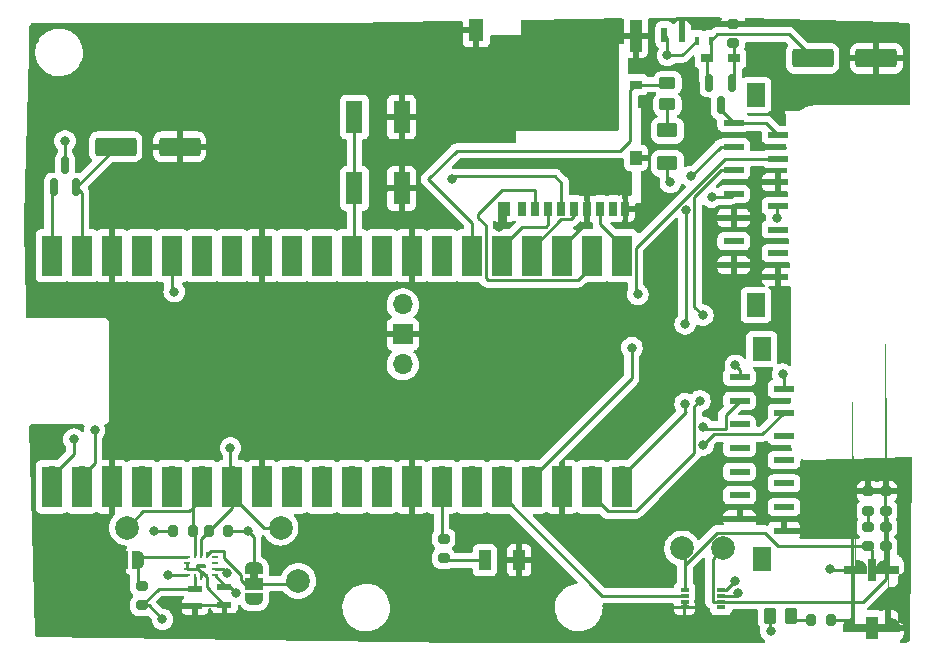
<source format=gbr>
%TF.GenerationSoftware,KiCad,Pcbnew,(6.0.10)*%
%TF.CreationDate,2023-02-15T00:38:02+01:00*%
%TF.ProjectId,Axe_lin_aire,4178655f-6c69-46ee-9961-6972652e6b69,rev?*%
%TF.SameCoordinates,Original*%
%TF.FileFunction,Copper,L1,Top*%
%TF.FilePolarity,Positive*%
%FSLAX46Y46*%
G04 Gerber Fmt 4.6, Leading zero omitted, Abs format (unit mm)*
G04 Created by KiCad (PCBNEW (6.0.10)) date 2023-02-15 00:38:02*
%MOMM*%
%LPD*%
G01*
G04 APERTURE LIST*
G04 Aperture macros list*
%AMRoundRect*
0 Rectangle with rounded corners*
0 $1 Rounding radius*
0 $2 $3 $4 $5 $6 $7 $8 $9 X,Y pos of 4 corners*
0 Add a 4 corners polygon primitive as box body*
4,1,4,$2,$3,$4,$5,$6,$7,$8,$9,$2,$3,0*
0 Add four circle primitives for the rounded corners*
1,1,$1+$1,$2,$3*
1,1,$1+$1,$4,$5*
1,1,$1+$1,$6,$7*
1,1,$1+$1,$8,$9*
0 Add four rect primitives between the rounded corners*
20,1,$1+$1,$2,$3,$4,$5,0*
20,1,$1+$1,$4,$5,$6,$7,0*
20,1,$1+$1,$6,$7,$8,$9,0*
20,1,$1+$1,$8,$9,$2,$3,0*%
%AMFreePoly0*
4,1,22,0.500000,-0.750000,0.000000,-0.750000,0.000000,-0.745033,-0.079941,-0.743568,-0.215256,-0.701293,-0.333266,-0.622738,-0.424486,-0.514219,-0.481581,-0.384460,-0.499164,-0.250000,-0.500000,-0.250000,-0.500000,0.250000,-0.499164,0.250000,-0.499963,0.256109,-0.478152,0.396186,-0.417904,0.524511,-0.324060,0.630769,-0.204165,0.706417,-0.067858,0.745374,0.000000,0.744959,0.000000,0.750000,
0.500000,0.750000,0.500000,-0.750000,0.500000,-0.750000,$1*%
%AMFreePoly1*
4,1,20,0.000000,0.744959,0.073905,0.744508,0.209726,0.703889,0.328688,0.626782,0.421226,0.519385,0.479903,0.390333,0.500000,0.250000,0.500000,-0.250000,0.499851,-0.262216,0.476331,-0.402017,0.414519,-0.529596,0.319384,-0.634700,0.198574,-0.708877,0.061801,-0.746166,0.000000,-0.745033,0.000000,-0.750000,-0.500000,-0.750000,-0.500000,0.750000,0.000000,0.750000,0.000000,0.744959,
0.000000,0.744959,$1*%
%AMFreePoly2*
4,1,53,-0.099833,0.852494,-0.099048,0.852106,-0.098232,0.851768,-0.098198,0.851685,-0.098118,0.851646,-0.097838,0.850816,-0.097500,0.850000,-0.097500,0.350000,0.950000,0.350000,0.950000,-0.350000,-0.946033,-0.350000,-0.948424,-0.351941,-0.948767,-0.352043,-0.949015,-0.352297,-0.949646,-0.352305,-0.950258,-0.352487,-0.950573,-0.352317,-0.950929,-0.352321,-0.951382,-0.351879,-0.951941,-0.351576,
-0.952043,-0.351233,-0.952298,-0.350984,-0.987367,-0.269161,-0.987370,-0.268922,-0.987508,-0.268726,-1.026602,-0.095087,-1.026556,-0.094819,-1.026663,-0.094568,-1.028802,0.083403,-1.028700,0.083657,-1.028753,0.083923,-0.993844,0.258450,-0.993693,0.258676,-0.993689,0.258949,-0.923255,0.422405,-0.923060,0.422595,-0.922999,0.422861,-0.820121,0.568100,-0.819891,0.568245,-0.819776,0.568493,
-0.688950,0.689169,-0.688695,0.689263,-0.688531,0.689482,-0.535473,0.780321,-0.535203,0.780360,-0.534998,0.780539,-0.366398,0.837571,-0.366126,0.837553,-0.365888,0.837686,-0.189116,0.858417,-0.188884,0.858351,-0.188657,0.858428,-0.099833,0.852494,-0.099833,0.852494,$1*%
%AMFreePoly3*
4,1,53,0.188884,0.858352,0.189115,0.858417,0.365888,0.837686,0.366126,0.837553,0.366398,0.837571,0.534998,0.780539,0.535203,0.780360,0.535473,0.780321,0.688531,0.689482,0.688694,0.689264,0.688950,0.689170,0.819776,0.568493,0.819891,0.568245,0.820121,0.568100,0.922999,0.422861,0.923060,0.422595,0.923255,0.422405,0.993689,0.258950,0.993693,0.258676,0.993844,0.258450,
1.028753,0.083923,1.028700,0.083657,1.028802,0.083403,1.026663,-0.094568,1.026556,-0.094819,1.026602,-0.095087,0.987508,-0.268725,0.987370,-0.268921,0.987367,-0.269161,0.952298,-0.350985,0.952043,-0.351234,0.951941,-0.351576,0.951384,-0.351877,0.950929,-0.352322,0.950571,-0.352318,0.950258,-0.352487,0.949650,-0.352306,0.949015,-0.352298,0.948766,-0.352043,0.948424,-0.351941,
0.946033,-0.350000,-0.950000,-0.350000,-0.950000,0.350000,0.097500,0.350000,0.097500,0.850000,0.097838,0.850816,0.098118,0.851646,0.098198,0.851685,0.098232,0.851768,0.099048,0.852106,0.099833,0.852494,0.188657,0.858428,0.188884,0.858352,0.188884,0.858352,$1*%
%AMFreePoly4*
4,1,22,0.550000,-0.750000,0.000000,-0.750000,0.000000,-0.745033,-0.079941,-0.743568,-0.215256,-0.701293,-0.333266,-0.622738,-0.424486,-0.514219,-0.481581,-0.384460,-0.499164,-0.250000,-0.500000,-0.250000,-0.500000,0.250000,-0.499164,0.250000,-0.499963,0.256109,-0.478152,0.396186,-0.417904,0.524511,-0.324060,0.630769,-0.204165,0.706417,-0.067858,0.745374,0.000000,0.744959,0.000000,0.750000,
0.550000,0.750000,0.550000,-0.750000,0.550000,-0.750000,$1*%
%AMFreePoly5*
4,1,20,0.000000,0.744959,0.073905,0.744508,0.209726,0.703889,0.328688,0.626782,0.421226,0.519385,0.479903,0.390333,0.500000,0.250000,0.500000,-0.250000,0.499851,-0.262216,0.476331,-0.402017,0.414519,-0.529596,0.319384,-0.634700,0.198574,-0.708877,0.061801,-0.746166,0.000000,-0.745033,0.000000,-0.750000,-0.550000,-0.750000,-0.550000,0.750000,0.000000,0.750000,0.000000,0.744959,
0.000000,0.744959,$1*%
G04 Aperture macros list end*
%TA.AperFunction,SMDPad,CuDef*%
%ADD10R,1.250000X0.500000*%
%TD*%
%TA.AperFunction,SMDPad,CuDef*%
%ADD11R,0.800000X0.300000*%
%TD*%
%TA.AperFunction,SMDPad,CuDef*%
%ADD12RoundRect,0.200000X-0.275000X0.200000X-0.275000X-0.200000X0.275000X-0.200000X0.275000X0.200000X0*%
%TD*%
%TA.AperFunction,SMDPad,CuDef*%
%ADD13FreePoly0,180.000000*%
%TD*%
%TA.AperFunction,SMDPad,CuDef*%
%ADD14FreePoly1,180.000000*%
%TD*%
%TA.AperFunction,SMDPad,CuDef*%
%ADD15RoundRect,0.200000X-0.200000X-0.275000X0.200000X-0.275000X0.200000X0.275000X-0.200000X0.275000X0*%
%TD*%
%TA.AperFunction,SMDPad,CuDef*%
%ADD16RoundRect,0.200000X0.275000X-0.200000X0.275000X0.200000X-0.275000X0.200000X-0.275000X-0.200000X0*%
%TD*%
%TA.AperFunction,SMDPad,CuDef*%
%ADD17R,1.400000X2.750000*%
%TD*%
%TA.AperFunction,SMDPad,CuDef*%
%ADD18R,1.600000X2.000000*%
%TD*%
%TA.AperFunction,SMDPad,CuDef*%
%ADD19R,1.750000X0.500000*%
%TD*%
%TA.AperFunction,SMDPad,CuDef*%
%ADD20R,0.475000X0.250000*%
%TD*%
%TA.AperFunction,SMDPad,CuDef*%
%ADD21R,0.250000X0.475000*%
%TD*%
%TA.AperFunction,SMDPad,CuDef*%
%ADD22RoundRect,0.250000X-0.262500X-0.450000X0.262500X-0.450000X0.262500X0.450000X-0.262500X0.450000X0*%
%TD*%
%TA.AperFunction,SMDPad,CuDef*%
%ADD23R,1.700000X3.500000*%
%TD*%
%TA.AperFunction,ComponentPad*%
%ADD24O,1.700000X1.700000*%
%TD*%
%TA.AperFunction,ComponentPad*%
%ADD25R,1.700000X1.700000*%
%TD*%
%TA.AperFunction,SMDPad,CuDef*%
%ADD26RoundRect,0.250000X0.450000X-0.262500X0.450000X0.262500X-0.450000X0.262500X-0.450000X-0.262500X0*%
%TD*%
%TA.AperFunction,SMDPad,CuDef*%
%ADD27FreePoly2,90.000000*%
%TD*%
%TA.AperFunction,SMDPad,CuDef*%
%ADD28R,1.000000X1.900000*%
%TD*%
%TA.AperFunction,SMDPad,CuDef*%
%ADD29FreePoly3,270.000000*%
%TD*%
%TA.AperFunction,SMDPad,CuDef*%
%ADD30FreePoly3,90.000000*%
%TD*%
%TA.AperFunction,SMDPad,CuDef*%
%ADD31R,0.700000X1.900000*%
%TD*%
%TA.AperFunction,SMDPad,CuDef*%
%ADD32FreePoly2,270.000000*%
%TD*%
%TA.AperFunction,SMDPad,CuDef*%
%ADD33RoundRect,0.250000X-0.625000X0.375000X-0.625000X-0.375000X0.625000X-0.375000X0.625000X0.375000X0*%
%TD*%
%TA.AperFunction,SMDPad,CuDef*%
%ADD34R,0.700000X1.200000*%
%TD*%
%TA.AperFunction,SMDPad,CuDef*%
%ADD35R,1.000000X0.800000*%
%TD*%
%TA.AperFunction,SMDPad,CuDef*%
%ADD36R,1.300000X1.900000*%
%TD*%
%TA.AperFunction,SMDPad,CuDef*%
%ADD37R,1.000000X1.200000*%
%TD*%
%TA.AperFunction,SMDPad,CuDef*%
%ADD38R,1.000000X2.800000*%
%TD*%
%TA.AperFunction,SMDPad,CuDef*%
%ADD39C,2.000000*%
%TD*%
%TA.AperFunction,SMDPad,CuDef*%
%ADD40R,1.050000X1.700000*%
%TD*%
%TA.AperFunction,SMDPad,CuDef*%
%ADD41R,0.400000X0.800000*%
%TD*%
%TA.AperFunction,SMDPad,CuDef*%
%ADD42RoundRect,0.150000X0.150000X-0.587500X0.150000X0.587500X-0.150000X0.587500X-0.150000X-0.587500X0*%
%TD*%
%TA.AperFunction,SMDPad,CuDef*%
%ADD43FreePoly4,270.000000*%
%TD*%
%TA.AperFunction,SMDPad,CuDef*%
%ADD44R,1.500000X1.000000*%
%TD*%
%TA.AperFunction,SMDPad,CuDef*%
%ADD45FreePoly5,270.000000*%
%TD*%
%TA.AperFunction,SMDPad,CuDef*%
%ADD46RoundRect,0.250000X-1.500000X-0.550000X1.500000X-0.550000X1.500000X0.550000X-1.500000X0.550000X0*%
%TD*%
%TA.AperFunction,SMDPad,CuDef*%
%ADD47RoundRect,0.150000X-0.150000X0.587500X-0.150000X-0.587500X0.150000X-0.587500X0.150000X0.587500X0*%
%TD*%
%TA.AperFunction,SMDPad,CuDef*%
%ADD48R,0.500000X1.250000*%
%TD*%
%TA.AperFunction,SMDPad,CuDef*%
%ADD49R,1.000000X0.750000*%
%TD*%
%TA.AperFunction,ViaPad*%
%ADD50C,0.800000*%
%TD*%
%TA.AperFunction,Conductor*%
%ADD51C,0.250000*%
%TD*%
G04 APERTURE END LIST*
%TO.C,JP1*%
G36*
X119300000Y-105100000D02*
G01*
X118700000Y-105100000D01*
X118700000Y-104600000D01*
X119300000Y-104600000D01*
X119300000Y-105100000D01*
G37*
%TD*%
D10*
%TO.P,C2,1*%
%TO.N,+3.3V*%
X116500000Y-105750000D03*
%TO.P,C2,2*%
%TO.N,GND*%
X116500000Y-107250000D03*
%TD*%
%TO.P,C1,1*%
%TO.N,+3.3V*%
X114000000Y-105900000D03*
%TO.P,C1,2*%
%TO.N,GND*%
X114000000Y-107400000D03*
%TD*%
D11*
%TO.P,U4,1*%
%TO.N,Net-(U4-Pad1)*%
X155450000Y-106000000D03*
%TO.P,U4,2*%
%TO.N,Emitter2*%
X155450000Y-106500000D03*
%TO.P,U4,3*%
%TO.N,GND*%
X155450000Y-107000000D03*
%TO.P,U4,4,GND*%
X155450000Y-107500000D03*
%TO.P,U4,5*%
%TO.N,unconnected-(U4-Pad5)*%
X158550000Y-107500000D03*
%TO.P,U4,6*%
%TO.N,Net-(R4-Pad1)*%
X158550000Y-107000000D03*
%TO.P,U4,7*%
%TO.N,Emitter1*%
X158550000Y-106500000D03*
%TO.P,U4,8,VCC*%
%TO.N,+3.3V*%
X158550000Y-106000000D03*
%TD*%
D12*
%TO.P,R11,1*%
%TO.N,GND*%
X171000000Y-97675000D03*
%TO.P,R11,2*%
%TO.N,Net-(R5-Pad2)*%
X171000000Y-99325000D03*
%TD*%
D13*
%TO.P,JP2,1,A*%
%TO.N,Net-(JP2-Pad1)*%
X109150000Y-103500000D03*
D14*
%TO.P,JP2,2,B*%
%TO.N,GND*%
X107850000Y-103500000D03*
%TD*%
D15*
%TO.P,R6,1*%
%TO.N,+3.3V*%
X112175000Y-101000000D03*
%TO.P,R6,2*%
%TO.N,SDA*%
X113825000Y-101000000D03*
%TD*%
D16*
%TO.P,R2,1*%
%TO.N,Net-(D1-Pad2)*%
X159562742Y-59712500D03*
%TO.P,R2,2*%
%TO.N,GND*%
X159562742Y-58062500D03*
%TD*%
D17*
%TO.P,SW1,1,A*%
%TO.N,Net-(SW1-Pad1)*%
X127500000Y-72025000D03*
%TO.P,SW1,2,A*%
X127500000Y-65975000D03*
%TO.P,SW1,3,B*%
%TO.N,GND*%
X131500000Y-72025000D03*
%TO.P,SW1,4,B*%
X131500000Y-65975000D03*
%TD*%
D18*
%TO.P,J2,0*%
%TO.N,N/C*%
X162000000Y-85600000D03*
X162000000Y-103400000D03*
D19*
%TO.P,J2,1,Pin_1*%
%TO.N,GND*%
X163875000Y-101000000D03*
%TO.P,J2,2,Pin_2*%
X160125000Y-100000000D03*
%TO.P,J2,3,Pin_3*%
%TO.N,unconnected-(J2-Pad3)*%
X163875000Y-99000000D03*
%TO.P,J2,4,Pin_4*%
%TO.N,unconnected-(J2-Pad4)*%
X160125000Y-98000000D03*
%TO.P,J2,5,Pin_5*%
%TO.N,unconnected-(J2-Pad5)*%
X163875000Y-97000000D03*
%TO.P,J2,6,Pin_6*%
%TO.N,unconnected-(J2-Pad6)*%
X160125000Y-96000000D03*
%TO.P,J2,7,Pin_7*%
%TO.N,unconnected-(J2-Pad7)*%
X163875000Y-95000000D03*
%TO.P,J2,8,Pin_8*%
%TO.N,unconnected-(J2-Pad8)*%
X160125000Y-94000000D03*
%TO.P,J2,9,Pin_9*%
%TO.N,unconnected-(J2-Pad9)*%
X163875000Y-93000000D03*
%TO.P,J2,10,Pin_10*%
%TO.N,unconnected-(J2-Pad10)*%
X160125000Y-92000000D03*
%TO.P,J2,11,Pin_11*%
%TO.N,SDA*%
X163875000Y-91000000D03*
%TO.P,J2,12,Pin_12*%
%TO.N,SCL*%
X160125000Y-90000000D03*
%TO.P,J2,13,Pin_13*%
%TO.N,+3.3V*%
X163875000Y-89000000D03*
%TO.P,J2,14,Pin_14*%
X160125000Y-88000000D03*
%TD*%
D20*
%TO.P,U2,1,SDO/SA0*%
%TO.N,Net-(JP2-Pad1)*%
X113337500Y-103250000D03*
%TO.P,U2,2,SDX_*%
%TO.N,GND*%
X113337500Y-103750000D03*
%TO.P,U2,3,SCX*%
X113337500Y-104250000D03*
%TO.P,U2,4,INT1*%
%TO.N,INT1_Bas*%
X113337500Y-104750000D03*
D21*
%TO.P,U2,5,VDD_IO*%
%TO.N,+3.3V*%
X114000000Y-104912500D03*
%TO.P,U2,6,GND*%
%TO.N,GND*%
X114500000Y-104912500D03*
%TO.P,U2,7,GND*%
X115000000Y-104912500D03*
D20*
%TO.P,U2,8,VDD*%
%TO.N,+3.3V*%
X115662500Y-104750000D03*
%TO.P,U2,9,INT2*%
%TO.N,INT2_Bas*%
X115662500Y-104250000D03*
%TO.P,U2,10,OCS_AUX*%
%TO.N,unconnected-(U2-Pad10)*%
X115662500Y-103750000D03*
%TO.P,U2,11,SDO_AUX*%
%TO.N,unconnected-(U2-Pad11)*%
X115662500Y-103250000D03*
D21*
%TO.P,U2,12,CS*%
%TO.N,Net-(JP1-Pad2)*%
X115000000Y-103087500D03*
%TO.P,U2,13,SCL*%
%TO.N,SCL*%
X114500000Y-103087500D03*
%TO.P,U2,14,SDA*%
%TO.N,SDA*%
X114000000Y-103087500D03*
%TD*%
D22*
%TO.P,R12,1*%
%TO.N,+3.3V*%
X162675000Y-108250000D03*
%TO.P,R12,2*%
%TO.N,Net-(R3-Pad1)*%
X164500000Y-108250000D03*
%TD*%
D23*
%TO.P,U1,1,GPIO0*%
%TO.N,UART_TX*%
X101870000Y-97290000D03*
D24*
X101870000Y-96390000D03*
D23*
%TO.P,U1,2,GPIO1*%
%TO.N,UART_RX*%
X104410000Y-97290000D03*
D24*
X104410000Y-96390000D03*
D23*
%TO.P,U1,3,GND*%
%TO.N,GND*%
X106950000Y-97290000D03*
D25*
X106950000Y-96390000D03*
D24*
%TO.P,U1,4,GPIO2*%
%TO.N,INT1_Bas*%
X109490000Y-96390000D03*
D23*
X109490000Y-97290000D03*
%TO.P,U1,5,GPIO3*%
%TO.N,INT2_Bas*%
X112030000Y-97290000D03*
D24*
X112030000Y-96390000D03*
%TO.P,U1,6,GPIO4*%
%TO.N,SDA*%
X114570000Y-96390000D03*
D23*
X114570000Y-97290000D03*
D24*
%TO.P,U1,7,GPIO5*%
%TO.N,SCL*%
X117110000Y-96390000D03*
D23*
X117110000Y-97290000D03*
%TO.P,U1,8,GND*%
%TO.N,GND*%
X119650000Y-97290000D03*
D25*
X119650000Y-96390000D03*
D24*
%TO.P,U1,9,GPIO6*%
%TO.N,unconnected-(U1-Pad9)*%
X122190000Y-96390000D03*
D23*
X122190000Y-97290000D03*
%TO.P,U1,10,GPIO7*%
%TO.N,unconnected-(U1-Pad10)*%
X124730000Y-97290000D03*
D24*
X124730000Y-96390000D03*
D23*
%TO.P,U1,11,GPIO8*%
%TO.N,unconnected-(U1-Pad11)*%
X127270000Y-97290000D03*
D24*
X127270000Y-96390000D03*
D23*
%TO.P,U1,12,GPIO9*%
%TO.N,unconnected-(U1-Pad12)*%
X129810000Y-97290000D03*
D24*
X129810000Y-96390000D03*
D25*
%TO.P,U1,13,GND*%
%TO.N,GND*%
X132350000Y-96390000D03*
D23*
X132350000Y-97290000D03*
D24*
%TO.P,U1,14,GPIO10*%
%TO.N,Net-(R8-Pad2)*%
X134890000Y-96390000D03*
D23*
X134890000Y-97290000D03*
D24*
%TO.P,U1,15,GPIO11*%
%TO.N,Emitter1*%
X137430000Y-96390000D03*
D23*
X137430000Y-97290000D03*
%TO.P,U1,16,GPIO12*%
%TO.N,Emitter2*%
X139970000Y-97290000D03*
D24*
X139970000Y-96390000D03*
%TO.P,U1,17,GPIO13*%
%TO.N,Motor_A*%
X142510000Y-96390000D03*
D23*
X142510000Y-97290000D03*
%TO.P,U1,18,GND*%
%TO.N,GND*%
X145050000Y-97290000D03*
D25*
X145050000Y-96390000D03*
D23*
%TO.P,U1,19,GPIO14*%
%TO.N,Motor_B*%
X147590000Y-97290000D03*
D24*
X147590000Y-96390000D03*
D23*
%TO.P,U1,20,GPIO15*%
%TO.N,Motor_EN*%
X150130000Y-97290000D03*
D24*
X150130000Y-96390000D03*
%TO.P,U1,21,GPIO16*%
%TO.N,SD_DO*%
X150130000Y-78610000D03*
D23*
X150130000Y-77710000D03*
%TO.P,U1,22,GPIO17*%
%TO.N,SD_CS*%
X147590000Y-77710000D03*
D24*
X147590000Y-78610000D03*
D25*
%TO.P,U1,23,GND*%
%TO.N,GND*%
X145050000Y-78610000D03*
D23*
X145050000Y-77710000D03*
%TO.P,U1,24,GPIO18*%
%TO.N,SD_CLK*%
X142510000Y-77710000D03*
D24*
X142510000Y-78610000D03*
%TO.P,U1,25,GPIO19*%
%TO.N,SD_DI*%
X139970000Y-78610000D03*
D23*
X139970000Y-77710000D03*
%TO.P,U1,26,GPIO20*%
%TO.N,SD_CD*%
X137430000Y-77710000D03*
D24*
X137430000Y-78610000D03*
%TO.P,U1,27,GPIO21*%
%TO.N,unconnected-(U1-Pad27)*%
X134890000Y-78610000D03*
D23*
X134890000Y-77710000D03*
D25*
%TO.P,U1,28,GND*%
%TO.N,GND*%
X132350000Y-78610000D03*
D23*
X132350000Y-77710000D03*
D24*
%TO.P,U1,29,GPIO22*%
%TO.N,unconnected-(U1-Pad29)*%
X129810000Y-78610000D03*
D23*
X129810000Y-77710000D03*
%TO.P,U1,30,RUN*%
%TO.N,Net-(SW1-Pad1)*%
X127270000Y-77710000D03*
D24*
X127270000Y-78610000D03*
%TO.P,U1,31,GPIO26_ADC0*%
%TO.N,unconnected-(U1-Pad31)*%
X124730000Y-78610000D03*
D23*
X124730000Y-77710000D03*
%TO.P,U1,32,GPIO27_ADC1*%
%TO.N,unconnected-(U1-Pad32)*%
X122190000Y-77710000D03*
D24*
X122190000Y-78610000D03*
D25*
%TO.P,U1,33,AGND*%
%TO.N,GND*%
X119650000Y-78610000D03*
D23*
X119650000Y-77710000D03*
%TO.P,U1,34,GPIO28_ADC2*%
%TO.N,unconnected-(U1-Pad34)*%
X117110000Y-77710000D03*
D24*
X117110000Y-78610000D03*
%TO.P,U1,35,ADC_VREF*%
%TO.N,unconnected-(U1-Pad35)*%
X114570000Y-78610000D03*
D23*
X114570000Y-77710000D03*
%TO.P,U1,36,3V3*%
%TO.N,+3.3V*%
X112030000Y-77710000D03*
D24*
X112030000Y-78610000D03*
D23*
%TO.P,U1,37,3V3_EN*%
%TO.N,unconnected-(U1-Pad37)*%
X109490000Y-77710000D03*
D24*
X109490000Y-78610000D03*
D23*
%TO.P,U1,38,GND*%
%TO.N,GND*%
X106950000Y-77710000D03*
D25*
X106950000Y-78610000D03*
D24*
%TO.P,U1,39,VSYS*%
%TO.N,+5V*%
X104410000Y-78610000D03*
D23*
X104410000Y-77710000D03*
%TO.P,U1,40,VBUS*%
%TO.N,Net-(Q1-Pad1)*%
X101870000Y-77710000D03*
D24*
X101870000Y-78610000D03*
%TO.P,U1,41,SWCLK*%
%TO.N,unconnected-(U1-Pad41)*%
X131600000Y-86915900D03*
D25*
%TO.P,U1,42,GND*%
%TO.N,GND*%
X131600000Y-84375900D03*
D24*
%TO.P,U1,43,SWDIO*%
%TO.N,unconnected-(U1-Pad43)*%
X131600000Y-81835900D03*
%TD*%
D16*
%TO.P,R5,1*%
%TO.N,Net-(U4-Pad1)*%
X171000000Y-102325000D03*
%TO.P,R5,2*%
%TO.N,Net-(R5-Pad2)*%
X171000000Y-100675000D03*
%TD*%
D26*
%TO.P,R9,1*%
%TO.N,Net-(D3-Pad1)*%
X154000000Y-64912500D03*
%TO.P,R9,2*%
%TO.N,SD_CD*%
X154000000Y-63087500D03*
%TD*%
D27*
%TO.P,U3,1,Anode*%
%TO.N,Net-(R3-Pad2)*%
X169900000Y-109200000D03*
D28*
%TO.P,U3,2*%
%TO.N,N/C*%
X171300000Y-109200000D03*
D29*
%TO.P,U3,3,Cathode*%
%TO.N,GND*%
X172700000Y-109200000D03*
D30*
%TO.P,U3,4,Collector*%
%TO.N,+3.3V*%
X169900000Y-104300000D03*
D31*
%TO.P,U3,5,Emmiter_1*%
%TO.N,Net-(U4-Pad1)*%
X171300000Y-104300000D03*
D32*
%TO.P,U3,6,Emmiter_2*%
%TO.N,Net-(R4-Pad1)*%
X172700000Y-104300000D03*
%TD*%
D33*
%TO.P,D3,1,K*%
%TO.N,Net-(D3-Pad1)*%
X154000000Y-67100000D03*
%TO.P,D3,2,A*%
%TO.N,+3.3V*%
X154000000Y-69900000D03*
%TD*%
D34*
%TO.P,J3,1,DAT2*%
%TO.N,unconnected-(J3-Pad1)*%
X141725000Y-73725000D03*
%TO.P,J3,2,DAT3/CD*%
%TO.N,SD_CS*%
X142825000Y-73725000D03*
%TO.P,J3,3,CMD*%
%TO.N,SD_DI*%
X143925000Y-73725000D03*
%TO.P,J3,4,VDD*%
%TO.N,+3.3V*%
X145025000Y-73725000D03*
%TO.P,J3,5,CLK*%
%TO.N,SD_CLK*%
X146125000Y-73725000D03*
%TO.P,J3,6,VSS*%
%TO.N,GND*%
X147225000Y-73725000D03*
%TO.P,J3,7,DAT0*%
%TO.N,SD_DO*%
X148325000Y-73725000D03*
%TO.P,J3,8,DAT1*%
%TO.N,unconnected-(J3-Pad8)*%
X149425000Y-73725000D03*
%TO.P,J3,9,DET_B*%
%TO.N,GND*%
X150375000Y-73725000D03*
D35*
%TO.P,J3,10,DET_A*%
%TO.N,SD_CD*%
X151325000Y-63225000D03*
D36*
%TO.P,J3,11,SHIELD*%
%TO.N,GND*%
X137825000Y-58625000D03*
D37*
X140175000Y-73725000D03*
D38*
X151325000Y-59075000D03*
D37*
X151325000Y-69425000D03*
%TD*%
D39*
%TO.P,TP3,1,1*%
%TO.N,Net-(R4-Pad1)*%
X158750000Y-102500000D03*
%TD*%
D16*
%TO.P,R10,1*%
%TO.N,Net-(R4-Pad2)*%
X172500000Y-99325000D03*
%TO.P,R10,2*%
%TO.N,GND*%
X172500000Y-97675000D03*
%TD*%
D40*
%TO.P,D2,1,K*%
%TO.N,GND*%
X141455000Y-103500000D03*
%TO.P,D2,2,A*%
%TO.N,Net-(D2-Pad2)*%
X138545000Y-103500000D03*
%TD*%
D15*
%TO.P,R3,1*%
%TO.N,Net-(R3-Pad1)*%
X166175000Y-108587500D03*
%TO.P,R3,2*%
%TO.N,Net-(R3-Pad2)*%
X167825000Y-108587500D03*
%TD*%
D16*
%TO.P,R1,1*%
%TO.N,+3.3V*%
X109500000Y-107325000D03*
%TO.P,R1,2*%
%TO.N,Net-(JP2-Pad1)*%
X109500000Y-105675000D03*
%TD*%
%TO.P,R4,1*%
%TO.N,Net-(R4-Pad1)*%
X172500000Y-102325000D03*
%TO.P,R4,2*%
%TO.N,Net-(R4-Pad2)*%
X172500000Y-100675000D03*
%TD*%
D41*
%TO.P,FB1,1*%
%TO.N,VDC*%
X156500000Y-59500000D03*
%TO.P,FB1,2*%
%TO.N,Net-(C4-Pad1)*%
X157700000Y-59500000D03*
%TD*%
D16*
%TO.P,R8,1*%
%TO.N,Net-(D2-Pad2)*%
X135065000Y-103325000D03*
%TO.P,R8,2*%
%TO.N,Net-(R8-Pad2)*%
X135065000Y-101675000D03*
%TD*%
D42*
%TO.P,Q1,1,G*%
%TO.N,Net-(Q1-Pad1)*%
X102050000Y-71937500D03*
%TO.P,Q1,2,S*%
%TO.N,+5V*%
X103950000Y-71937500D03*
%TO.P,Q1,3,D*%
%TO.N,VDC*%
X103000000Y-70062500D03*
%TD*%
D39*
%TO.P,TP2,1,1*%
%TO.N,Net-(U4-Pad1)*%
X155250000Y-102500000D03*
%TD*%
%TO.P,TP1,1,1*%
%TO.N,Net-(JP1-Pad2)*%
X122750000Y-105250000D03*
%TD*%
D43*
%TO.P,JP1,1,A*%
%TO.N,+3.3V*%
X119000000Y-104200000D03*
D44*
%TO.P,JP1,2,C*%
%TO.N,Net-(JP1-Pad2)*%
X119000000Y-105500000D03*
D45*
%TO.P,JP1,3,B*%
%TO.N,unconnected-(JP1-Pad3)*%
X119000000Y-106800000D03*
%TD*%
D46*
%TO.P,C4,1*%
%TO.N,Net-(C4-Pad1)*%
X166300000Y-61000000D03*
%TO.P,C4,2*%
%TO.N,GND*%
X171700000Y-61000000D03*
%TD*%
D47*
%TO.P,Q2,1,G*%
%TO.N,Net-(D1-Pad2)*%
X159450000Y-63062500D03*
%TO.P,Q2,2,S*%
%TO.N,Net-(C4-Pad1)*%
X157550000Y-63062500D03*
%TO.P,Q2,3,D*%
%TO.N,+VDC*%
X158500000Y-64937500D03*
%TD*%
D39*
%TO.P,TP4,1,1*%
%TO.N,SDA*%
X108250000Y-100750000D03*
%TD*%
D18*
%TO.P,J1,0*%
%TO.N,N/C*%
X161500000Y-64100000D03*
X161500000Y-81900000D03*
D19*
%TO.P,J1,1,Pin_1*%
%TO.N,GND*%
X163375000Y-79500000D03*
%TO.P,J1,2,Pin_2*%
X159625000Y-78500000D03*
%TO.P,J1,3,Pin_3*%
%TO.N,unconnected-(J1-Pad3)*%
X163375000Y-77500000D03*
%TO.P,J1,4,Pin_4*%
%TO.N,unconnected-(J1-Pad4)*%
X159625000Y-76500000D03*
%TO.P,J1,5,Pin_5*%
%TO.N,unconnected-(J1-Pad5)*%
X163375000Y-75500000D03*
%TO.P,J1,6,Pin_6*%
%TO.N,GND*%
X159625000Y-74500000D03*
%TO.P,J1,7,Pin_7*%
%TO.N,UART_TX*%
X163375000Y-73500000D03*
%TO.P,J1,8,Pin_8*%
%TO.N,UART_RX*%
X159625000Y-72500000D03*
%TO.P,J1,9,Pin_9*%
%TO.N,GND*%
X163375000Y-71500000D03*
%TO.P,J1,10,Pin_10*%
%TO.N,Motor_B*%
X159625000Y-70500000D03*
%TO.P,J1,11,Pin_11*%
%TO.N,Motor_A*%
X163375000Y-69500000D03*
%TO.P,J1,12,Pin_12*%
%TO.N,Motor_EN*%
X159625000Y-68500000D03*
%TO.P,J1,13,Pin_13*%
%TO.N,+VDC*%
X163375000Y-67500000D03*
%TO.P,J1,14,Pin_14*%
X159625000Y-66500000D03*
%TD*%
D48*
%TO.P,C5,1*%
%TO.N,VDC*%
X153750000Y-59000000D03*
%TO.P,C5,2*%
%TO.N,GND*%
X155250000Y-59000000D03*
%TD*%
D15*
%TO.P,R7,1*%
%TO.N,SCL*%
X115175000Y-101000000D03*
%TO.P,R7,2*%
%TO.N,+3.3V*%
X116825000Y-101000000D03*
%TD*%
D39*
%TO.P,TP5,1,1*%
%TO.N,SCL*%
X121250000Y-100750000D03*
%TD*%
D49*
%TO.P,D1,1,K*%
%TO.N,Net-(C4-Pad1)*%
X157325000Y-61000000D03*
%TO.P,D1,2,A*%
%TO.N,Net-(D1-Pad2)*%
X159675000Y-61000000D03*
%TD*%
D46*
%TO.P,C3,1*%
%TO.N,+5V*%
X107300000Y-68500000D03*
%TO.P,C3,2*%
%TO.N,GND*%
X112700000Y-68500000D03*
%TD*%
D50*
%TO.N,+3.3V*%
X117500000Y-106250000D03*
X159750000Y-105250000D03*
X167750000Y-104250000D03*
X118500000Y-101000000D03*
X154250000Y-71500000D03*
X111250000Y-108500000D03*
X163750000Y-87750000D03*
X110500000Y-101000000D03*
X159750000Y-87000000D03*
X112250000Y-80750000D03*
X135750000Y-71250000D03*
X162750000Y-109500000D03*
%TO.N,GND*%
X139750000Y-75250000D03*
%TO.N,VDC*%
X103000000Y-68000000D03*
X154000000Y-60750000D03*
%TO.N,UART_TX*%
X163250000Y-74500000D03*
X103750000Y-93250000D03*
%TO.N,UART_RX*%
X157750000Y-72750000D03*
X105500000Y-92500000D03*
%TO.N,Motor_B*%
X157000000Y-82750000D03*
X156750000Y-90000000D03*
%TO.N,Motor_A*%
X151500000Y-81000000D03*
X151000000Y-85500000D03*
%TO.N,Motor_EN*%
X155500000Y-83500000D03*
X155500000Y-90250000D03*
X155562299Y-73812299D03*
X156000000Y-71000000D03*
%TO.N,SDA*%
X157011799Y-93750000D03*
%TO.N,SCL*%
X117000000Y-94000000D03*
X157011799Y-92250000D03*
%TO.N,INT1_Bas*%
X111750000Y-104750000D03*
%TO.N,INT2_Bas*%
X116700201Y-104549799D03*
%TO.N,Emitter1*%
X160000000Y-106275500D03*
%TD*%
D51*
%TO.N,+3.3V*%
X154000000Y-69900000D02*
X154000000Y-71250000D01*
X163875000Y-87875000D02*
X163750000Y-87750000D01*
X109500000Y-107325000D02*
X110075000Y-107325000D01*
X112175000Y-101000000D02*
X110500000Y-101000000D01*
X114000000Y-105900000D02*
X114000000Y-104912500D01*
X160125000Y-87375000D02*
X159750000Y-87000000D01*
X119000000Y-104200000D02*
X119000000Y-101500000D01*
X162675000Y-109425000D02*
X162750000Y-109500000D01*
X116500000Y-105750000D02*
X116500000Y-105587500D01*
X162675000Y-108250000D02*
X162675000Y-109425000D01*
X116500000Y-105750000D02*
X117000000Y-105750000D01*
X110925000Y-105900000D02*
X114000000Y-105900000D01*
X158550000Y-106000000D02*
X159000000Y-106000000D01*
X145025000Y-73725000D02*
X145025000Y-71525000D01*
X112030000Y-78610000D02*
X112030000Y-80530000D01*
X119000000Y-101500000D02*
X118500000Y-101000000D01*
X112030000Y-80530000D02*
X112250000Y-80750000D01*
X159000000Y-106000000D02*
X159750000Y-105250000D01*
X160125000Y-88000000D02*
X160125000Y-87375000D01*
X117000000Y-105750000D02*
X117500000Y-106250000D01*
X154000000Y-71250000D02*
X154250000Y-71500000D01*
X136000000Y-71000000D02*
X135750000Y-71250000D01*
X116825000Y-101000000D02*
X118500000Y-101000000D01*
X109500000Y-107325000D02*
X110925000Y-105900000D01*
X145025000Y-71525000D02*
X144500000Y-71000000D01*
X116500000Y-105587500D02*
X115662500Y-104750000D01*
X169900000Y-104300000D02*
X167800000Y-104300000D01*
X163875000Y-89000000D02*
X163875000Y-87875000D01*
X144500000Y-71000000D02*
X136000000Y-71000000D01*
X167800000Y-104300000D02*
X167750000Y-104250000D01*
X110075000Y-107325000D02*
X111250000Y-108500000D01*
%TO.N,GND*%
X114500000Y-104500000D02*
X114587500Y-104500000D01*
X139750000Y-74150000D02*
X140175000Y-73725000D01*
X113337500Y-104250000D02*
X113337500Y-103750000D01*
X155450000Y-107000000D02*
X155450000Y-107500000D01*
X147225000Y-74825000D02*
X145050000Y-77000000D01*
X114150000Y-107250000D02*
X114000000Y-107400000D01*
X145050000Y-77000000D02*
X145050000Y-78610000D01*
X116500000Y-107250000D02*
X114150000Y-107250000D01*
X114500000Y-104500000D02*
X114500000Y-104912500D01*
X114587500Y-104500000D02*
X115000000Y-104912500D01*
X115000000Y-104912500D02*
X115000000Y-105750000D01*
X139750000Y-75250000D02*
X139750000Y-74150000D01*
X115000000Y-105750000D02*
X116500000Y-107250000D01*
X114250000Y-104250000D02*
X114500000Y-104500000D01*
X147225000Y-73725000D02*
X147225000Y-74825000D01*
X113337500Y-104250000D02*
X114250000Y-104250000D01*
%TO.N,+5V*%
X104410000Y-78610000D02*
X104410000Y-72397500D01*
X107300000Y-68587500D02*
X103950000Y-71937500D01*
X107300000Y-68500000D02*
X107300000Y-68587500D01*
X104410000Y-72397500D02*
X103950000Y-71937500D01*
%TO.N,Net-(C4-Pad1)*%
X157325000Y-61000000D02*
X157325000Y-62837500D01*
X164287500Y-58987500D02*
X158212500Y-58987500D01*
X157700000Y-59500000D02*
X157700000Y-60625000D01*
X158212500Y-58987500D02*
X157700000Y-59500000D01*
X157325000Y-62837500D02*
X157550000Y-63062500D01*
X166300000Y-61000000D02*
X164287500Y-58987500D01*
X157700000Y-60625000D02*
X157325000Y-61000000D01*
%TO.N,VDC*%
X154000000Y-60750000D02*
X154000000Y-59250000D01*
X154000000Y-60750000D02*
X155250000Y-60750000D01*
X154000000Y-59250000D02*
X153750000Y-59000000D01*
X155250000Y-60750000D02*
X156500000Y-59500000D01*
X103000000Y-70062500D02*
X103000000Y-68000000D01*
%TO.N,Net-(D1-Pad2)*%
X159675000Y-62837500D02*
X159450000Y-63062500D01*
X159675000Y-61000000D02*
X159675000Y-62837500D01*
X159675000Y-61000000D02*
X159675000Y-59824758D01*
X159675000Y-59824758D02*
X159562742Y-59712500D01*
%TO.N,Net-(D2-Pad2)*%
X135065000Y-103325000D02*
X135240000Y-103500000D01*
X135240000Y-103500000D02*
X138545000Y-103500000D01*
%TO.N,Net-(D3-Pad1)*%
X154000000Y-67100000D02*
X154000000Y-64912500D01*
%TO.N,UART_TX*%
X103750000Y-94510000D02*
X103750000Y-93250000D01*
X163250000Y-74500000D02*
X163250000Y-73625000D01*
X163250000Y-73625000D02*
X163375000Y-73500000D01*
X101870000Y-96390000D02*
X103750000Y-94510000D01*
%TO.N,UART_RX*%
X159375000Y-72750000D02*
X159625000Y-72500000D01*
X105500000Y-95300000D02*
X105500000Y-92500000D01*
X104410000Y-96390000D02*
X105500000Y-95300000D01*
X157750000Y-72750000D02*
X159375000Y-72750000D01*
%TO.N,Motor_B*%
X156286799Y-94382201D02*
X156287299Y-94382701D01*
X158500000Y-70500000D02*
X156287299Y-72712701D01*
X148955000Y-99365000D02*
X147590000Y-98000000D01*
X147590000Y-98000000D02*
X147590000Y-96390000D01*
X151305000Y-99365000D02*
X148955000Y-99365000D01*
X156287299Y-82037299D02*
X157000000Y-82750000D01*
X159625000Y-70500000D02*
X158500000Y-70500000D01*
X156287299Y-72712701D02*
X156287299Y-82037299D01*
X156287299Y-94382701D02*
X151305000Y-99365000D01*
X156750000Y-90000000D02*
X156286799Y-90463201D01*
X156286799Y-90463201D02*
X156286799Y-94382201D01*
%TO.N,Motor_A*%
X151000000Y-85500000D02*
X151000000Y-88090000D01*
X143250000Y-95840000D02*
X143250000Y-96500000D01*
X150670000Y-88420000D02*
X143250000Y-95840000D01*
X151305000Y-77045000D02*
X151305000Y-80805000D01*
X158850000Y-69500000D02*
X151305000Y-77045000D01*
X163375000Y-69500000D02*
X158850000Y-69500000D01*
X142620000Y-96500000D02*
X142510000Y-96390000D01*
X151305000Y-80805000D02*
X151500000Y-81000000D01*
X151000000Y-88090000D02*
X150670000Y-88420000D01*
X143250000Y-96500000D02*
X142620000Y-96500000D01*
%TO.N,Motor_EN*%
X155500000Y-90895402D02*
X155562299Y-90957701D01*
X155500000Y-83250000D02*
X155500000Y-83500000D01*
X155562299Y-73812299D02*
X155562299Y-83187701D01*
X155562299Y-83187701D02*
X155500000Y-83250000D01*
X155500000Y-90250000D02*
X155500000Y-90895402D01*
X155562299Y-90957701D02*
X150130000Y-96390000D01*
X159625000Y-68500000D02*
X158500000Y-68500000D01*
X158500000Y-68500000D02*
X156000000Y-71000000D01*
%TO.N,+VDC*%
X158500000Y-65375000D02*
X159625000Y-66500000D01*
X162375000Y-66500000D02*
X163375000Y-67500000D01*
X159625000Y-66500000D02*
X162375000Y-66500000D01*
X158500000Y-64937500D02*
X158500000Y-65375000D01*
%TO.N,SDA*%
X108250000Y-100750000D02*
X109635000Y-99365000D01*
X114570000Y-98330000D02*
X114570000Y-96390000D01*
X113825000Y-97135000D02*
X114570000Y-96390000D01*
X114000000Y-101175000D02*
X113825000Y-101000000D01*
X109635000Y-99365000D02*
X113535000Y-99365000D01*
X113825000Y-101000000D02*
X113825000Y-97135000D01*
X114000000Y-103087500D02*
X114000000Y-101175000D01*
X157930403Y-92831396D02*
X157011799Y-93750000D01*
X113535000Y-99365000D02*
X114570000Y-98330000D01*
X162043604Y-92831396D02*
X157930403Y-92831396D01*
X163875000Y-91000000D02*
X162043604Y-92831396D01*
%TO.N,SCL*%
X117110000Y-98024213D02*
X117110000Y-96390000D01*
X157143195Y-92381396D02*
X157011799Y-92250000D01*
X115175000Y-101000000D02*
X117110000Y-99065000D01*
X119835787Y-100750000D02*
X117110000Y-98024213D01*
X160125000Y-90000000D02*
X158925000Y-91200000D01*
X121250000Y-100750000D02*
X119835787Y-100750000D01*
X117000000Y-94000000D02*
X117000000Y-96280000D01*
X114500000Y-101675000D02*
X115175000Y-101000000D01*
X114500000Y-103087500D02*
X114500000Y-101675000D01*
X117000000Y-96280000D02*
X117110000Y-96390000D01*
X117110000Y-99065000D02*
X117110000Y-96390000D01*
X158925000Y-91200000D02*
X158925000Y-92381396D01*
X158925000Y-92381396D02*
X157143195Y-92381396D01*
%TO.N,SD_CS*%
X142825000Y-73725000D02*
X142825000Y-72175000D01*
X139975000Y-72175000D02*
X138000000Y-74150000D01*
X138000000Y-74150000D02*
X138000000Y-74500000D01*
X138605000Y-75105000D02*
X138605000Y-79605000D01*
X138000000Y-74500000D02*
X138605000Y-75105000D01*
X138785000Y-79785000D02*
X146415000Y-79785000D01*
X146415000Y-79785000D02*
X147590000Y-78610000D01*
X138605000Y-79605000D02*
X138785000Y-79785000D01*
X142825000Y-72175000D02*
X139975000Y-72175000D01*
%TO.N,SD_DI*%
X139970000Y-78610000D02*
X139970000Y-77000000D01*
X139970000Y-77000000D02*
X141720000Y-75250000D01*
X143925000Y-75075000D02*
X143925000Y-73725000D01*
X141720000Y-75250000D02*
X143750000Y-75250000D01*
X143750000Y-75250000D02*
X143925000Y-75075000D01*
%TO.N,SD_CLK*%
X142510000Y-77126396D02*
X144986396Y-74650000D01*
X145850000Y-74650000D02*
X146125000Y-74375000D01*
X146125000Y-74375000D02*
X146125000Y-73725000D01*
X142510000Y-78610000D02*
X142510000Y-77126396D01*
X144986396Y-74650000D02*
X145850000Y-74650000D01*
%TO.N,SD_DO*%
X148325000Y-75075000D02*
X150130000Y-76880000D01*
X148325000Y-73725000D02*
X148325000Y-75075000D01*
X150130000Y-76880000D02*
X150130000Y-78610000D01*
%TO.N,SD_CD*%
X153862500Y-63225000D02*
X154000000Y-63087500D01*
X149976778Y-68850000D02*
X150850000Y-67976778D01*
X133750000Y-71250000D02*
X136150000Y-68850000D01*
X137430000Y-78610000D02*
X137430000Y-74930000D01*
X150850000Y-67976778D02*
X150850000Y-63700000D01*
X136150000Y-68850000D02*
X149976778Y-68850000D01*
X137430000Y-74930000D02*
X133750000Y-71250000D01*
X151325000Y-63225000D02*
X153862500Y-63225000D01*
X150850000Y-63700000D02*
X151325000Y-63225000D01*
%TO.N,Net-(JP1-Pad2)*%
X122500000Y-105500000D02*
X122750000Y-105250000D01*
X116500000Y-103325000D02*
X117925000Y-104750000D01*
X117925000Y-104750000D02*
X117925000Y-105175000D01*
X119000000Y-105500000D02*
X122500000Y-105500000D01*
X116500000Y-102750000D02*
X116500000Y-103325000D01*
X115337500Y-102750000D02*
X116500000Y-102750000D01*
X115000000Y-103087500D02*
X115337500Y-102750000D01*
X117925000Y-105175000D02*
X118250000Y-105500000D01*
%TO.N,Net-(JP2-Pad1)*%
X109400000Y-103250000D02*
X109150000Y-103500000D01*
X109150000Y-105325000D02*
X109500000Y-105675000D01*
X109150000Y-103500000D02*
X109150000Y-105325000D01*
X113337500Y-103250000D02*
X109400000Y-103250000D01*
%TO.N,Net-(Q1-Pad1)*%
X101870000Y-78610000D02*
X101870000Y-72117500D01*
X101870000Y-72117500D02*
X102050000Y-71937500D01*
%TO.N,Net-(R3-Pad1)*%
X164837500Y-108587500D02*
X164500000Y-108250000D01*
X166175000Y-108587500D02*
X164837500Y-108587500D01*
%TO.N,Net-(R3-Pad2)*%
X169287500Y-108587500D02*
X169900000Y-109200000D01*
X167825000Y-108587500D02*
X169287500Y-108587500D01*
%TO.N,Net-(R4-Pad1)*%
X157825000Y-106975000D02*
X157825000Y-103425000D01*
X158550000Y-107000000D02*
X157850000Y-107000000D01*
X170550000Y-107000000D02*
X158550000Y-107000000D01*
X157850000Y-107000000D02*
X157825000Y-106975000D01*
X172700000Y-104300000D02*
X172700000Y-102525000D01*
X172500000Y-105050000D02*
X170550000Y-107000000D01*
X172500000Y-102325000D02*
X172500000Y-105050000D01*
X157825000Y-103425000D02*
X158750000Y-102500000D01*
X172700000Y-102525000D02*
X172500000Y-102325000D01*
%TO.N,Net-(R4-Pad2)*%
X172500000Y-100675000D02*
X172500000Y-99325000D01*
%TO.N,Net-(R5-Pad2)*%
X171000000Y-100675000D02*
X171000000Y-99325000D01*
%TO.N,Net-(R8-Pad2)*%
X135065000Y-101675000D02*
X134890000Y-101500000D01*
X134890000Y-101500000D02*
X134890000Y-96390000D01*
%TO.N,Net-(SW1-Pad1)*%
X127500000Y-78380000D02*
X127270000Y-78610000D01*
X127500000Y-72025000D02*
X127500000Y-65975000D01*
X127500000Y-72025000D02*
X127500000Y-78380000D01*
%TO.N,INT1_Bas*%
X113337500Y-104750000D02*
X111750000Y-104750000D01*
%TO.N,INT2_Bas*%
X115662500Y-104250000D02*
X116400402Y-104250000D01*
X116400402Y-104250000D02*
X116700201Y-104549799D01*
%TO.N,Emitter1*%
X158550000Y-106500000D02*
X159775500Y-106500000D01*
X159775500Y-106500000D02*
X160000000Y-106275500D01*
%TO.N,Emitter2*%
X155450000Y-106500000D02*
X148470000Y-106500000D01*
X148470000Y-106500000D02*
X139970000Y-98000000D01*
X139970000Y-98000000D02*
X139970000Y-96390000D01*
%TO.N,Net-(U4-Pad1)*%
X158201167Y-101175000D02*
X155500000Y-103876167D01*
X155450000Y-106000000D02*
X155450000Y-102700000D01*
X171300000Y-102625000D02*
X171000000Y-102325000D01*
X155450000Y-102700000D02*
X155250000Y-102500000D01*
X163375000Y-102325000D02*
X162225000Y-101175000D01*
X171000000Y-102325000D02*
X163375000Y-102325000D01*
X162225000Y-101175000D02*
X158201167Y-101175000D01*
X171300000Y-104300000D02*
X171300000Y-102625000D01*
X155500000Y-103876167D02*
X155500000Y-106025000D01*
%TD*%
%TA.AperFunction,Conductor*%
%TO.N,GND*%
G36*
X157790833Y-57508554D02*
G01*
X158482493Y-57528897D01*
X158549997Y-57550894D01*
X158594892Y-57605893D01*
X158602925Y-57676434D01*
X158599023Y-57692523D01*
X158588485Y-57726148D01*
X158585873Y-57739194D01*
X158580829Y-57794086D01*
X158584217Y-57805624D01*
X158585607Y-57806829D01*
X158593290Y-57808500D01*
X160527626Y-57808500D01*
X160542865Y-57804025D01*
X160544070Y-57802635D01*
X160545033Y-57798206D01*
X160538999Y-57732530D01*
X160541572Y-57732294D01*
X160546770Y-57673167D01*
X160590237Y-57617032D01*
X160657153Y-57593308D01*
X160667797Y-57593171D01*
X172934556Y-57953958D01*
X174377704Y-57996403D01*
X174445208Y-58018400D01*
X174490103Y-58073399D01*
X174500000Y-58122349D01*
X174500000Y-64865500D01*
X174479998Y-64933621D01*
X174426342Y-64980114D01*
X174374000Y-64991500D01*
X166553250Y-64991500D01*
X166532345Y-64989754D01*
X166517344Y-64987230D01*
X166517341Y-64987230D01*
X166512552Y-64986424D01*
X166506237Y-64986347D01*
X166504858Y-64986330D01*
X166504855Y-64986330D01*
X166500000Y-64986271D01*
X166492946Y-64987282D01*
X166483335Y-64988283D01*
X166434248Y-64991500D01*
X166241391Y-65004140D01*
X166241387Y-65004141D01*
X166237276Y-65004410D01*
X166233236Y-65005214D01*
X166233233Y-65005214D01*
X165983091Y-65054970D01*
X165983085Y-65054972D01*
X165979046Y-65055775D01*
X165975142Y-65057100D01*
X165975139Y-65057101D01*
X165851709Y-65099000D01*
X165729731Y-65140406D01*
X165707172Y-65151531D01*
X165497299Y-65255028D01*
X165497294Y-65255031D01*
X165493595Y-65256855D01*
X165274679Y-65403130D01*
X165264195Y-65412324D01*
X165264169Y-65412347D01*
X165199764Y-65442224D01*
X165187085Y-65443472D01*
X164018097Y-65499138D01*
X164018096Y-65499138D01*
X164000000Y-65500000D01*
X164000381Y-65512959D01*
X164000381Y-65512960D01*
X164011340Y-65885577D01*
X164026742Y-66409209D01*
X164032700Y-66611796D01*
X164014709Y-66680475D01*
X163962443Y-66728525D01*
X163906754Y-66741500D01*
X163564595Y-66741500D01*
X163496474Y-66721498D01*
X163475499Y-66704595D01*
X163180114Y-66409209D01*
X162878647Y-66107742D01*
X162871113Y-66099463D01*
X162867000Y-66092982D01*
X162817348Y-66046356D01*
X162814507Y-66043602D01*
X162794770Y-66023865D01*
X162791573Y-66021385D01*
X162782551Y-66013680D01*
X162756100Y-65988841D01*
X162750321Y-65983414D01*
X162743375Y-65979595D01*
X162743372Y-65979593D01*
X162732566Y-65973652D01*
X162716047Y-65962801D01*
X162715583Y-65962441D01*
X162700041Y-65950386D01*
X162692772Y-65947241D01*
X162692768Y-65947238D01*
X162659463Y-65932826D01*
X162648813Y-65927609D01*
X162610060Y-65906305D01*
X162590437Y-65901267D01*
X162571734Y-65894863D01*
X162560420Y-65889967D01*
X162560419Y-65889967D01*
X162553145Y-65886819D01*
X162545322Y-65885580D01*
X162545312Y-65885577D01*
X162509476Y-65879901D01*
X162497856Y-65877495D01*
X162462711Y-65868472D01*
X162462710Y-65868472D01*
X162455030Y-65866500D01*
X162434776Y-65866500D01*
X162415065Y-65864949D01*
X162402886Y-65863020D01*
X162395057Y-65861780D01*
X162387165Y-65862526D01*
X162351039Y-65865941D01*
X162339181Y-65866500D01*
X160878232Y-65866500D01*
X160810111Y-65846498D01*
X160802668Y-65841327D01*
X160794662Y-65835327D01*
X160752146Y-65778468D01*
X160747120Y-65707650D01*
X160781179Y-65645356D01*
X160843510Y-65611365D01*
X160870226Y-65608500D01*
X162348134Y-65608500D01*
X162410316Y-65601745D01*
X162546705Y-65550615D01*
X162663261Y-65463261D01*
X162750615Y-65346705D01*
X162801745Y-65210316D01*
X162808500Y-65148134D01*
X162808500Y-63051866D01*
X162801745Y-62989684D01*
X162750615Y-62853295D01*
X162663261Y-62736739D01*
X162546705Y-62649385D01*
X162410316Y-62598255D01*
X162348134Y-62591500D01*
X160651866Y-62591500D01*
X160589684Y-62598255D01*
X160478730Y-62639850D01*
X160407923Y-62645033D01*
X160345554Y-62611112D01*
X160311424Y-62548857D01*
X160308500Y-62521868D01*
X160308500Y-61955382D01*
X160328502Y-61887261D01*
X160382158Y-61840768D01*
X160390269Y-61837401D01*
X160413293Y-61828769D01*
X160413296Y-61828768D01*
X160421705Y-61825615D01*
X160538261Y-61738261D01*
X160625615Y-61621705D01*
X160676745Y-61485316D01*
X160683500Y-61423134D01*
X160683500Y-60576866D01*
X160676745Y-60514684D01*
X160625615Y-60378295D01*
X160538275Y-60261758D01*
X160538273Y-60261754D01*
X160538261Y-60261739D01*
X160538263Y-60261737D01*
X160506406Y-60203397D01*
X160509293Y-60138937D01*
X160539495Y-60042562D01*
X160546242Y-59969135D01*
X160546241Y-59747000D01*
X160566243Y-59678880D01*
X160619898Y-59632387D01*
X160672241Y-59621000D01*
X163972905Y-59621000D01*
X164041026Y-59641002D01*
X164062000Y-59657905D01*
X164201647Y-59797552D01*
X164235673Y-59859864D01*
X164230608Y-59930679D01*
X164208862Y-59964553D01*
X164210404Y-59965771D01*
X164205866Y-59971517D01*
X164200695Y-59976697D01*
X164196855Y-59982927D01*
X164196854Y-59982928D01*
X164117017Y-60112448D01*
X164107885Y-60127262D01*
X164098768Y-60154749D01*
X164055496Y-60285212D01*
X164052203Y-60295139D01*
X164041500Y-60399600D01*
X164041500Y-61600400D01*
X164041837Y-61603646D01*
X164041837Y-61603650D01*
X164051752Y-61699206D01*
X164052474Y-61706166D01*
X164054655Y-61712702D01*
X164054655Y-61712704D01*
X164092325Y-61825615D01*
X164108450Y-61873946D01*
X164201522Y-62024348D01*
X164326697Y-62149305D01*
X164332927Y-62153145D01*
X164332928Y-62153146D01*
X164470288Y-62237816D01*
X164477262Y-62242115D01*
X164522097Y-62256986D01*
X164638611Y-62295632D01*
X164638613Y-62295632D01*
X164645139Y-62297797D01*
X164651975Y-62298497D01*
X164651978Y-62298498D01*
X164695031Y-62302909D01*
X164749600Y-62308500D01*
X167850400Y-62308500D01*
X167853646Y-62308163D01*
X167853650Y-62308163D01*
X167949308Y-62298238D01*
X167949312Y-62298237D01*
X167956166Y-62297526D01*
X167962702Y-62295345D01*
X167962704Y-62295345D01*
X168094806Y-62251272D01*
X168123946Y-62241550D01*
X168274348Y-62148478D01*
X168399305Y-62023303D01*
X168403338Y-62016760D01*
X168488275Y-61878968D01*
X168488276Y-61878966D01*
X168492115Y-61872738D01*
X168547797Y-61704861D01*
X168558500Y-61600400D01*
X168558500Y-61597095D01*
X169442001Y-61597095D01*
X169442338Y-61603614D01*
X169452257Y-61699206D01*
X169455149Y-61712600D01*
X169506588Y-61866784D01*
X169512761Y-61879962D01*
X169598063Y-62017807D01*
X169607099Y-62029208D01*
X169721829Y-62143739D01*
X169733240Y-62152751D01*
X169871243Y-62237816D01*
X169884424Y-62243963D01*
X170038710Y-62295138D01*
X170052086Y-62298005D01*
X170146438Y-62307672D01*
X170152854Y-62308000D01*
X171427885Y-62308000D01*
X171443124Y-62303525D01*
X171444329Y-62302135D01*
X171446000Y-62294452D01*
X171446000Y-62289884D01*
X171954000Y-62289884D01*
X171958475Y-62305123D01*
X171959865Y-62306328D01*
X171967548Y-62307999D01*
X173247095Y-62307999D01*
X173253614Y-62307662D01*
X173349206Y-62297743D01*
X173362600Y-62294851D01*
X173516784Y-62243412D01*
X173529962Y-62237239D01*
X173667807Y-62151937D01*
X173679208Y-62142901D01*
X173793739Y-62028171D01*
X173802751Y-62016760D01*
X173887816Y-61878757D01*
X173893963Y-61865576D01*
X173945138Y-61711290D01*
X173948005Y-61697914D01*
X173957672Y-61603562D01*
X173958000Y-61597146D01*
X173958000Y-61272115D01*
X173953525Y-61256876D01*
X173952135Y-61255671D01*
X173944452Y-61254000D01*
X171972115Y-61254000D01*
X171956876Y-61258475D01*
X171955671Y-61259865D01*
X171954000Y-61267548D01*
X171954000Y-62289884D01*
X171446000Y-62289884D01*
X171446000Y-61272115D01*
X171441525Y-61256876D01*
X171440135Y-61255671D01*
X171432452Y-61254000D01*
X169460116Y-61254000D01*
X169444877Y-61258475D01*
X169443672Y-61259865D01*
X169442001Y-61267548D01*
X169442001Y-61597095D01*
X168558500Y-61597095D01*
X168558500Y-60727885D01*
X169442000Y-60727885D01*
X169446475Y-60743124D01*
X169447865Y-60744329D01*
X169455548Y-60746000D01*
X171427885Y-60746000D01*
X171443124Y-60741525D01*
X171444329Y-60740135D01*
X171446000Y-60732452D01*
X171446000Y-60727885D01*
X171954000Y-60727885D01*
X171958475Y-60743124D01*
X171959865Y-60744329D01*
X171967548Y-60746000D01*
X173939884Y-60746000D01*
X173955123Y-60741525D01*
X173956328Y-60740135D01*
X173957999Y-60732452D01*
X173957999Y-60402905D01*
X173957662Y-60396386D01*
X173947743Y-60300794D01*
X173944851Y-60287400D01*
X173893412Y-60133216D01*
X173887239Y-60120038D01*
X173801937Y-59982193D01*
X173792901Y-59970792D01*
X173678171Y-59856261D01*
X173666760Y-59847249D01*
X173528757Y-59762184D01*
X173515576Y-59756037D01*
X173361290Y-59704862D01*
X173347914Y-59701995D01*
X173253562Y-59692328D01*
X173247145Y-59692000D01*
X171972115Y-59692000D01*
X171956876Y-59696475D01*
X171955671Y-59697865D01*
X171954000Y-59705548D01*
X171954000Y-60727885D01*
X171446000Y-60727885D01*
X171446000Y-59710116D01*
X171441525Y-59694877D01*
X171440135Y-59693672D01*
X171432452Y-59692001D01*
X170152905Y-59692001D01*
X170146386Y-59692338D01*
X170050794Y-59702257D01*
X170037400Y-59705149D01*
X169883216Y-59756588D01*
X169870038Y-59762761D01*
X169732193Y-59848063D01*
X169720792Y-59857099D01*
X169606261Y-59971829D01*
X169597249Y-59983240D01*
X169512184Y-60121243D01*
X169506037Y-60134424D01*
X169454862Y-60288710D01*
X169451995Y-60302086D01*
X169442328Y-60396438D01*
X169442000Y-60402855D01*
X169442000Y-60727885D01*
X168558500Y-60727885D01*
X168558500Y-60399600D01*
X168556305Y-60378444D01*
X168548238Y-60300692D01*
X168548237Y-60300688D01*
X168547526Y-60293834D01*
X168544650Y-60285212D01*
X168493868Y-60133002D01*
X168491550Y-60126054D01*
X168398478Y-59975652D01*
X168273303Y-59850695D01*
X168213147Y-59813614D01*
X168128968Y-59761725D01*
X168128966Y-59761724D01*
X168122738Y-59757885D01*
X168031009Y-59727460D01*
X167961389Y-59704368D01*
X167961387Y-59704368D01*
X167954861Y-59702203D01*
X167948025Y-59701503D01*
X167948022Y-59701502D01*
X167904969Y-59697091D01*
X167850400Y-59691500D01*
X165939594Y-59691500D01*
X165871473Y-59671498D01*
X165850499Y-59654595D01*
X164791152Y-58595247D01*
X164783612Y-58586961D01*
X164779500Y-58580482D01*
X164729848Y-58533856D01*
X164727007Y-58531102D01*
X164707270Y-58511365D01*
X164704073Y-58508885D01*
X164695051Y-58501180D01*
X164662821Y-58470914D01*
X164655875Y-58467095D01*
X164655872Y-58467093D01*
X164645066Y-58461152D01*
X164628547Y-58450301D01*
X164628083Y-58449941D01*
X164612541Y-58437886D01*
X164605272Y-58434741D01*
X164605268Y-58434738D01*
X164571963Y-58420326D01*
X164561313Y-58415109D01*
X164522560Y-58393805D01*
X164502937Y-58388767D01*
X164484234Y-58382363D01*
X164472920Y-58377467D01*
X164472919Y-58377467D01*
X164465645Y-58374319D01*
X164457822Y-58373080D01*
X164457812Y-58373077D01*
X164421976Y-58367401D01*
X164410356Y-58364995D01*
X164375211Y-58355972D01*
X164375210Y-58355972D01*
X164367530Y-58354000D01*
X164347276Y-58354000D01*
X164327565Y-58352449D01*
X164325034Y-58352048D01*
X164307557Y-58349280D01*
X164269421Y-58352885D01*
X164263539Y-58353441D01*
X164251681Y-58354000D01*
X160628221Y-58354000D01*
X160560100Y-58333998D01*
X160545708Y-58323224D01*
X160539877Y-58318171D01*
X160532194Y-58316500D01*
X158597858Y-58316500D01*
X158569336Y-58324875D01*
X158531959Y-58348896D01*
X158496460Y-58354000D01*
X158291263Y-58354000D01*
X158280079Y-58353473D01*
X158272591Y-58351799D01*
X158264668Y-58352048D01*
X158204533Y-58353938D01*
X158200575Y-58354000D01*
X158172644Y-58354000D01*
X158168729Y-58354495D01*
X158168725Y-58354495D01*
X158168667Y-58354503D01*
X158168638Y-58354506D01*
X158156796Y-58355439D01*
X158112610Y-58356827D01*
X158095244Y-58361872D01*
X158093158Y-58362478D01*
X158073806Y-58366486D01*
X158061568Y-58368032D01*
X158061566Y-58368033D01*
X158053703Y-58369026D01*
X158012586Y-58385306D01*
X158001385Y-58389141D01*
X157958906Y-58401482D01*
X157952087Y-58405515D01*
X157952082Y-58405517D01*
X157941471Y-58411793D01*
X157923721Y-58420490D01*
X157904883Y-58427948D01*
X157898467Y-58432609D01*
X157898466Y-58432610D01*
X157869125Y-58453928D01*
X157859201Y-58460447D01*
X157827960Y-58478922D01*
X157827955Y-58478926D01*
X157821137Y-58482958D01*
X157806813Y-58497282D01*
X157791781Y-58510121D01*
X157775393Y-58522028D01*
X157770340Y-58528136D01*
X157755715Y-58545815D01*
X157696882Y-58585553D01*
X157658630Y-58591500D01*
X157451866Y-58591500D01*
X157389684Y-58598255D01*
X157253295Y-58649385D01*
X157246110Y-58654770D01*
X157246108Y-58654771D01*
X157175565Y-58707640D01*
X157109058Y-58732488D01*
X157039676Y-58717435D01*
X157024435Y-58707640D01*
X156953892Y-58654771D01*
X156953890Y-58654770D01*
X156946705Y-58649385D01*
X156810316Y-58598255D01*
X156748134Y-58591500D01*
X156251866Y-58591500D01*
X156189684Y-58598255D01*
X156182287Y-58601028D01*
X156182283Y-58601029D01*
X156178226Y-58602550D01*
X156174847Y-58602797D01*
X156174600Y-58602856D01*
X156174590Y-58602816D01*
X156107419Y-58607731D01*
X156045050Y-58573809D01*
X156010923Y-58511553D01*
X156007999Y-58484567D01*
X156007999Y-58330331D01*
X156007629Y-58323510D01*
X156002105Y-58272648D01*
X155998479Y-58257396D01*
X155953324Y-58136946D01*
X155944786Y-58121351D01*
X155868285Y-58019276D01*
X155855724Y-58006715D01*
X155753649Y-57930214D01*
X155738054Y-57921676D01*
X155617606Y-57876522D01*
X155602351Y-57872895D01*
X155551486Y-57867369D01*
X155544672Y-57867000D01*
X155518115Y-57867000D01*
X155502876Y-57871475D01*
X155501671Y-57872865D01*
X155500000Y-57880548D01*
X155500000Y-59124000D01*
X155479998Y-59192121D01*
X155426342Y-59238614D01*
X155374000Y-59250000D01*
X155126000Y-59250000D01*
X155057879Y-59229998D01*
X155011386Y-59176342D01*
X155000000Y-59124000D01*
X155000000Y-57885116D01*
X154995525Y-57869877D01*
X154994135Y-57868672D01*
X154986452Y-57867001D01*
X154955331Y-57867001D01*
X154948510Y-57867371D01*
X154897648Y-57872895D01*
X154882396Y-57876521D01*
X154761946Y-57921676D01*
X154746351Y-57930214D01*
X154644276Y-58006715D01*
X154631717Y-58019274D01*
X154601138Y-58060075D01*
X154544278Y-58102589D01*
X154473460Y-58107614D01*
X154411166Y-58073554D01*
X154399486Y-58060074D01*
X154368642Y-58018919D01*
X154363261Y-58011739D01*
X154246705Y-57924385D01*
X154110316Y-57873255D01*
X154048134Y-57866500D01*
X153451866Y-57866500D01*
X153389684Y-57873255D01*
X153253295Y-57924385D01*
X153136739Y-58011739D01*
X153049385Y-58128295D01*
X152998255Y-58264684D01*
X152991500Y-58326866D01*
X152991500Y-59673134D01*
X152998255Y-59735316D01*
X153049385Y-59871705D01*
X153136739Y-59988261D01*
X153210669Y-60043668D01*
X153224592Y-60054103D01*
X153267107Y-60110962D01*
X153272133Y-60181781D01*
X153258146Y-60217929D01*
X153209558Y-60302086D01*
X153165473Y-60378444D01*
X153106458Y-60560072D01*
X153105768Y-60566633D01*
X153105768Y-60566635D01*
X153102774Y-60595125D01*
X153086496Y-60750000D01*
X153087186Y-60756565D01*
X153099593Y-60874607D01*
X153106458Y-60939928D01*
X153165473Y-61121556D01*
X153260960Y-61286944D01*
X153265378Y-61291851D01*
X153265379Y-61291852D01*
X153347452Y-61383003D01*
X153388747Y-61428866D01*
X153476627Y-61492715D01*
X153500896Y-61510347D01*
X153543248Y-61541118D01*
X153549276Y-61543802D01*
X153549278Y-61543803D01*
X153705365Y-61613297D01*
X153717712Y-61618794D01*
X153811113Y-61638647D01*
X153898056Y-61657128D01*
X153898061Y-61657128D01*
X153904513Y-61658500D01*
X154095487Y-61658500D01*
X154101939Y-61657128D01*
X154101944Y-61657128D01*
X154188887Y-61638647D01*
X154282288Y-61618794D01*
X154294635Y-61613297D01*
X154450722Y-61543803D01*
X154450724Y-61543802D01*
X154456752Y-61541118D01*
X154499105Y-61510347D01*
X154589671Y-61444546D01*
X154611253Y-61428866D01*
X154615668Y-61423963D01*
X154620580Y-61419540D01*
X154621705Y-61420789D01*
X154675014Y-61387949D01*
X154708200Y-61383500D01*
X155171233Y-61383500D01*
X155182416Y-61384027D01*
X155189909Y-61385702D01*
X155197835Y-61385453D01*
X155197836Y-61385453D01*
X155257986Y-61383562D01*
X155261945Y-61383500D01*
X155289856Y-61383500D01*
X155293791Y-61383003D01*
X155293856Y-61382995D01*
X155305693Y-61382062D01*
X155337951Y-61381048D01*
X155341970Y-61380922D01*
X155349889Y-61380673D01*
X155369343Y-61375021D01*
X155388700Y-61371013D01*
X155400930Y-61369468D01*
X155400931Y-61369468D01*
X155408797Y-61368474D01*
X155416168Y-61365555D01*
X155416170Y-61365555D01*
X155449912Y-61352196D01*
X155461142Y-61348351D01*
X155495983Y-61338229D01*
X155495984Y-61338229D01*
X155503593Y-61336018D01*
X155510412Y-61331985D01*
X155510417Y-61331983D01*
X155521028Y-61325707D01*
X155538776Y-61317012D01*
X155557617Y-61309552D01*
X155593387Y-61283564D01*
X155603307Y-61277048D01*
X155634535Y-61258580D01*
X155634538Y-61258578D01*
X155641362Y-61254542D01*
X155655683Y-61240221D01*
X155670717Y-61227380D01*
X155680694Y-61220131D01*
X155687107Y-61215472D01*
X155692157Y-61209368D01*
X155692162Y-61209363D01*
X155715293Y-61181402D01*
X155723283Y-61172621D01*
X156101405Y-60794500D01*
X156163717Y-60760475D01*
X156234533Y-60765540D01*
X156291368Y-60808087D01*
X156316179Y-60874607D01*
X156316500Y-60883596D01*
X156316500Y-61423134D01*
X156323255Y-61485316D01*
X156374385Y-61621705D01*
X156461739Y-61738261D01*
X156578295Y-61825615D01*
X156586704Y-61828768D01*
X156586707Y-61828769D01*
X156609731Y-61837401D01*
X156666495Y-61880043D01*
X156691194Y-61946605D01*
X156691500Y-61955382D01*
X156691500Y-62758733D01*
X156690973Y-62769916D01*
X156689298Y-62777409D01*
X156689547Y-62785335D01*
X156689547Y-62785336D01*
X156691438Y-62845486D01*
X156691500Y-62849445D01*
X156691500Y-62877356D01*
X156691997Y-62881290D01*
X156691997Y-62881291D01*
X156692005Y-62881356D01*
X156692938Y-62893193D01*
X156694327Y-62937389D01*
X156699978Y-62956839D01*
X156703987Y-62976200D01*
X156706526Y-62996297D01*
X156709445Y-63003668D01*
X156709445Y-63003670D01*
X156722804Y-63037412D01*
X156726648Y-63048638D01*
X156736498Y-63082542D01*
X156741500Y-63117691D01*
X156741500Y-63716502D01*
X156741693Y-63718950D01*
X156741693Y-63718958D01*
X156742029Y-63723218D01*
X156744438Y-63753831D01*
X156790855Y-63913601D01*
X156794892Y-63920427D01*
X156871509Y-64049980D01*
X156871511Y-64049983D01*
X156875547Y-64056807D01*
X156993193Y-64174453D01*
X157000017Y-64178489D01*
X157000020Y-64178491D01*
X157098513Y-64236739D01*
X157136399Y-64259145D01*
X157144010Y-64261356D01*
X157144012Y-64261357D01*
X157196231Y-64276528D01*
X157296169Y-64305562D01*
X157302574Y-64306066D01*
X157302579Y-64306067D01*
X157331042Y-64308307D01*
X157331050Y-64308307D01*
X157333498Y-64308500D01*
X157565500Y-64308500D01*
X157633621Y-64328502D01*
X157680114Y-64382158D01*
X157691500Y-64434500D01*
X157691500Y-65591502D01*
X157691693Y-65593950D01*
X157691693Y-65593958D01*
X157692838Y-65608500D01*
X157694438Y-65628831D01*
X157716449Y-65704595D01*
X157737581Y-65777330D01*
X157740855Y-65788601D01*
X157744892Y-65795427D01*
X157821509Y-65924980D01*
X157821511Y-65924983D01*
X157825547Y-65931807D01*
X157943193Y-66049453D01*
X157950017Y-66053489D01*
X157950020Y-66053491D01*
X158007618Y-66087554D01*
X158086399Y-66134145D01*
X158094013Y-66136357D01*
X158150652Y-66152812D01*
X158210488Y-66191024D01*
X158240166Y-66255520D01*
X158241500Y-66273809D01*
X158241500Y-66798134D01*
X158248255Y-66860316D01*
X158299385Y-66996705D01*
X158386739Y-67113261D01*
X158503295Y-67200615D01*
X158639684Y-67251745D01*
X158701866Y-67258500D01*
X160548134Y-67258500D01*
X160610316Y-67251745D01*
X160746705Y-67200615D01*
X160753890Y-67195230D01*
X160753892Y-67195229D01*
X160802667Y-67158674D01*
X160869174Y-67133826D01*
X160878232Y-67133500D01*
X161865500Y-67133500D01*
X161933621Y-67153502D01*
X161980114Y-67207158D01*
X161991500Y-67259500D01*
X161991500Y-67798134D01*
X161998255Y-67860316D01*
X162049385Y-67996705D01*
X162136739Y-68113261D01*
X162253295Y-68200615D01*
X162389684Y-68251745D01*
X162451866Y-68258500D01*
X163958783Y-68258500D01*
X164026904Y-68278502D01*
X164073397Y-68332158D01*
X164084729Y-68380796D01*
X164091523Y-68611796D01*
X164073532Y-68680475D01*
X164021266Y-68728525D01*
X163965577Y-68741500D01*
X162451866Y-68741500D01*
X162389684Y-68748255D01*
X162253295Y-68799385D01*
X162246110Y-68804770D01*
X162246108Y-68804771D01*
X162197333Y-68841326D01*
X162130826Y-68866174D01*
X162121768Y-68866500D01*
X161134500Y-68866500D01*
X161066379Y-68846498D01*
X161019886Y-68792842D01*
X161008500Y-68740500D01*
X161008500Y-68201866D01*
X161001745Y-68139684D01*
X160950615Y-68003295D01*
X160863261Y-67886739D01*
X160746705Y-67799385D01*
X160610316Y-67748255D01*
X160548134Y-67741500D01*
X158701866Y-67741500D01*
X158639684Y-67748255D01*
X158503295Y-67799385D01*
X158496110Y-67804770D01*
X158496108Y-67804771D01*
X158434585Y-67850880D01*
X158394175Y-67871050D01*
X158380659Y-67874977D01*
X158361296Y-67878988D01*
X158341203Y-67881526D01*
X158333836Y-67884443D01*
X158333831Y-67884444D01*
X158300092Y-67897802D01*
X158288865Y-67901646D01*
X158246407Y-67913982D01*
X158239581Y-67918019D01*
X158228972Y-67924293D01*
X158211224Y-67932988D01*
X158192383Y-67940448D01*
X158185967Y-67945110D01*
X158185966Y-67945110D01*
X158156613Y-67966436D01*
X158146693Y-67972952D01*
X158115465Y-67991420D01*
X158115462Y-67991422D01*
X158108638Y-67995458D01*
X158094317Y-68009779D01*
X158079284Y-68022619D01*
X158062893Y-68034528D01*
X158057842Y-68040634D01*
X158034702Y-68068605D01*
X158026712Y-68077384D01*
X156049500Y-70054595D01*
X155987188Y-70088621D01*
X155960405Y-70091500D01*
X155904513Y-70091500D01*
X155898061Y-70092872D01*
X155898056Y-70092872D01*
X155811112Y-70111353D01*
X155717712Y-70131206D01*
X155711682Y-70133891D01*
X155711681Y-70133891D01*
X155560749Y-70201090D01*
X155490382Y-70210524D01*
X155426085Y-70180417D01*
X155388271Y-70120329D01*
X155383500Y-70085983D01*
X155383500Y-69474600D01*
X155382968Y-69469468D01*
X155373238Y-69375692D01*
X155373237Y-69375688D01*
X155372526Y-69368834D01*
X155316550Y-69201054D01*
X155223478Y-69050652D01*
X155098303Y-68925695D01*
X155092072Y-68921854D01*
X154953968Y-68836725D01*
X154953966Y-68836724D01*
X154947738Y-68832885D01*
X154846738Y-68799385D01*
X154786389Y-68779368D01*
X154786387Y-68779368D01*
X154779861Y-68777203D01*
X154773025Y-68776503D01*
X154773022Y-68776502D01*
X154729969Y-68772091D01*
X154675400Y-68766500D01*
X153324600Y-68766500D01*
X153321354Y-68766837D01*
X153321350Y-68766837D01*
X153225692Y-68776762D01*
X153225688Y-68776763D01*
X153218834Y-68777474D01*
X153212298Y-68779655D01*
X153212296Y-68779655D01*
X153153159Y-68799385D01*
X153051054Y-68833450D01*
X152900652Y-68926522D01*
X152775695Y-69051697D01*
X152771855Y-69057927D01*
X152771854Y-69057928D01*
X152704914Y-69166525D01*
X152682885Y-69202262D01*
X152627203Y-69370139D01*
X152626503Y-69376975D01*
X152626502Y-69376978D01*
X152623524Y-69406042D01*
X152616500Y-69474600D01*
X152616500Y-70325400D01*
X152616837Y-70328646D01*
X152616837Y-70328650D01*
X152625480Y-70411946D01*
X152627474Y-70431166D01*
X152629655Y-70437702D01*
X152629655Y-70437704D01*
X152661448Y-70532999D01*
X152683450Y-70598946D01*
X152776522Y-70749348D01*
X152901697Y-70874305D01*
X152907927Y-70878145D01*
X152907928Y-70878146D01*
X153023470Y-70949367D01*
X153052262Y-70967115D01*
X153102174Y-70983670D01*
X153213611Y-71020632D01*
X153213613Y-71020632D01*
X153220139Y-71022797D01*
X153226977Y-71023498D01*
X153226979Y-71023498D01*
X153253342Y-71026199D01*
X153319070Y-71053040D01*
X153359852Y-71111155D01*
X153366500Y-71151543D01*
X153366500Y-71171233D01*
X153365973Y-71182416D01*
X153364298Y-71189909D01*
X153364547Y-71197833D01*
X153364547Y-71197835D01*
X153364734Y-71203767D01*
X153366135Y-71248329D01*
X153366360Y-71255491D01*
X153360254Y-71298388D01*
X153356458Y-71310072D01*
X153355768Y-71316633D01*
X153355768Y-71316635D01*
X153339723Y-71469301D01*
X153336496Y-71500000D01*
X153337186Y-71506565D01*
X153354412Y-71670458D01*
X153356458Y-71689928D01*
X153415473Y-71871556D01*
X153510960Y-72036944D01*
X153515378Y-72041851D01*
X153515379Y-72041852D01*
X153614121Y-72151516D01*
X153638747Y-72178866D01*
X153721105Y-72238703D01*
X153784642Y-72284865D01*
X153793248Y-72291118D01*
X153799276Y-72293802D01*
X153799278Y-72293803D01*
X153951572Y-72361608D01*
X153967712Y-72368794D01*
X154046566Y-72385555D01*
X154148056Y-72407128D01*
X154148061Y-72407128D01*
X154154513Y-72408500D01*
X154345487Y-72408500D01*
X154351939Y-72407128D01*
X154351944Y-72407128D01*
X154453434Y-72385555D01*
X154532288Y-72368794D01*
X154548428Y-72361608D01*
X154700722Y-72293803D01*
X154700724Y-72293802D01*
X154706752Y-72291118D01*
X154715359Y-72284865D01*
X154778895Y-72238703D01*
X154861253Y-72178866D01*
X154885879Y-72151516D01*
X154984621Y-72041852D01*
X154984622Y-72041851D01*
X154989040Y-72036944D01*
X155084527Y-71871556D01*
X155143542Y-71689928D01*
X155146270Y-71690814D01*
X155174052Y-71639403D01*
X155236215Y-71605106D01*
X155307052Y-71609861D01*
X155357170Y-71643796D01*
X155388747Y-71678866D01*
X155394089Y-71682747D01*
X155394091Y-71682749D01*
X155469990Y-71737893D01*
X155492814Y-71754475D01*
X155493243Y-71754787D01*
X155536597Y-71811009D01*
X155542672Y-71881746D01*
X155508277Y-71945818D01*
X151653573Y-75800522D01*
X151591261Y-75834548D01*
X151520446Y-75829483D01*
X151463610Y-75786936D01*
X151446496Y-75755657D01*
X151433767Y-75721703D01*
X151430615Y-75713295D01*
X151343261Y-75596739D01*
X151226705Y-75509385D01*
X151090316Y-75458255D01*
X151028134Y-75451500D01*
X149649595Y-75451500D01*
X149581474Y-75431498D01*
X149560500Y-75414595D01*
X149194500Y-75048595D01*
X149160474Y-74986283D01*
X149165539Y-74915468D01*
X149208086Y-74858632D01*
X149274606Y-74833821D01*
X149283595Y-74833500D01*
X149823134Y-74833500D01*
X149831134Y-74832631D01*
X149885316Y-74826745D01*
X149885548Y-74828884D01*
X149914512Y-74828834D01*
X149914793Y-74826252D01*
X149973514Y-74832631D01*
X149980328Y-74833000D01*
X150102885Y-74833000D01*
X150118124Y-74828525D01*
X150119329Y-74827135D01*
X150121000Y-74819452D01*
X150121000Y-74814884D01*
X150629000Y-74814884D01*
X150633475Y-74830123D01*
X150634865Y-74831328D01*
X150642548Y-74832999D01*
X150769669Y-74832999D01*
X150776490Y-74832629D01*
X150827352Y-74827105D01*
X150842604Y-74823479D01*
X150963054Y-74778324D01*
X150978649Y-74769786D01*
X151080724Y-74693285D01*
X151093285Y-74680724D01*
X151169786Y-74578649D01*
X151178324Y-74563054D01*
X151223478Y-74442606D01*
X151227105Y-74427351D01*
X151232631Y-74376486D01*
X151233000Y-74369672D01*
X151233000Y-73997115D01*
X151228525Y-73981876D01*
X151227135Y-73980671D01*
X151219452Y-73979000D01*
X150647115Y-73979000D01*
X150631876Y-73983475D01*
X150630671Y-73984865D01*
X150629000Y-73992548D01*
X150629000Y-74814884D01*
X150121000Y-74814884D01*
X150121000Y-74753268D01*
X150141002Y-74685147D01*
X150146174Y-74677703D01*
X150220229Y-74578891D01*
X150225615Y-74571705D01*
X150276745Y-74435316D01*
X150283500Y-74373134D01*
X150283500Y-73076866D01*
X150276745Y-73014684D01*
X150225615Y-72878295D01*
X150170512Y-72804771D01*
X150146174Y-72772297D01*
X150121326Y-72705791D01*
X150121000Y-72696732D01*
X150121000Y-72635116D01*
X150116525Y-72619877D01*
X150115135Y-72618672D01*
X150107452Y-72617001D01*
X149980331Y-72617001D01*
X149973510Y-72617371D01*
X149914793Y-72623748D01*
X149914495Y-72621002D01*
X149885554Y-72621060D01*
X149885316Y-72623255D01*
X149826531Y-72616869D01*
X149823134Y-72616500D01*
X149026866Y-72616500D01*
X149023469Y-72616869D01*
X148972534Y-72622402D01*
X148972532Y-72622402D01*
X148964684Y-72623255D01*
X148957291Y-72626027D01*
X148957289Y-72626027D01*
X148919229Y-72640295D01*
X148848422Y-72645478D01*
X148830771Y-72640295D01*
X148792711Y-72626027D01*
X148792709Y-72626027D01*
X148785316Y-72623255D01*
X148777468Y-72622402D01*
X148777466Y-72622402D01*
X148726531Y-72616869D01*
X148723134Y-72616500D01*
X147926866Y-72616500D01*
X147864684Y-72623255D01*
X147845230Y-72630548D01*
X147818518Y-72640562D01*
X147747711Y-72645745D01*
X147730058Y-72640562D01*
X147692606Y-72626522D01*
X147677351Y-72622895D01*
X147626486Y-72617369D01*
X147619672Y-72617000D01*
X147497115Y-72617000D01*
X147481876Y-72621475D01*
X147480671Y-72622865D01*
X147479000Y-72630548D01*
X147479000Y-72980014D01*
X147475699Y-73008165D01*
X147473255Y-73014684D01*
X147472402Y-73022532D01*
X147472402Y-73022534D01*
X147470087Y-73043842D01*
X147466500Y-73076866D01*
X147466500Y-74373134D01*
X147466869Y-74376531D01*
X147472402Y-74427460D01*
X147473255Y-74435316D01*
X147475699Y-74441835D01*
X147479000Y-74469986D01*
X147479000Y-74814884D01*
X147483475Y-74830123D01*
X147484865Y-74831328D01*
X147492548Y-74832999D01*
X147565500Y-74832999D01*
X147633621Y-74853001D01*
X147680114Y-74906657D01*
X147691500Y-74958999D01*
X147691500Y-74996233D01*
X147690973Y-75007416D01*
X147689298Y-75014909D01*
X147689547Y-75022835D01*
X147689547Y-75022836D01*
X147691438Y-75082986D01*
X147691500Y-75086945D01*
X147691500Y-75114856D01*
X147691997Y-75118790D01*
X147691997Y-75118791D01*
X147692005Y-75118856D01*
X147692938Y-75130693D01*
X147694327Y-75174889D01*
X147699416Y-75192405D01*
X147699978Y-75194339D01*
X147703987Y-75213700D01*
X147704507Y-75217812D01*
X147706526Y-75233797D01*
X147709445Y-75241168D01*
X147709445Y-75241170D01*
X147722804Y-75274912D01*
X147726646Y-75286133D01*
X147727868Y-75290338D01*
X147727671Y-75361335D01*
X147689121Y-75420954D01*
X147624459Y-75450267D01*
X147606874Y-75451500D01*
X146691866Y-75451500D01*
X146629684Y-75458255D01*
X146493295Y-75509385D01*
X146426323Y-75559578D01*
X146395148Y-75582942D01*
X146328642Y-75607790D01*
X146259259Y-75592737D01*
X146244018Y-75582942D01*
X146153649Y-75515214D01*
X146138052Y-75506675D01*
X146071437Y-75481702D01*
X146014672Y-75439061D01*
X145989972Y-75372499D01*
X146005179Y-75303150D01*
X146055465Y-75253032D01*
X146080511Y-75242724D01*
X146090286Y-75239884D01*
X146095983Y-75238229D01*
X146095984Y-75238229D01*
X146103593Y-75236018D01*
X146110412Y-75231985D01*
X146110417Y-75231983D01*
X146121028Y-75225707D01*
X146138776Y-75217012D01*
X146157617Y-75209552D01*
X146193387Y-75183564D01*
X146203307Y-75177048D01*
X146234535Y-75158580D01*
X146234538Y-75158578D01*
X146241362Y-75154542D01*
X146255686Y-75140218D01*
X146270713Y-75127383D01*
X146287107Y-75115472D01*
X146310707Y-75086945D01*
X146315289Y-75081406D01*
X146323278Y-75072628D01*
X146517258Y-74878648D01*
X146525538Y-74871113D01*
X146532018Y-74867000D01*
X146541288Y-74857128D01*
X146588909Y-74825398D01*
X146594844Y-74823173D01*
X146631482Y-74809438D01*
X146702289Y-74804255D01*
X146719942Y-74809438D01*
X146757394Y-74823478D01*
X146772649Y-74827105D01*
X146823514Y-74832631D01*
X146830328Y-74833000D01*
X146952885Y-74833000D01*
X146968124Y-74828525D01*
X146969329Y-74827135D01*
X146971000Y-74819452D01*
X146971000Y-74469986D01*
X146974301Y-74441835D01*
X146976745Y-74435316D01*
X146977599Y-74427460D01*
X146983131Y-74376531D01*
X146983500Y-74373134D01*
X146983500Y-73076866D01*
X146979913Y-73043842D01*
X146977598Y-73022534D01*
X146977598Y-73022532D01*
X146976745Y-73014684D01*
X146974301Y-73008165D01*
X146971000Y-72980014D01*
X146971000Y-72635116D01*
X146966525Y-72619877D01*
X146965135Y-72618672D01*
X146957452Y-72617001D01*
X146830331Y-72617001D01*
X146823510Y-72617371D01*
X146772648Y-72622895D01*
X146757396Y-72626521D01*
X146719942Y-72640562D01*
X146649135Y-72645745D01*
X146631482Y-72640562D01*
X146604770Y-72630548D01*
X146585316Y-72623255D01*
X146523134Y-72616500D01*
X145784500Y-72616500D01*
X145716379Y-72596498D01*
X145669886Y-72542842D01*
X145658500Y-72490500D01*
X145658500Y-71603767D01*
X145659027Y-71592584D01*
X145660702Y-71585091D01*
X145659189Y-71536944D01*
X145658562Y-71517014D01*
X145658500Y-71513055D01*
X145658500Y-71485144D01*
X145657995Y-71481144D01*
X145657062Y-71469301D01*
X145656326Y-71445866D01*
X145655673Y-71425110D01*
X145650022Y-71405658D01*
X145646014Y-71386306D01*
X145644467Y-71374063D01*
X145643474Y-71366203D01*
X145633877Y-71341963D01*
X145627200Y-71325097D01*
X145623355Y-71313870D01*
X145622721Y-71311687D01*
X145611018Y-71271407D01*
X145603167Y-71258131D01*
X145600707Y-71253972D01*
X145592012Y-71236224D01*
X145584552Y-71217383D01*
X145568457Y-71195229D01*
X145558564Y-71181613D01*
X145552048Y-71171693D01*
X145533580Y-71140465D01*
X145533578Y-71140462D01*
X145529542Y-71133638D01*
X145515221Y-71119317D01*
X145502380Y-71104283D01*
X145495132Y-71094307D01*
X145490472Y-71087893D01*
X145456407Y-71059712D01*
X145447626Y-71051722D01*
X145003647Y-70607742D01*
X144996113Y-70599463D01*
X144992000Y-70592982D01*
X144942348Y-70546356D01*
X144939507Y-70543602D01*
X144919770Y-70523865D01*
X144916573Y-70521385D01*
X144907551Y-70513680D01*
X144881100Y-70488841D01*
X144875321Y-70483414D01*
X144868375Y-70479595D01*
X144868372Y-70479593D01*
X144857566Y-70473652D01*
X144841047Y-70462801D01*
X144840583Y-70462441D01*
X144825041Y-70450386D01*
X144817772Y-70447241D01*
X144817768Y-70447238D01*
X144784463Y-70432826D01*
X144773813Y-70427609D01*
X144735060Y-70406305D01*
X144715437Y-70401267D01*
X144696734Y-70394863D01*
X144685420Y-70389967D01*
X144685419Y-70389967D01*
X144678145Y-70386819D01*
X144670322Y-70385580D01*
X144670312Y-70385577D01*
X144634476Y-70379901D01*
X144622856Y-70377495D01*
X144587711Y-70368472D01*
X144587710Y-70368472D01*
X144580030Y-70366500D01*
X144559776Y-70366500D01*
X144540065Y-70364949D01*
X144537534Y-70364548D01*
X144520057Y-70361780D01*
X144499249Y-70363747D01*
X144476039Y-70365941D01*
X144464181Y-70366500D01*
X136078763Y-70366500D01*
X136067579Y-70365973D01*
X136060091Y-70364299D01*
X136052168Y-70364548D01*
X135992033Y-70366438D01*
X135988075Y-70366500D01*
X135976347Y-70366500D01*
X135950150Y-70363747D01*
X135851946Y-70342873D01*
X135851947Y-70342873D01*
X135845487Y-70341500D01*
X135842824Y-70341500D01*
X135778519Y-70315041D01*
X135737890Y-70256819D01*
X135735189Y-70185874D01*
X135768253Y-70127651D01*
X136375499Y-69520405D01*
X136437811Y-69486379D01*
X136464594Y-69483500D01*
X149898011Y-69483500D01*
X149909194Y-69484027D01*
X149916687Y-69485702D01*
X149924613Y-69485453D01*
X149924614Y-69485453D01*
X149984764Y-69483562D01*
X149988723Y-69483500D01*
X150016634Y-69483500D01*
X150020569Y-69483003D01*
X150020634Y-69482995D01*
X150032471Y-69482062D01*
X150064729Y-69481048D01*
X150068748Y-69480922D01*
X150076667Y-69480673D01*
X150096121Y-69475021D01*
X150115478Y-69471013D01*
X150127708Y-69469468D01*
X150127709Y-69469468D01*
X150135575Y-69468474D01*
X150144612Y-69464896D01*
X150146018Y-69464767D01*
X150150626Y-69463584D01*
X150150817Y-69464327D01*
X150215312Y-69458414D01*
X150278293Y-69491184D01*
X150313559Y-69552802D01*
X150317000Y-69582046D01*
X150317001Y-70069669D01*
X150317371Y-70076490D01*
X150322895Y-70127352D01*
X150326521Y-70142604D01*
X150371676Y-70263054D01*
X150380214Y-70278649D01*
X150456715Y-70380724D01*
X150469276Y-70393285D01*
X150571351Y-70469786D01*
X150586946Y-70478324D01*
X150707394Y-70523478D01*
X150722649Y-70527105D01*
X150773514Y-70532631D01*
X150780328Y-70533000D01*
X150849000Y-70533000D01*
X150917121Y-70553002D01*
X150963614Y-70606658D01*
X150975000Y-70659000D01*
X150975000Y-72498529D01*
X150954998Y-72566650D01*
X150901342Y-72613143D01*
X150835328Y-72622635D01*
X150835207Y-72623748D01*
X150776486Y-72617369D01*
X150769672Y-72617000D01*
X150647115Y-72617000D01*
X150631876Y-72621475D01*
X150630671Y-72622865D01*
X150629000Y-72630548D01*
X150629000Y-73452885D01*
X150633475Y-73468124D01*
X150634865Y-73469329D01*
X150642548Y-73471000D01*
X151214884Y-73471000D01*
X151230123Y-73466525D01*
X151231328Y-73465135D01*
X151232999Y-73457452D01*
X151232999Y-73401000D01*
X151253001Y-73332879D01*
X151306657Y-73286386D01*
X151358999Y-73275000D01*
X151725000Y-73275000D01*
X151725000Y-70658999D01*
X151745002Y-70590878D01*
X151798658Y-70544385D01*
X151851000Y-70532999D01*
X151869669Y-70532999D01*
X151876490Y-70532629D01*
X151927352Y-70527105D01*
X151942604Y-70523479D01*
X152063054Y-70478324D01*
X152078649Y-70469786D01*
X152180724Y-70393285D01*
X152193285Y-70380724D01*
X152269786Y-70278649D01*
X152278324Y-70263054D01*
X152323478Y-70142606D01*
X152327105Y-70127351D01*
X152332631Y-70076486D01*
X152333000Y-70069672D01*
X152333000Y-69697115D01*
X152328525Y-69681876D01*
X152327135Y-69680671D01*
X152319452Y-69679000D01*
X151197000Y-69679000D01*
X151128879Y-69658998D01*
X151082386Y-69605342D01*
X151071000Y-69553000D01*
X151071000Y-69297000D01*
X151091002Y-69228879D01*
X151144658Y-69182386D01*
X151197000Y-69171000D01*
X152314884Y-69171000D01*
X152330123Y-69166525D01*
X152331328Y-69165135D01*
X152332999Y-69157452D01*
X152332999Y-68780331D01*
X152332629Y-68773510D01*
X152327105Y-68722648D01*
X152323479Y-68707396D01*
X152278324Y-68586946D01*
X152269786Y-68571351D01*
X152193285Y-68469276D01*
X152180724Y-68456715D01*
X152078649Y-68380214D01*
X152063054Y-68371676D01*
X151942606Y-68326522D01*
X151927351Y-68322895D01*
X151876486Y-68317369D01*
X151869672Y-68317000D01*
X151851000Y-68317000D01*
X151782879Y-68296998D01*
X151736386Y-68243342D01*
X151725000Y-68191000D01*
X151725000Y-65225000D01*
X151609500Y-65225000D01*
X151541379Y-65204998D01*
X151494886Y-65151342D01*
X151483500Y-65099000D01*
X151483500Y-64259500D01*
X151503502Y-64191379D01*
X151557158Y-64144886D01*
X151609500Y-64133500D01*
X151873134Y-64133500D01*
X151935316Y-64126745D01*
X152071705Y-64075615D01*
X152188261Y-63988261D01*
X152244216Y-63913601D01*
X152247713Y-63908935D01*
X152304573Y-63866420D01*
X152348539Y-63858500D01*
X152933607Y-63858500D01*
X153001728Y-63878502D01*
X153022625Y-63895327D01*
X153038109Y-63910784D01*
X153072188Y-63973066D01*
X153067185Y-64043886D01*
X153038264Y-64088975D01*
X153030777Y-64096475D01*
X152950695Y-64176697D01*
X152946855Y-64182927D01*
X152946854Y-64182928D01*
X152862432Y-64319886D01*
X152857885Y-64327262D01*
X152846381Y-64361946D01*
X152806430Y-64482396D01*
X152802203Y-64495139D01*
X152791500Y-64599600D01*
X152791500Y-65225400D01*
X152791837Y-65228646D01*
X152791837Y-65228650D01*
X152795002Y-65259149D01*
X152802474Y-65331166D01*
X152804655Y-65337702D01*
X152804655Y-65337704D01*
X152848340Y-65468642D01*
X152858450Y-65498946D01*
X152951522Y-65649348D01*
X153076697Y-65774305D01*
X153082929Y-65778147D01*
X153082931Y-65778148D01*
X153110970Y-65795432D01*
X153158463Y-65848204D01*
X153169885Y-65918276D01*
X153141611Y-65983400D01*
X153084730Y-66022214D01*
X153058007Y-66031130D01*
X153058005Y-66031131D01*
X153051054Y-66033450D01*
X152900652Y-66126522D01*
X152775695Y-66251697D01*
X152682885Y-66402262D01*
X152627203Y-66570139D01*
X152616500Y-66674600D01*
X152616500Y-67525400D01*
X152616837Y-67528646D01*
X152616837Y-67528650D01*
X152626598Y-67622721D01*
X152627474Y-67631166D01*
X152629655Y-67637702D01*
X152629655Y-67637704D01*
X152666538Y-67748255D01*
X152683450Y-67798946D01*
X152776522Y-67949348D01*
X152901697Y-68074305D01*
X152907927Y-68078145D01*
X152907928Y-68078146D01*
X153045090Y-68162694D01*
X153052262Y-68167115D01*
X153132005Y-68193564D01*
X153213611Y-68220632D01*
X153213613Y-68220632D01*
X153220139Y-68222797D01*
X153226975Y-68223497D01*
X153226978Y-68223498D01*
X153268431Y-68227745D01*
X153324600Y-68233500D01*
X154675400Y-68233500D01*
X154678646Y-68233163D01*
X154678650Y-68233163D01*
X154774308Y-68223238D01*
X154774312Y-68223237D01*
X154781166Y-68222526D01*
X154787702Y-68220345D01*
X154787704Y-68220345D01*
X154919806Y-68176272D01*
X154948946Y-68166550D01*
X155099348Y-68073478D01*
X155224305Y-67948303D01*
X155233742Y-67932994D01*
X155313275Y-67803968D01*
X155313276Y-67803966D01*
X155317115Y-67797738D01*
X155372797Y-67629861D01*
X155373804Y-67620038D01*
X155383172Y-67528598D01*
X155383500Y-67525400D01*
X155383500Y-66674600D01*
X155372526Y-66568834D01*
X155316550Y-66401054D01*
X155223478Y-66250652D01*
X155098303Y-66125695D01*
X155059055Y-66101502D01*
X154953968Y-66036725D01*
X154953966Y-66036724D01*
X154947738Y-66032885D01*
X154915478Y-66022185D01*
X154857121Y-65981757D01*
X154829883Y-65916193D01*
X154842416Y-65846311D01*
X154888843Y-65795449D01*
X154888871Y-65795432D01*
X154924348Y-65773478D01*
X155049305Y-65648303D01*
X155073840Y-65608500D01*
X155138275Y-65503968D01*
X155138276Y-65503966D01*
X155142115Y-65497738D01*
X155197797Y-65329861D01*
X155208500Y-65225400D01*
X155208500Y-64599600D01*
X155203907Y-64555331D01*
X155198238Y-64500692D01*
X155198237Y-64500688D01*
X155197526Y-64493834D01*
X155193710Y-64482394D01*
X155143868Y-64333002D01*
X155141550Y-64326054D01*
X155048478Y-64175652D01*
X154961891Y-64089216D01*
X154927812Y-64026934D01*
X154932815Y-63956114D01*
X154961736Y-63911025D01*
X155044134Y-63828483D01*
X155049305Y-63823303D01*
X155088321Y-63760008D01*
X155138275Y-63678968D01*
X155138276Y-63678966D01*
X155142115Y-63672738D01*
X155197797Y-63504861D01*
X155208500Y-63400400D01*
X155208500Y-62774600D01*
X155208084Y-62770593D01*
X155198238Y-62675692D01*
X155198237Y-62675688D01*
X155197526Y-62668834D01*
X155191038Y-62649385D01*
X155143868Y-62508002D01*
X155141550Y-62501054D01*
X155048478Y-62350652D01*
X154923303Y-62225695D01*
X154869563Y-62192569D01*
X154778968Y-62136725D01*
X154778966Y-62136724D01*
X154772738Y-62132885D01*
X154612254Y-62079655D01*
X154611389Y-62079368D01*
X154611387Y-62079368D01*
X154604861Y-62077203D01*
X154598025Y-62076503D01*
X154598022Y-62076502D01*
X154554969Y-62072091D01*
X154500400Y-62066500D01*
X153499600Y-62066500D01*
X153496354Y-62066837D01*
X153496350Y-62066837D01*
X153400692Y-62076762D01*
X153400688Y-62076763D01*
X153393834Y-62077474D01*
X153387298Y-62079655D01*
X153387296Y-62079655D01*
X153255194Y-62123728D01*
X153226054Y-62133450D01*
X153075652Y-62226522D01*
X152950695Y-62351697D01*
X152946855Y-62357927D01*
X152946854Y-62357928D01*
X152914160Y-62410968D01*
X152857885Y-62502262D01*
X152855581Y-62509209D01*
X152852487Y-62515844D01*
X152850251Y-62514801D01*
X152816477Y-62563538D01*
X152750909Y-62590766D01*
X152737328Y-62591500D01*
X152348539Y-62591500D01*
X152280418Y-62571498D01*
X152247713Y-62541065D01*
X152193643Y-62468920D01*
X152193642Y-62468919D01*
X152188261Y-62461739D01*
X152071705Y-62374385D01*
X151935316Y-62323255D01*
X151873134Y-62316500D01*
X150776866Y-62316500D01*
X150764609Y-62317831D01*
X150694729Y-62305306D01*
X150642712Y-62256986D01*
X150625000Y-62192569D01*
X150625000Y-61106927D01*
X150645002Y-61038806D01*
X150698658Y-60992313D01*
X150764603Y-60981663D01*
X150773520Y-60982631D01*
X150780328Y-60983000D01*
X151052885Y-60983000D01*
X151068124Y-60978525D01*
X151069329Y-60977135D01*
X151071000Y-60969452D01*
X151071000Y-60964884D01*
X151579000Y-60964884D01*
X151583475Y-60980123D01*
X151584865Y-60981328D01*
X151592548Y-60982999D01*
X151869669Y-60982999D01*
X151876490Y-60982629D01*
X151927352Y-60977105D01*
X151942604Y-60973479D01*
X152063054Y-60928324D01*
X152078649Y-60919786D01*
X152180724Y-60843285D01*
X152193285Y-60830724D01*
X152269786Y-60728649D01*
X152278324Y-60713054D01*
X152323478Y-60592606D01*
X152327105Y-60577351D01*
X152332631Y-60526486D01*
X152333000Y-60519672D01*
X152333000Y-59347115D01*
X152328525Y-59331876D01*
X152327135Y-59330671D01*
X152319452Y-59329000D01*
X151597115Y-59329000D01*
X151581876Y-59333475D01*
X151580671Y-59334865D01*
X151579000Y-59342548D01*
X151579000Y-60964884D01*
X151071000Y-60964884D01*
X151071000Y-59347115D01*
X151066525Y-59331876D01*
X151065135Y-59330671D01*
X151057452Y-59329000D01*
X150335116Y-59329000D01*
X150319877Y-59333475D01*
X150318672Y-59334865D01*
X150317001Y-59342548D01*
X150317001Y-59699000D01*
X150296999Y-59767121D01*
X150243343Y-59813614D01*
X150191001Y-59825000D01*
X149925000Y-59825000D01*
X149925000Y-66999000D01*
X149904998Y-67067121D01*
X149851342Y-67113614D01*
X149799000Y-67125000D01*
X141225000Y-67125000D01*
X141225000Y-68090500D01*
X141204998Y-68158621D01*
X141151342Y-68205114D01*
X141099000Y-68216500D01*
X136228768Y-68216500D01*
X136217585Y-68215973D01*
X136210092Y-68214298D01*
X136202166Y-68214547D01*
X136202165Y-68214547D01*
X136142002Y-68216438D01*
X136138044Y-68216500D01*
X136110144Y-68216500D01*
X136106154Y-68217004D01*
X136094320Y-68217936D01*
X136050111Y-68219326D01*
X136042495Y-68221539D01*
X136042493Y-68221539D01*
X136030652Y-68224979D01*
X136011293Y-68228988D01*
X136009983Y-68229154D01*
X135991203Y-68231526D01*
X135983837Y-68234442D01*
X135983831Y-68234444D01*
X135950098Y-68247800D01*
X135938868Y-68251645D01*
X135938524Y-68251745D01*
X135896407Y-68263981D01*
X135889584Y-68268016D01*
X135878966Y-68274295D01*
X135861213Y-68282992D01*
X135853568Y-68286019D01*
X135842383Y-68290448D01*
X135835968Y-68295109D01*
X135806612Y-68316437D01*
X135796695Y-68322951D01*
X135758638Y-68345458D01*
X135744317Y-68359779D01*
X135729284Y-68372619D01*
X135712893Y-68384528D01*
X135707842Y-68390634D01*
X135684702Y-68418605D01*
X135676712Y-68427384D01*
X133352815Y-70751280D01*
X133334547Y-70766395D01*
X133327729Y-70771028D01*
X133322485Y-70776976D01*
X133322484Y-70776977D01*
X133290589Y-70813155D01*
X133285170Y-70818925D01*
X133273865Y-70830230D01*
X133271435Y-70833363D01*
X133264057Y-70842874D01*
X133259012Y-70848972D01*
X133221880Y-70891090D01*
X133218281Y-70898154D01*
X133218280Y-70898155D01*
X133218140Y-70898429D01*
X133205434Y-70918450D01*
X133205248Y-70918690D01*
X133205246Y-70918694D01*
X133200386Y-70924959D01*
X133197236Y-70932238D01*
X133178079Y-70976507D01*
X133174722Y-70983642D01*
X133149215Y-71033704D01*
X133147417Y-71041749D01*
X133140091Y-71064294D01*
X133136819Y-71071855D01*
X133134279Y-71087893D01*
X133128033Y-71127326D01*
X133126549Y-71135101D01*
X133114298Y-71189909D01*
X133114547Y-71197832D01*
X133114547Y-71197833D01*
X133114557Y-71198141D01*
X133113067Y-71221815D01*
X133111780Y-71229943D01*
X133112526Y-71237835D01*
X133112526Y-71237836D01*
X133117065Y-71285858D01*
X133117562Y-71293755D01*
X133119327Y-71349889D01*
X133121539Y-71357501D01*
X133121624Y-71357794D01*
X133126068Y-71381094D01*
X133126843Y-71389292D01*
X133129527Y-71396746D01*
X133145871Y-71442144D01*
X133148317Y-71449673D01*
X133161770Y-71495981D01*
X133161772Y-71495985D01*
X133163982Y-71503593D01*
X133168017Y-71510416D01*
X133168019Y-71510420D01*
X133168177Y-71510688D01*
X133178267Y-71532132D01*
X133178372Y-71532423D01*
X133178376Y-71532431D01*
X133181061Y-71539889D01*
X133212646Y-71586365D01*
X133216855Y-71592996D01*
X133245458Y-71641362D01*
X133251278Y-71647182D01*
X133266394Y-71665453D01*
X133271028Y-71672271D01*
X133276976Y-71677515D01*
X133276977Y-71677516D01*
X133313163Y-71709418D01*
X133318933Y-71714837D01*
X136759595Y-75155500D01*
X136793621Y-75217812D01*
X136796500Y-75244595D01*
X136796500Y-75325500D01*
X136776498Y-75393621D01*
X136722842Y-75440114D01*
X136670500Y-75451500D01*
X136531866Y-75451500D01*
X136469684Y-75458255D01*
X136333295Y-75509385D01*
X136235565Y-75582630D01*
X136169059Y-75607478D01*
X136099676Y-75592425D01*
X136084435Y-75582630D01*
X135986705Y-75509385D01*
X135850316Y-75458255D01*
X135788134Y-75451500D01*
X133991866Y-75451500D01*
X133929684Y-75458255D01*
X133793295Y-75509385D01*
X133726323Y-75559578D01*
X133695148Y-75582942D01*
X133628642Y-75607790D01*
X133559259Y-75592737D01*
X133544018Y-75582942D01*
X133453649Y-75515214D01*
X133438054Y-75506676D01*
X133317606Y-75461522D01*
X133302351Y-75457895D01*
X133251486Y-75452369D01*
X133244672Y-75452000D01*
X132622115Y-75452000D01*
X132606876Y-75456475D01*
X132605671Y-75457865D01*
X132604000Y-75465548D01*
X132604000Y-79949884D01*
X132608475Y-79965123D01*
X132609865Y-79966328D01*
X132617548Y-79967999D01*
X133244669Y-79967999D01*
X133251490Y-79967629D01*
X133302352Y-79962105D01*
X133317604Y-79958479D01*
X133438054Y-79913324D01*
X133453649Y-79904786D01*
X133544018Y-79837058D01*
X133610525Y-79812210D01*
X133679907Y-79827263D01*
X133695148Y-79837058D01*
X133715555Y-79852352D01*
X133793295Y-79910615D01*
X133929684Y-79961745D01*
X133991866Y-79968500D01*
X134860826Y-79968500D01*
X134865443Y-79968585D01*
X134946673Y-79971564D01*
X134946677Y-79971564D01*
X134951837Y-79971753D01*
X134956957Y-79971097D01*
X134956959Y-79971097D01*
X134969261Y-79969521D01*
X134985271Y-79968500D01*
X135788134Y-79968500D01*
X135850316Y-79961745D01*
X135986705Y-79910615D01*
X136084436Y-79837370D01*
X136150941Y-79812522D01*
X136220324Y-79827575D01*
X136235562Y-79837368D01*
X136333295Y-79910615D01*
X136469684Y-79961745D01*
X136531866Y-79968500D01*
X137400826Y-79968500D01*
X137405443Y-79968585D01*
X137486673Y-79971564D01*
X137486677Y-79971564D01*
X137491837Y-79971753D01*
X137496957Y-79971097D01*
X137496959Y-79971097D01*
X137509261Y-79969521D01*
X137525271Y-79968500D01*
X138020406Y-79968500D01*
X138088527Y-79988502D01*
X138109501Y-80005405D01*
X138114779Y-80010683D01*
X138127619Y-80025716D01*
X138139528Y-80042107D01*
X138145634Y-80047158D01*
X138173605Y-80070298D01*
X138182384Y-80078288D01*
X138281343Y-80177247D01*
X138288887Y-80185537D01*
X138293000Y-80192018D01*
X138298777Y-80197443D01*
X138342667Y-80238658D01*
X138345509Y-80241413D01*
X138365230Y-80261134D01*
X138368425Y-80263612D01*
X138377447Y-80271318D01*
X138409679Y-80301586D01*
X138416628Y-80305406D01*
X138427432Y-80311346D01*
X138443956Y-80322199D01*
X138459959Y-80334613D01*
X138500543Y-80352176D01*
X138511173Y-80357383D01*
X138549940Y-80378695D01*
X138557617Y-80380666D01*
X138557622Y-80380668D01*
X138569558Y-80383732D01*
X138588266Y-80390137D01*
X138606855Y-80398181D01*
X138614680Y-80399420D01*
X138614682Y-80399421D01*
X138650519Y-80405097D01*
X138662140Y-80407504D01*
X138693959Y-80415673D01*
X138704970Y-80418500D01*
X138725231Y-80418500D01*
X138744940Y-80420051D01*
X138764943Y-80423219D01*
X138772835Y-80422473D01*
X138778062Y-80421979D01*
X138808954Y-80419059D01*
X138820811Y-80418500D01*
X146336233Y-80418500D01*
X146347416Y-80419027D01*
X146354909Y-80420702D01*
X146362835Y-80420453D01*
X146362836Y-80420453D01*
X146422986Y-80418562D01*
X146426945Y-80418500D01*
X146454856Y-80418500D01*
X146458791Y-80418003D01*
X146458856Y-80417995D01*
X146470693Y-80417062D01*
X146502951Y-80416048D01*
X146506970Y-80415922D01*
X146514889Y-80415673D01*
X146534343Y-80410021D01*
X146553700Y-80406013D01*
X146565930Y-80404468D01*
X146565931Y-80404468D01*
X146573797Y-80403474D01*
X146581168Y-80400555D01*
X146581170Y-80400555D01*
X146614912Y-80387196D01*
X146626142Y-80383351D01*
X146660983Y-80373229D01*
X146660984Y-80373229D01*
X146668593Y-80371018D01*
X146675412Y-80366985D01*
X146675417Y-80366983D01*
X146686028Y-80360707D01*
X146703776Y-80352012D01*
X146722617Y-80344552D01*
X146742987Y-80329753D01*
X146758387Y-80318564D01*
X146768307Y-80312048D01*
X146799535Y-80293580D01*
X146799538Y-80293578D01*
X146806362Y-80289542D01*
X146820683Y-80275221D01*
X146835717Y-80262380D01*
X146837802Y-80260865D01*
X146852107Y-80250472D01*
X146880298Y-80216395D01*
X146888288Y-80207616D01*
X147090499Y-80005405D01*
X147152811Y-79971379D01*
X147179594Y-79968500D01*
X147560826Y-79968500D01*
X147565443Y-79968585D01*
X147646673Y-79971564D01*
X147646677Y-79971564D01*
X147651837Y-79971753D01*
X147656957Y-79971097D01*
X147656959Y-79971097D01*
X147669261Y-79969521D01*
X147685271Y-79968500D01*
X148488134Y-79968500D01*
X148550316Y-79961745D01*
X148686705Y-79910615D01*
X148784436Y-79837370D01*
X148850941Y-79812522D01*
X148920324Y-79827575D01*
X148935562Y-79837368D01*
X149033295Y-79910615D01*
X149169684Y-79961745D01*
X149231866Y-79968500D01*
X150100826Y-79968500D01*
X150105443Y-79968585D01*
X150186673Y-79971564D01*
X150186677Y-79971564D01*
X150191837Y-79971753D01*
X150196957Y-79971097D01*
X150196959Y-79971097D01*
X150209261Y-79969521D01*
X150225271Y-79968500D01*
X150545500Y-79968500D01*
X150613621Y-79988502D01*
X150660114Y-80042158D01*
X150671500Y-80094500D01*
X150671500Y-80589939D01*
X150665333Y-80628875D01*
X150606458Y-80810072D01*
X150605768Y-80816633D01*
X150605768Y-80816635D01*
X150592810Y-80939928D01*
X150586496Y-81000000D01*
X150587186Y-81006565D01*
X150603584Y-81162580D01*
X150606458Y-81189928D01*
X150665473Y-81371556D01*
X150760960Y-81536944D01*
X150888747Y-81678866D01*
X150939169Y-81715500D01*
X151020918Y-81774894D01*
X151043248Y-81791118D01*
X151049276Y-81793802D01*
X151049278Y-81793803D01*
X151151388Y-81839265D01*
X151217712Y-81868794D01*
X151311113Y-81888647D01*
X151398056Y-81907128D01*
X151398061Y-81907128D01*
X151404513Y-81908500D01*
X151595487Y-81908500D01*
X151601939Y-81907128D01*
X151601944Y-81907128D01*
X151688888Y-81888647D01*
X151782288Y-81868794D01*
X151848612Y-81839265D01*
X151950722Y-81793803D01*
X151950724Y-81793802D01*
X151956752Y-81791118D01*
X151979083Y-81774894D01*
X152060831Y-81715500D01*
X152111253Y-81678866D01*
X152239040Y-81536944D01*
X152334527Y-81371556D01*
X152393542Y-81189928D01*
X152396417Y-81162580D01*
X152412814Y-81006565D01*
X152413504Y-81000000D01*
X152407190Y-80939928D01*
X152394232Y-80816635D01*
X152394232Y-80816633D01*
X152393542Y-80810072D01*
X152334527Y-80628444D01*
X152315240Y-80595037D01*
X152278474Y-80531357D01*
X152239040Y-80463056D01*
X152215432Y-80436836D01*
X152115675Y-80326045D01*
X152115674Y-80326044D01*
X152111253Y-80321134D01*
X152016284Y-80252135D01*
X151990439Y-80233357D01*
X151947085Y-80177134D01*
X151938500Y-80131421D01*
X151938500Y-77359594D01*
X151958502Y-77291473D01*
X151975405Y-77270499D01*
X154713704Y-74532200D01*
X154776016Y-74498174D01*
X154846831Y-74503239D01*
X154903667Y-74545786D01*
X154928478Y-74612306D01*
X154928799Y-74621295D01*
X154928799Y-82729901D01*
X154908797Y-82798022D01*
X154889809Y-82820363D01*
X154888747Y-82821134D01*
X154845559Y-82869099D01*
X154781785Y-82939928D01*
X154760960Y-82963056D01*
X154665473Y-83128444D01*
X154606458Y-83310072D01*
X154605768Y-83316633D01*
X154605768Y-83316635D01*
X154593972Y-83428866D01*
X154586496Y-83500000D01*
X154587186Y-83506565D01*
X154603011Y-83657128D01*
X154606458Y-83689928D01*
X154665473Y-83871556D01*
X154760960Y-84036944D01*
X154765378Y-84041851D01*
X154765379Y-84041852D01*
X154859364Y-84146233D01*
X154888747Y-84178866D01*
X155043248Y-84291118D01*
X155049276Y-84293802D01*
X155049278Y-84293803D01*
X155201785Y-84361703D01*
X155217712Y-84368794D01*
X155311113Y-84388647D01*
X155398056Y-84407128D01*
X155398061Y-84407128D01*
X155404513Y-84408500D01*
X155595487Y-84408500D01*
X155601939Y-84407128D01*
X155601944Y-84407128D01*
X155688887Y-84388647D01*
X155782288Y-84368794D01*
X155798215Y-84361703D01*
X155950722Y-84293803D01*
X155950724Y-84293802D01*
X155956752Y-84291118D01*
X156111253Y-84178866D01*
X156140636Y-84146233D01*
X156234621Y-84041852D01*
X156234622Y-84041851D01*
X156239040Y-84036944D01*
X156334527Y-83871556D01*
X156393542Y-83689928D01*
X156397048Y-83656571D01*
X156424062Y-83590914D01*
X156482283Y-83550285D01*
X156553228Y-83547582D01*
X156573606Y-83554635D01*
X156711677Y-83616108D01*
X156711685Y-83616111D01*
X156717712Y-83618794D01*
X156811113Y-83638647D01*
X156898056Y-83657128D01*
X156898061Y-83657128D01*
X156904513Y-83658500D01*
X157095487Y-83658500D01*
X157101939Y-83657128D01*
X157101944Y-83657128D01*
X157188887Y-83638647D01*
X157282288Y-83618794D01*
X157344908Y-83590914D01*
X157450722Y-83543803D01*
X157450724Y-83543802D01*
X157456752Y-83541118D01*
X157611253Y-83428866D01*
X157615675Y-83423955D01*
X157734621Y-83291852D01*
X157734622Y-83291851D01*
X157739040Y-83286944D01*
X157821032Y-83144930D01*
X157831223Y-83127279D01*
X157831224Y-83127278D01*
X157834527Y-83121556D01*
X157890876Y-82948134D01*
X160191500Y-82948134D01*
X160198255Y-83010316D01*
X160249385Y-83146705D01*
X160336739Y-83263261D01*
X160453295Y-83350615D01*
X160589684Y-83401745D01*
X160651866Y-83408500D01*
X162348134Y-83408500D01*
X162410316Y-83401745D01*
X162546705Y-83350615D01*
X162663261Y-83263261D01*
X162750615Y-83146705D01*
X162801745Y-83010316D01*
X162808500Y-82948134D01*
X162808500Y-80851866D01*
X162801745Y-80789684D01*
X162750615Y-80653295D01*
X162663261Y-80536739D01*
X162627390Y-80509855D01*
X162593994Y-80484826D01*
X162551479Y-80427967D01*
X162546453Y-80357148D01*
X162580513Y-80294855D01*
X162642845Y-80260865D01*
X162669559Y-80258000D01*
X163106885Y-80258000D01*
X163122124Y-80253525D01*
X163123329Y-80252135D01*
X163125000Y-80244452D01*
X163125000Y-79768115D01*
X163120525Y-79752876D01*
X163119135Y-79751671D01*
X163111452Y-79750000D01*
X162010116Y-79750000D01*
X161994877Y-79754475D01*
X161993672Y-79755865D01*
X161992001Y-79763548D01*
X161992001Y-79794669D01*
X161992371Y-79801490D01*
X161997895Y-79852352D01*
X162001521Y-79867604D01*
X162046676Y-79988054D01*
X162055214Y-80003649D01*
X162131715Y-80105724D01*
X162144276Y-80118285D01*
X162206173Y-80164674D01*
X162248688Y-80221533D01*
X162253714Y-80292351D01*
X162219654Y-80354645D01*
X162157323Y-80388635D01*
X162130608Y-80391500D01*
X160651866Y-80391500D01*
X160589684Y-80398255D01*
X160453295Y-80449385D01*
X160336739Y-80536739D01*
X160249385Y-80653295D01*
X160198255Y-80789684D01*
X160191500Y-80851866D01*
X160191500Y-82948134D01*
X157890876Y-82948134D01*
X157893542Y-82939928D01*
X157905776Y-82823533D01*
X157912814Y-82756565D01*
X157913504Y-82750000D01*
X157893542Y-82560072D01*
X157834527Y-82378444D01*
X157739040Y-82213056D01*
X157663287Y-82128923D01*
X157615675Y-82076045D01*
X157615674Y-82076044D01*
X157611253Y-82071134D01*
X157456752Y-81958882D01*
X157450724Y-81956198D01*
X157450722Y-81956197D01*
X157288319Y-81883891D01*
X157288318Y-81883891D01*
X157282288Y-81881206D01*
X157188887Y-81861353D01*
X157101944Y-81842872D01*
X157101939Y-81842872D01*
X157095487Y-81841500D01*
X157046799Y-81841500D01*
X156978678Y-81821498D01*
X156932185Y-81767842D01*
X156920799Y-81715500D01*
X156920799Y-78794669D01*
X158242001Y-78794669D01*
X158242371Y-78801490D01*
X158247895Y-78852352D01*
X158251521Y-78867604D01*
X158296676Y-78988054D01*
X158305214Y-79003649D01*
X158381715Y-79105724D01*
X158394276Y-79118285D01*
X158496351Y-79194786D01*
X158511946Y-79203324D01*
X158632394Y-79248478D01*
X158647649Y-79252105D01*
X158698514Y-79257631D01*
X158705328Y-79258000D01*
X159356885Y-79258000D01*
X159372124Y-79253525D01*
X159373329Y-79252135D01*
X159375000Y-79244452D01*
X159375000Y-79239884D01*
X159875000Y-79239884D01*
X159879475Y-79255123D01*
X159880865Y-79256328D01*
X159888548Y-79257999D01*
X160544669Y-79257999D01*
X160551490Y-79257629D01*
X160602352Y-79252105D01*
X160617604Y-79248479D01*
X160661868Y-79231885D01*
X161992000Y-79231885D01*
X161996475Y-79247124D01*
X161997865Y-79248329D01*
X162005548Y-79250000D01*
X163106885Y-79250000D01*
X163122124Y-79245525D01*
X163123329Y-79244135D01*
X163125000Y-79236452D01*
X163125000Y-78760116D01*
X163120525Y-78744877D01*
X163119135Y-78743672D01*
X163111452Y-78742001D01*
X162455331Y-78742001D01*
X162448510Y-78742371D01*
X162397648Y-78747895D01*
X162382396Y-78751521D01*
X162261946Y-78796676D01*
X162246351Y-78805214D01*
X162144276Y-78881715D01*
X162131715Y-78894276D01*
X162055214Y-78996351D01*
X162046676Y-79011946D01*
X162001522Y-79132394D01*
X161997895Y-79147649D01*
X161992369Y-79198514D01*
X161992000Y-79205328D01*
X161992000Y-79231885D01*
X160661868Y-79231885D01*
X160738054Y-79203324D01*
X160753649Y-79194786D01*
X160855724Y-79118285D01*
X160868285Y-79105724D01*
X160944786Y-79003649D01*
X160953324Y-78988054D01*
X160998478Y-78867606D01*
X161002105Y-78852351D01*
X161007631Y-78801486D01*
X161008000Y-78794672D01*
X161008000Y-78768115D01*
X161003525Y-78752876D01*
X161002135Y-78751671D01*
X160994452Y-78750000D01*
X159893115Y-78750000D01*
X159877876Y-78754475D01*
X159876671Y-78755865D01*
X159875000Y-78763548D01*
X159875000Y-79239884D01*
X159375000Y-79239884D01*
X159375000Y-78768115D01*
X159370525Y-78752876D01*
X159369135Y-78751671D01*
X159361452Y-78750000D01*
X158260116Y-78750000D01*
X158244877Y-78754475D01*
X158243672Y-78755865D01*
X158242001Y-78763548D01*
X158242001Y-78794669D01*
X156920799Y-78794669D01*
X156920799Y-78231885D01*
X158242000Y-78231885D01*
X158246475Y-78247124D01*
X158247865Y-78248329D01*
X158255548Y-78250000D01*
X159356885Y-78250000D01*
X159372124Y-78245525D01*
X159373329Y-78244135D01*
X159375000Y-78236452D01*
X159375000Y-78231885D01*
X159875000Y-78231885D01*
X159879475Y-78247124D01*
X159880865Y-78248329D01*
X159888548Y-78250000D01*
X160989884Y-78250000D01*
X161005123Y-78245525D01*
X161006328Y-78244135D01*
X161007999Y-78236452D01*
X161007999Y-78205331D01*
X161007629Y-78198510D01*
X161002105Y-78147648D01*
X160998479Y-78132396D01*
X160953324Y-78011946D01*
X160944786Y-77996351D01*
X160868285Y-77894276D01*
X160855724Y-77881715D01*
X160753649Y-77805214D01*
X160738054Y-77796676D01*
X160617606Y-77751522D01*
X160602351Y-77747895D01*
X160551486Y-77742369D01*
X160544672Y-77742000D01*
X159893115Y-77742000D01*
X159877876Y-77746475D01*
X159876671Y-77747865D01*
X159875000Y-77755548D01*
X159875000Y-78231885D01*
X159375000Y-78231885D01*
X159375000Y-77760116D01*
X159370525Y-77744877D01*
X159369135Y-77743672D01*
X159361452Y-77742001D01*
X158705331Y-77742001D01*
X158698510Y-77742371D01*
X158647648Y-77747895D01*
X158632396Y-77751521D01*
X158511946Y-77796676D01*
X158496351Y-77805214D01*
X158394276Y-77881715D01*
X158381715Y-77894276D01*
X158305214Y-77996351D01*
X158296676Y-78011946D01*
X158251522Y-78132394D01*
X158247895Y-78147649D01*
X158242369Y-78198514D01*
X158242000Y-78205328D01*
X158242000Y-78231885D01*
X156920799Y-78231885D01*
X156920799Y-76798134D01*
X158241500Y-76798134D01*
X158248255Y-76860316D01*
X158299385Y-76996705D01*
X158386739Y-77113261D01*
X158503295Y-77200615D01*
X158639684Y-77251745D01*
X158701866Y-77258500D01*
X160548134Y-77258500D01*
X160610316Y-77251745D01*
X160746705Y-77200615D01*
X160863261Y-77113261D01*
X160950615Y-76996705D01*
X161001745Y-76860316D01*
X161008500Y-76798134D01*
X161008500Y-76201866D01*
X161001745Y-76139684D01*
X160950615Y-76003295D01*
X160863261Y-75886739D01*
X160746705Y-75799385D01*
X160610316Y-75748255D01*
X160548134Y-75741500D01*
X158701866Y-75741500D01*
X158639684Y-75748255D01*
X158503295Y-75799385D01*
X158386739Y-75886739D01*
X158299385Y-76003295D01*
X158248255Y-76139684D01*
X158241500Y-76201866D01*
X158241500Y-76798134D01*
X156920799Y-76798134D01*
X156920799Y-74794669D01*
X158242001Y-74794669D01*
X158242371Y-74801490D01*
X158247895Y-74852352D01*
X158251521Y-74867604D01*
X158296676Y-74988054D01*
X158305214Y-75003649D01*
X158381715Y-75105724D01*
X158394276Y-75118285D01*
X158496351Y-75194786D01*
X158511946Y-75203324D01*
X158632394Y-75248478D01*
X158647649Y-75252105D01*
X158698514Y-75257631D01*
X158705328Y-75258000D01*
X159356885Y-75258000D01*
X159372124Y-75253525D01*
X159373329Y-75252135D01*
X159375000Y-75244452D01*
X159375000Y-75239884D01*
X159875000Y-75239884D01*
X159879475Y-75255123D01*
X159880865Y-75256328D01*
X159888548Y-75257999D01*
X160544669Y-75257999D01*
X160551490Y-75257629D01*
X160602352Y-75252105D01*
X160617604Y-75248479D01*
X160738054Y-75203324D01*
X160753649Y-75194786D01*
X160855724Y-75118285D01*
X160868285Y-75105724D01*
X160944786Y-75003649D01*
X160953324Y-74988054D01*
X160998478Y-74867606D01*
X161002105Y-74852351D01*
X161007631Y-74801486D01*
X161008000Y-74794672D01*
X161008000Y-74768115D01*
X161003525Y-74752876D01*
X161002135Y-74751671D01*
X160994452Y-74750000D01*
X159893115Y-74750000D01*
X159877876Y-74754475D01*
X159876671Y-74755865D01*
X159875000Y-74763548D01*
X159875000Y-75239884D01*
X159375000Y-75239884D01*
X159375000Y-74768115D01*
X159370525Y-74752876D01*
X159369135Y-74751671D01*
X159361452Y-74750000D01*
X158260116Y-74750000D01*
X158244877Y-74754475D01*
X158243672Y-74755865D01*
X158242001Y-74763548D01*
X158242001Y-74794669D01*
X156920799Y-74794669D01*
X156920799Y-74231885D01*
X158242000Y-74231885D01*
X158246475Y-74247124D01*
X158247865Y-74248329D01*
X158255548Y-74250000D01*
X159356885Y-74250000D01*
X159372124Y-74245525D01*
X159373329Y-74244135D01*
X159375000Y-74236452D01*
X159375000Y-74231885D01*
X159875000Y-74231885D01*
X159879475Y-74247124D01*
X159880865Y-74248329D01*
X159888548Y-74250000D01*
X160989884Y-74250000D01*
X161005123Y-74245525D01*
X161006328Y-74244135D01*
X161007999Y-74236452D01*
X161007999Y-74205331D01*
X161007629Y-74198510D01*
X161002105Y-74147648D01*
X160998479Y-74132396D01*
X160953324Y-74011946D01*
X160944786Y-73996351D01*
X160868285Y-73894276D01*
X160855724Y-73881715D01*
X160753649Y-73805214D01*
X160738054Y-73796676D01*
X160617606Y-73751522D01*
X160602351Y-73747895D01*
X160551486Y-73742369D01*
X160544672Y-73742000D01*
X159893115Y-73742000D01*
X159877876Y-73746475D01*
X159876671Y-73747865D01*
X159875000Y-73755548D01*
X159875000Y-74231885D01*
X159375000Y-74231885D01*
X159375000Y-73760116D01*
X159370525Y-73744877D01*
X159369135Y-73743672D01*
X159361452Y-73742001D01*
X158705331Y-73742001D01*
X158698510Y-73742371D01*
X158647648Y-73747895D01*
X158632396Y-73751521D01*
X158511946Y-73796676D01*
X158496351Y-73805214D01*
X158394276Y-73881715D01*
X158381715Y-73894276D01*
X158305214Y-73996351D01*
X158296676Y-74011946D01*
X158251522Y-74132394D01*
X158247895Y-74147649D01*
X158242369Y-74198514D01*
X158242000Y-74205328D01*
X158242000Y-74231885D01*
X156920799Y-74231885D01*
X156920799Y-73514696D01*
X156940801Y-73446575D01*
X156994457Y-73400082D01*
X157064731Y-73389978D01*
X157131111Y-73421061D01*
X157134326Y-73423956D01*
X157138747Y-73428866D01*
X157144089Y-73432747D01*
X157144091Y-73432749D01*
X157287906Y-73537237D01*
X157293248Y-73541118D01*
X157299276Y-73543802D01*
X157299278Y-73543803D01*
X157461681Y-73616109D01*
X157467712Y-73618794D01*
X157558323Y-73638054D01*
X157648056Y-73657128D01*
X157648061Y-73657128D01*
X157654513Y-73658500D01*
X157845487Y-73658500D01*
X157851939Y-73657128D01*
X157851944Y-73657128D01*
X157941677Y-73638054D01*
X158032288Y-73618794D01*
X158038319Y-73616109D01*
X158200722Y-73543803D01*
X158200724Y-73543802D01*
X158206752Y-73541118D01*
X158223598Y-73528879D01*
X158339671Y-73444546D01*
X158361253Y-73428866D01*
X158365668Y-73423963D01*
X158370580Y-73419540D01*
X158371705Y-73420789D01*
X158425014Y-73387949D01*
X158458200Y-73383500D01*
X159296233Y-73383500D01*
X159307416Y-73384027D01*
X159314909Y-73385702D01*
X159322835Y-73385453D01*
X159322836Y-73385453D01*
X159382986Y-73383562D01*
X159386945Y-73383500D01*
X159414856Y-73383500D01*
X159418791Y-73383003D01*
X159418856Y-73382995D01*
X159430693Y-73382062D01*
X159462951Y-73381048D01*
X159466970Y-73380922D01*
X159474889Y-73380673D01*
X159494343Y-73375021D01*
X159513700Y-73371013D01*
X159525930Y-73369468D01*
X159525931Y-73369468D01*
X159533797Y-73368474D01*
X159541168Y-73365555D01*
X159541170Y-73365555D01*
X159574912Y-73352196D01*
X159586142Y-73348351D01*
X159620983Y-73338229D01*
X159620984Y-73338229D01*
X159628593Y-73336018D01*
X159635412Y-73331985D01*
X159635417Y-73331983D01*
X159646028Y-73325707D01*
X159663776Y-73317012D01*
X159682617Y-73309552D01*
X159718387Y-73283564D01*
X159728285Y-73277061D01*
X159729985Y-73276055D01*
X159794139Y-73258500D01*
X160548134Y-73258500D01*
X160610316Y-73251745D01*
X160746705Y-73200615D01*
X160863261Y-73113261D01*
X160950615Y-72996705D01*
X161001745Y-72860316D01*
X161008500Y-72798134D01*
X161008500Y-72201866D01*
X161001745Y-72139684D01*
X160950615Y-72003295D01*
X160863261Y-71886739D01*
X160746705Y-71799385D01*
X160734125Y-71794669D01*
X161992001Y-71794669D01*
X161992371Y-71801490D01*
X161997895Y-71852352D01*
X162001521Y-71867604D01*
X162046676Y-71988054D01*
X162055214Y-72003649D01*
X162131715Y-72105724D01*
X162144276Y-72118285D01*
X162246351Y-72194786D01*
X162261946Y-72203324D01*
X162382394Y-72248478D01*
X162397649Y-72252105D01*
X162448514Y-72257631D01*
X162455328Y-72258000D01*
X163106885Y-72258000D01*
X163122124Y-72253525D01*
X163123329Y-72252135D01*
X163125000Y-72244452D01*
X163125000Y-71768115D01*
X163120525Y-71752876D01*
X163119135Y-71751671D01*
X163111452Y-71750000D01*
X162010116Y-71750000D01*
X161994877Y-71754475D01*
X161993672Y-71755865D01*
X161992001Y-71763548D01*
X161992001Y-71794669D01*
X160734125Y-71794669D01*
X160610316Y-71748255D01*
X160548134Y-71741500D01*
X158701866Y-71741500D01*
X158639684Y-71748255D01*
X158503295Y-71799385D01*
X158386739Y-71886739D01*
X158381358Y-71893919D01*
X158381357Y-71893920D01*
X158361255Y-71920742D01*
X158304395Y-71963257D01*
X158233577Y-71968283D01*
X158207121Y-71958045D01*
X158206749Y-71958881D01*
X158195595Y-71953915D01*
X158187596Y-71950353D01*
X158133502Y-71904371D01*
X158112854Y-71836444D01*
X158132208Y-71768136D01*
X158149753Y-71746152D01*
X158601130Y-71294775D01*
X158663442Y-71260749D01*
X158697034Y-71258054D01*
X158698481Y-71258132D01*
X158701866Y-71258500D01*
X160548134Y-71258500D01*
X160610316Y-71251745D01*
X160663292Y-71231885D01*
X161992000Y-71231885D01*
X161996475Y-71247124D01*
X161997865Y-71248329D01*
X162005548Y-71250000D01*
X163106885Y-71250000D01*
X163122124Y-71245525D01*
X163123329Y-71244135D01*
X163125000Y-71236452D01*
X163125000Y-70760116D01*
X163120525Y-70744877D01*
X163119135Y-70743672D01*
X163111452Y-70742001D01*
X162455331Y-70742001D01*
X162448510Y-70742371D01*
X162397648Y-70747895D01*
X162382396Y-70751521D01*
X162261946Y-70796676D01*
X162246351Y-70805214D01*
X162144276Y-70881715D01*
X162131715Y-70894276D01*
X162055214Y-70996351D01*
X162046676Y-71011946D01*
X162001522Y-71132394D01*
X161997895Y-71147649D01*
X161992369Y-71198514D01*
X161992000Y-71205328D01*
X161992000Y-71231885D01*
X160663292Y-71231885D01*
X160746705Y-71200615D01*
X160863261Y-71113261D01*
X160950615Y-70996705D01*
X161001745Y-70860316D01*
X161008500Y-70798134D01*
X161008500Y-70259500D01*
X161028502Y-70191379D01*
X161082158Y-70144886D01*
X161134500Y-70133500D01*
X162121768Y-70133500D01*
X162189889Y-70153502D01*
X162197333Y-70158674D01*
X162246108Y-70195229D01*
X162246110Y-70195230D01*
X162253295Y-70200615D01*
X162389684Y-70251745D01*
X162451866Y-70258500D01*
X164017606Y-70258500D01*
X164085727Y-70278502D01*
X164132220Y-70332158D01*
X164143552Y-70380796D01*
X164150361Y-70612296D01*
X164132370Y-70680975D01*
X164080104Y-70729025D01*
X164024415Y-70742000D01*
X163643115Y-70742000D01*
X163627876Y-70746475D01*
X163626671Y-70747865D01*
X163625000Y-70755548D01*
X163625000Y-72239884D01*
X163629475Y-72255123D01*
X163630865Y-72256328D01*
X163638548Y-72257999D01*
X164076416Y-72257999D01*
X164144537Y-72278001D01*
X164191030Y-72331657D01*
X164202362Y-72380293D01*
X164209171Y-72611798D01*
X164191180Y-72680475D01*
X164138914Y-72728525D01*
X164083225Y-72741500D01*
X162451866Y-72741500D01*
X162389684Y-72748255D01*
X162253295Y-72799385D01*
X162136739Y-72886739D01*
X162049385Y-73003295D01*
X161998255Y-73139684D01*
X161991500Y-73201866D01*
X161991500Y-73798134D01*
X161998255Y-73860316D01*
X162049385Y-73996705D01*
X162136739Y-74113261D01*
X162253295Y-74200615D01*
X162272346Y-74207757D01*
X162329110Y-74250397D01*
X162353811Y-74316958D01*
X162353427Y-74338909D01*
X162343294Y-74435316D01*
X162336496Y-74500000D01*
X162337186Y-74506565D01*
X162353427Y-74661091D01*
X162340655Y-74730929D01*
X162292153Y-74782776D01*
X162272350Y-74792242D01*
X162253295Y-74799385D01*
X162136739Y-74886739D01*
X162049385Y-75003295D01*
X161998255Y-75139684D01*
X161991500Y-75201866D01*
X161991500Y-75798134D01*
X161998255Y-75860316D01*
X162049385Y-75996705D01*
X162136739Y-76113261D01*
X162253295Y-76200615D01*
X162389684Y-76251745D01*
X162451866Y-76258500D01*
X164194078Y-76258500D01*
X164262199Y-76278502D01*
X164308692Y-76332158D01*
X164320023Y-76380793D01*
X164326818Y-76611796D01*
X164308827Y-76680475D01*
X164256561Y-76728525D01*
X164200872Y-76741500D01*
X162451866Y-76741500D01*
X162389684Y-76748255D01*
X162253295Y-76799385D01*
X162136739Y-76886739D01*
X162049385Y-77003295D01*
X161998255Y-77139684D01*
X161991500Y-77201866D01*
X161991500Y-77798134D01*
X161998255Y-77860316D01*
X162049385Y-77996705D01*
X162136739Y-78113261D01*
X162253295Y-78200615D01*
X162389684Y-78251745D01*
X162451866Y-78258500D01*
X164252901Y-78258500D01*
X164321022Y-78278502D01*
X164367515Y-78332158D01*
X164378847Y-78380796D01*
X164384761Y-78581851D01*
X164385656Y-78612296D01*
X164367665Y-78680975D01*
X164315399Y-78729025D01*
X164259710Y-78742000D01*
X163643115Y-78742000D01*
X163627876Y-78746475D01*
X163626671Y-78747865D01*
X163625000Y-78755548D01*
X163625000Y-80239884D01*
X163629475Y-80255123D01*
X163630865Y-80256328D01*
X163638548Y-80257999D01*
X164294684Y-80257999D01*
X164304870Y-80257447D01*
X164373973Y-80273733D01*
X164423301Y-80324794D01*
X164437634Y-80379558D01*
X164491446Y-82209165D01*
X164491500Y-82212869D01*
X164491500Y-86918475D01*
X164471498Y-86986596D01*
X164417842Y-87033089D01*
X164347568Y-87043193D01*
X164291439Y-87020411D01*
X164212094Y-86962763D01*
X164212093Y-86962762D01*
X164206752Y-86958882D01*
X164200724Y-86956198D01*
X164200722Y-86956197D01*
X164038319Y-86883891D01*
X164038318Y-86883891D01*
X164032288Y-86881206D01*
X163937627Y-86861085D01*
X163851944Y-86842872D01*
X163851939Y-86842872D01*
X163845487Y-86841500D01*
X163654513Y-86841500D01*
X163648061Y-86842872D01*
X163648056Y-86842872D01*
X163562373Y-86861085D01*
X163467712Y-86881206D01*
X163461680Y-86883892D01*
X163455400Y-86885932D01*
X163454568Y-86883371D01*
X163396036Y-86891206D01*
X163331746Y-86861085D01*
X163293946Y-86800988D01*
X163294637Y-86729995D01*
X163297201Y-86722437D01*
X163298971Y-86717715D01*
X163301745Y-86710316D01*
X163308500Y-86648134D01*
X163308500Y-84551866D01*
X163301745Y-84489684D01*
X163250615Y-84353295D01*
X163163261Y-84236739D01*
X163046705Y-84149385D01*
X162910316Y-84098255D01*
X162848134Y-84091500D01*
X161151866Y-84091500D01*
X161089684Y-84098255D01*
X160953295Y-84149385D01*
X160836739Y-84236739D01*
X160749385Y-84353295D01*
X160698255Y-84489684D01*
X160691500Y-84551866D01*
X160691500Y-86359670D01*
X160671498Y-86427791D01*
X160617842Y-86474284D01*
X160547568Y-86484388D01*
X160482988Y-86454894D01*
X160471864Y-86443980D01*
X160365675Y-86326045D01*
X160365674Y-86326044D01*
X160361253Y-86321134D01*
X160206752Y-86208882D01*
X160200724Y-86206198D01*
X160200722Y-86206197D01*
X160038319Y-86133891D01*
X160038318Y-86133891D01*
X160032288Y-86131206D01*
X159938888Y-86111353D01*
X159851944Y-86092872D01*
X159851939Y-86092872D01*
X159845487Y-86091500D01*
X159654513Y-86091500D01*
X159648061Y-86092872D01*
X159648056Y-86092872D01*
X159561112Y-86111353D01*
X159467712Y-86131206D01*
X159461682Y-86133891D01*
X159461681Y-86133891D01*
X159299278Y-86206197D01*
X159299276Y-86206198D01*
X159293248Y-86208882D01*
X159138747Y-86321134D01*
X159010960Y-86463056D01*
X158915473Y-86628444D01*
X158856458Y-86810072D01*
X158855768Y-86816633D01*
X158855768Y-86816635D01*
X158844981Y-86919265D01*
X158836496Y-87000000D01*
X158837186Y-87006565D01*
X158854969Y-87175757D01*
X158856458Y-87189928D01*
X158861020Y-87203969D01*
X158890020Y-87293221D01*
X158892048Y-87364188D01*
X158871013Y-87407722D01*
X158863527Y-87417711D01*
X158799385Y-87503295D01*
X158748255Y-87639684D01*
X158741500Y-87701866D01*
X158741500Y-88298134D01*
X158748255Y-88360316D01*
X158799385Y-88496705D01*
X158886739Y-88613261D01*
X159003295Y-88700615D01*
X159139684Y-88751745D01*
X159201866Y-88758500D01*
X161048134Y-88758500D01*
X161110316Y-88751745D01*
X161246705Y-88700615D01*
X161363261Y-88613261D01*
X161450615Y-88496705D01*
X161501745Y-88360316D01*
X161508500Y-88298134D01*
X161508500Y-87701866D01*
X161501745Y-87639684D01*
X161450615Y-87503295D01*
X161363261Y-87386739D01*
X161294661Y-87335326D01*
X161252146Y-87278467D01*
X161247120Y-87207648D01*
X161281180Y-87145355D01*
X161343511Y-87111365D01*
X161370226Y-87108500D01*
X162848134Y-87108500D01*
X162848134Y-87108808D01*
X162915534Y-87124695D01*
X162964861Y-87175757D01*
X162978752Y-87245382D01*
X162962366Y-87297223D01*
X162915473Y-87378444D01*
X162856458Y-87560072D01*
X162855768Y-87566633D01*
X162855768Y-87566635D01*
X162847265Y-87647540D01*
X162836496Y-87750000D01*
X162856458Y-87939928D01*
X162858498Y-87946206D01*
X162912129Y-88111265D01*
X162914157Y-88182232D01*
X162877494Y-88243030D01*
X162836526Y-88268183D01*
X162813015Y-88276997D01*
X162753295Y-88299385D01*
X162636739Y-88386739D01*
X162549385Y-88503295D01*
X162498255Y-88639684D01*
X162491500Y-88701866D01*
X162491500Y-89298134D01*
X162498255Y-89360316D01*
X162549385Y-89496705D01*
X162636739Y-89613261D01*
X162753295Y-89700615D01*
X162889684Y-89751745D01*
X162951866Y-89758500D01*
X164365500Y-89758500D01*
X164433621Y-89778502D01*
X164480114Y-89832158D01*
X164491500Y-89884500D01*
X164491500Y-90115500D01*
X164471498Y-90183621D01*
X164417842Y-90230114D01*
X164365500Y-90241500D01*
X162951866Y-90241500D01*
X162889684Y-90248255D01*
X162753295Y-90299385D01*
X162636739Y-90386739D01*
X162549385Y-90503295D01*
X162498255Y-90639684D01*
X162491500Y-90701866D01*
X162491500Y-91298134D01*
X162491869Y-91301531D01*
X162497113Y-91349800D01*
X162498255Y-91360316D01*
X162501027Y-91367709D01*
X162502643Y-91372021D01*
X162507823Y-91442828D01*
X162473754Y-91505342D01*
X162141382Y-91837713D01*
X161818103Y-92160992D01*
X161755791Y-92195017D01*
X161729008Y-92197896D01*
X161634500Y-92197896D01*
X161566379Y-92177894D01*
X161519886Y-92124238D01*
X161508500Y-92071896D01*
X161508500Y-91701866D01*
X161501745Y-91639684D01*
X161450615Y-91503295D01*
X161363261Y-91386739D01*
X161246705Y-91299385D01*
X161110316Y-91248255D01*
X161048134Y-91241500D01*
X160083594Y-91241500D01*
X160015473Y-91221498D01*
X159968980Y-91167842D01*
X159958876Y-91097568D01*
X159988370Y-91032988D01*
X159994499Y-91026405D01*
X160225499Y-90795405D01*
X160287811Y-90761379D01*
X160314594Y-90758500D01*
X161048134Y-90758500D01*
X161110316Y-90751745D01*
X161246705Y-90700615D01*
X161363261Y-90613261D01*
X161450615Y-90496705D01*
X161501745Y-90360316D01*
X161508500Y-90298134D01*
X161508500Y-89701866D01*
X161501745Y-89639684D01*
X161450615Y-89503295D01*
X161363261Y-89386739D01*
X161246705Y-89299385D01*
X161110316Y-89248255D01*
X161048134Y-89241500D01*
X159201866Y-89241500D01*
X159139684Y-89248255D01*
X159003295Y-89299385D01*
X158886739Y-89386739D01*
X158799385Y-89503295D01*
X158748255Y-89639684D01*
X158741500Y-89701866D01*
X158741500Y-90298134D01*
X158748255Y-90360316D01*
X158751028Y-90367713D01*
X158751030Y-90367721D01*
X158752641Y-90372018D01*
X158757824Y-90442825D01*
X158723754Y-90505341D01*
X158532747Y-90696348D01*
X158524461Y-90703888D01*
X158517982Y-90708000D01*
X158512557Y-90713777D01*
X158471357Y-90757651D01*
X158468602Y-90760493D01*
X158448865Y-90780230D01*
X158446385Y-90783427D01*
X158438682Y-90792447D01*
X158408414Y-90824679D01*
X158404595Y-90831625D01*
X158404593Y-90831628D01*
X158398652Y-90842434D01*
X158387801Y-90858953D01*
X158375386Y-90874959D01*
X158372241Y-90882228D01*
X158372238Y-90882232D01*
X158357826Y-90915537D01*
X158352609Y-90926187D01*
X158331305Y-90964940D01*
X158329334Y-90972615D01*
X158329334Y-90972616D01*
X158326267Y-90984562D01*
X158319863Y-91003266D01*
X158311819Y-91021855D01*
X158310580Y-91029678D01*
X158310577Y-91029688D01*
X158304901Y-91065524D01*
X158302495Y-91077144D01*
X158294374Y-91108776D01*
X158291500Y-91119970D01*
X158291500Y-91140224D01*
X158289949Y-91159934D01*
X158286780Y-91179943D01*
X158287526Y-91187835D01*
X158290941Y-91223961D01*
X158291500Y-91235819D01*
X158291500Y-91621896D01*
X158271498Y-91690017D01*
X158217842Y-91736510D01*
X158165500Y-91747896D01*
X157838307Y-91747896D01*
X157770186Y-91727894D01*
X157744671Y-91706206D01*
X157730872Y-91690880D01*
X157623052Y-91571134D01*
X157468551Y-91458882D01*
X157462523Y-91456198D01*
X157462521Y-91456197D01*
X157300118Y-91383891D01*
X157300117Y-91383891D01*
X157294087Y-91381206D01*
X157195808Y-91360316D01*
X157113743Y-91342872D01*
X157113738Y-91342872D01*
X157107286Y-91341500D01*
X157046299Y-91341500D01*
X156978178Y-91321498D01*
X156931685Y-91267842D01*
X156920299Y-91215500D01*
X156920299Y-90994631D01*
X156940301Y-90926510D01*
X156993957Y-90880017D01*
X157020104Y-90871384D01*
X157023799Y-90870598D01*
X157032288Y-90868794D01*
X157038319Y-90866109D01*
X157200722Y-90793803D01*
X157200724Y-90793802D01*
X157206752Y-90791118D01*
X157217436Y-90783356D01*
X157313202Y-90713777D01*
X157361253Y-90678866D01*
X157489040Y-90536944D01*
X157584527Y-90371556D01*
X157643542Y-90189928D01*
X157656501Y-90066635D01*
X157662814Y-90006565D01*
X157663504Y-90000000D01*
X157643542Y-89810072D01*
X157584527Y-89628444D01*
X157489040Y-89463056D01*
X157361253Y-89321134D01*
X157206752Y-89208882D01*
X157200724Y-89206198D01*
X157200722Y-89206197D01*
X157038319Y-89133891D01*
X157038318Y-89133891D01*
X157032288Y-89131206D01*
X156938888Y-89111353D01*
X156851944Y-89092872D01*
X156851939Y-89092872D01*
X156845487Y-89091500D01*
X156654513Y-89091500D01*
X156648061Y-89092872D01*
X156648056Y-89092872D01*
X156561112Y-89111353D01*
X156467712Y-89131206D01*
X156461682Y-89133891D01*
X156461681Y-89133891D01*
X156299278Y-89206197D01*
X156299276Y-89206198D01*
X156293248Y-89208882D01*
X156138747Y-89321134D01*
X156059384Y-89409276D01*
X155998941Y-89446514D01*
X155927957Y-89445163D01*
X155914505Y-89440073D01*
X155810842Y-89393919D01*
X155788319Y-89383891D01*
X155788318Y-89383891D01*
X155782288Y-89381206D01*
X155684009Y-89360316D01*
X155601944Y-89342872D01*
X155601939Y-89342872D01*
X155595487Y-89341500D01*
X155404513Y-89341500D01*
X155398061Y-89342872D01*
X155398056Y-89342872D01*
X155315991Y-89360316D01*
X155217712Y-89381206D01*
X155211682Y-89383891D01*
X155211681Y-89383891D01*
X155049278Y-89456197D01*
X155049276Y-89456198D01*
X155043248Y-89458882D01*
X154888747Y-89571134D01*
X154884326Y-89576044D01*
X154884325Y-89576045D01*
X154771036Y-89701866D01*
X154760960Y-89713056D01*
X154665473Y-89878444D01*
X154606458Y-90060072D01*
X154605768Y-90066633D01*
X154605768Y-90066635D01*
X154593473Y-90183621D01*
X154586496Y-90250000D01*
X154587186Y-90256565D01*
X154598091Y-90360316D01*
X154606458Y-90439928D01*
X154665473Y-90621556D01*
X154668776Y-90627278D01*
X154668777Y-90627279D01*
X154740507Y-90751518D01*
X154757245Y-90820513D01*
X154734025Y-90887605D01*
X154720483Y-90903613D01*
X150629500Y-94994595D01*
X150567188Y-95028621D01*
X150540405Y-95031500D01*
X150144985Y-95031500D01*
X150143446Y-95031491D01*
X150040081Y-95030228D01*
X150040079Y-95030228D01*
X150034911Y-95030165D01*
X150029797Y-95030948D01*
X150026289Y-95031193D01*
X150017496Y-95031500D01*
X149231866Y-95031500D01*
X149169684Y-95038255D01*
X149033295Y-95089385D01*
X148935565Y-95162630D01*
X148869059Y-95187478D01*
X148799676Y-95172425D01*
X148784435Y-95162630D01*
X148686705Y-95089385D01*
X148550316Y-95038255D01*
X148488134Y-95031500D01*
X147604985Y-95031500D01*
X147603446Y-95031491D01*
X147500081Y-95030228D01*
X147500079Y-95030228D01*
X147494911Y-95030165D01*
X147489797Y-95030948D01*
X147486289Y-95031193D01*
X147477496Y-95031500D01*
X146691866Y-95031500D01*
X146629684Y-95038255D01*
X146493295Y-95089385D01*
X146428225Y-95138152D01*
X146395148Y-95162942D01*
X146328642Y-95187790D01*
X146259259Y-95172737D01*
X146244018Y-95162942D01*
X146153649Y-95095214D01*
X146138054Y-95086676D01*
X146017606Y-95041522D01*
X146002351Y-95037895D01*
X145951486Y-95032369D01*
X145944672Y-95032000D01*
X145322115Y-95032000D01*
X145306876Y-95036475D01*
X145305671Y-95037865D01*
X145304000Y-95045548D01*
X145304000Y-99529884D01*
X145308475Y-99545123D01*
X145309865Y-99546328D01*
X145317548Y-99547999D01*
X145944669Y-99547999D01*
X145951490Y-99547629D01*
X146002352Y-99542105D01*
X146017604Y-99538479D01*
X146138054Y-99493324D01*
X146153649Y-99484786D01*
X146244018Y-99417058D01*
X146310525Y-99392210D01*
X146379907Y-99407263D01*
X146395148Y-99417058D01*
X146426323Y-99440422D01*
X146493295Y-99490615D01*
X146629684Y-99541745D01*
X146691866Y-99548500D01*
X148190406Y-99548500D01*
X148258527Y-99568502D01*
X148279501Y-99585405D01*
X148451343Y-99757247D01*
X148458887Y-99765537D01*
X148463000Y-99772018D01*
X148468777Y-99777443D01*
X148512667Y-99818658D01*
X148515509Y-99821413D01*
X148535231Y-99841135D01*
X148538355Y-99843558D01*
X148538359Y-99843562D01*
X148538424Y-99843612D01*
X148547445Y-99851317D01*
X148579679Y-99881586D01*
X148586627Y-99885405D01*
X148586629Y-99885407D01*
X148597432Y-99891346D01*
X148613959Y-99902202D01*
X148623698Y-99909757D01*
X148623700Y-99909758D01*
X148629960Y-99914614D01*
X148670540Y-99932174D01*
X148681188Y-99937391D01*
X148705976Y-99951018D01*
X148719940Y-99958695D01*
X148727616Y-99960666D01*
X148727619Y-99960667D01*
X148739562Y-99963733D01*
X148758266Y-99970137D01*
X148768097Y-99974391D01*
X148776855Y-99978181D01*
X148784678Y-99979420D01*
X148784688Y-99979423D01*
X148820524Y-99985099D01*
X148832144Y-99987505D01*
X148863959Y-99995673D01*
X148874970Y-99998500D01*
X148895224Y-99998500D01*
X148914934Y-100000051D01*
X148934943Y-100003220D01*
X148942835Y-100002474D01*
X148961580Y-100000702D01*
X148978962Y-99999059D01*
X148990819Y-99998500D01*
X151226233Y-99998500D01*
X151237416Y-99999027D01*
X151244909Y-100000702D01*
X151252835Y-100000453D01*
X151252836Y-100000453D01*
X151312986Y-99998562D01*
X151316945Y-99998500D01*
X151344856Y-99998500D01*
X151348791Y-99998003D01*
X151348856Y-99997995D01*
X151360693Y-99997062D01*
X151392951Y-99996048D01*
X151396970Y-99995922D01*
X151404889Y-99995673D01*
X151424343Y-99990021D01*
X151443700Y-99986013D01*
X151455930Y-99984468D01*
X151455931Y-99984468D01*
X151463797Y-99983474D01*
X151471168Y-99980555D01*
X151471170Y-99980555D01*
X151504912Y-99967196D01*
X151516142Y-99963351D01*
X151550983Y-99953229D01*
X151550984Y-99953229D01*
X151558593Y-99951018D01*
X151565412Y-99946985D01*
X151565417Y-99946983D01*
X151576028Y-99940707D01*
X151593776Y-99932012D01*
X151612617Y-99924552D01*
X151648387Y-99898564D01*
X151658307Y-99892048D01*
X151689535Y-99873580D01*
X151689538Y-99873578D01*
X151696362Y-99869542D01*
X151710683Y-99855221D01*
X151725717Y-99842380D01*
X151727431Y-99841135D01*
X151742107Y-99830472D01*
X151770298Y-99796395D01*
X151778288Y-99787616D01*
X151834019Y-99731885D01*
X158742000Y-99731885D01*
X158746475Y-99747124D01*
X158747865Y-99748329D01*
X158755548Y-99750000D01*
X159856885Y-99750000D01*
X159872124Y-99745525D01*
X159873329Y-99744135D01*
X159875000Y-99736452D01*
X159875000Y-99731885D01*
X160375000Y-99731885D01*
X160379475Y-99747124D01*
X160380865Y-99748329D01*
X160388548Y-99750000D01*
X161489884Y-99750000D01*
X161505123Y-99745525D01*
X161506328Y-99744135D01*
X161507999Y-99736452D01*
X161507999Y-99705331D01*
X161507629Y-99698510D01*
X161502105Y-99647648D01*
X161498479Y-99632396D01*
X161453324Y-99511946D01*
X161444786Y-99496351D01*
X161368285Y-99394276D01*
X161355724Y-99381715D01*
X161253649Y-99305214D01*
X161240717Y-99298134D01*
X162491500Y-99298134D01*
X162498255Y-99360316D01*
X162549385Y-99496705D01*
X162636739Y-99613261D01*
X162753295Y-99700615D01*
X162889684Y-99751745D01*
X162951866Y-99758500D01*
X164798134Y-99758500D01*
X164860316Y-99751745D01*
X164996705Y-99700615D01*
X165113261Y-99613261D01*
X165200615Y-99496705D01*
X165251745Y-99360316D01*
X165258500Y-99298134D01*
X165258500Y-98701866D01*
X165251745Y-98639684D01*
X165200615Y-98503295D01*
X165113261Y-98386739D01*
X164996705Y-98299385D01*
X164860316Y-98248255D01*
X164798134Y-98241500D01*
X162951866Y-98241500D01*
X162889684Y-98248255D01*
X162753295Y-98299385D01*
X162636739Y-98386739D01*
X162549385Y-98503295D01*
X162498255Y-98639684D01*
X162491500Y-98701866D01*
X162491500Y-99298134D01*
X161240717Y-99298134D01*
X161238054Y-99296676D01*
X161117606Y-99251522D01*
X161102351Y-99247895D01*
X161051486Y-99242369D01*
X161044672Y-99242000D01*
X160393115Y-99242000D01*
X160377876Y-99246475D01*
X160376671Y-99247865D01*
X160375000Y-99255548D01*
X160375000Y-99731885D01*
X159875000Y-99731885D01*
X159875000Y-99260116D01*
X159870525Y-99244877D01*
X159869135Y-99243672D01*
X159861452Y-99242001D01*
X159205331Y-99242001D01*
X159198510Y-99242371D01*
X159147648Y-99247895D01*
X159132396Y-99251521D01*
X159011946Y-99296676D01*
X158996351Y-99305214D01*
X158894276Y-99381715D01*
X158881715Y-99394276D01*
X158805214Y-99496351D01*
X158796676Y-99511946D01*
X158751522Y-99632394D01*
X158747895Y-99647649D01*
X158742369Y-99698514D01*
X158742000Y-99705328D01*
X158742000Y-99731885D01*
X151834019Y-99731885D01*
X153267770Y-98298134D01*
X158741500Y-98298134D01*
X158748255Y-98360316D01*
X158799385Y-98496705D01*
X158886739Y-98613261D01*
X159003295Y-98700615D01*
X159139684Y-98751745D01*
X159201866Y-98758500D01*
X161048134Y-98758500D01*
X161110316Y-98751745D01*
X161246705Y-98700615D01*
X161363261Y-98613261D01*
X161450615Y-98496705D01*
X161501745Y-98360316D01*
X161508500Y-98298134D01*
X161508500Y-97701866D01*
X161501745Y-97639684D01*
X161450615Y-97503295D01*
X161363261Y-97386739D01*
X161246705Y-97299385D01*
X161243368Y-97298134D01*
X162491500Y-97298134D01*
X162498255Y-97360316D01*
X162549385Y-97496705D01*
X162636739Y-97613261D01*
X162753295Y-97700615D01*
X162889684Y-97751745D01*
X162951866Y-97758500D01*
X164798134Y-97758500D01*
X164860316Y-97751745D01*
X164996705Y-97700615D01*
X165113261Y-97613261D01*
X165200615Y-97496705D01*
X165234399Y-97406586D01*
X170018087Y-97406586D01*
X170021475Y-97418124D01*
X170022865Y-97419329D01*
X170030548Y-97421000D01*
X170727885Y-97421000D01*
X170743124Y-97416525D01*
X170744329Y-97415135D01*
X170746000Y-97407452D01*
X170746000Y-97402885D01*
X171254000Y-97402885D01*
X171258475Y-97418124D01*
X171259865Y-97419329D01*
X171267548Y-97421000D01*
X172227885Y-97421000D01*
X172243124Y-97416525D01*
X172244329Y-97415135D01*
X172246000Y-97407452D01*
X172246000Y-97402885D01*
X172754000Y-97402885D01*
X172758475Y-97418124D01*
X172759865Y-97419329D01*
X172767548Y-97421000D01*
X173464884Y-97421000D01*
X173480123Y-97416525D01*
X173481328Y-97415135D01*
X173482291Y-97410706D01*
X173476868Y-97351685D01*
X173474257Y-97338649D01*
X173427285Y-97188757D01*
X173421079Y-97175012D01*
X173340176Y-97041426D01*
X173330869Y-97029557D01*
X173220443Y-96919131D01*
X173208574Y-96909824D01*
X173074988Y-96828921D01*
X173061243Y-96822715D01*
X172911356Y-96775744D01*
X172898306Y-96773131D01*
X172834479Y-96767266D01*
X172828691Y-96767000D01*
X172772115Y-96767000D01*
X172756876Y-96771475D01*
X172755671Y-96772865D01*
X172754000Y-96780548D01*
X172754000Y-97402885D01*
X172246000Y-97402885D01*
X172246000Y-96785116D01*
X172241525Y-96769877D01*
X172240135Y-96768672D01*
X172232452Y-96767001D01*
X172171295Y-96767001D01*
X172165546Y-96767264D01*
X172101685Y-96773132D01*
X172088649Y-96775743D01*
X171938757Y-96822715D01*
X171925008Y-96828923D01*
X171815271Y-96895382D01*
X171746642Y-96913561D01*
X171684729Y-96895382D01*
X171574992Y-96828923D01*
X171561243Y-96822715D01*
X171411356Y-96775744D01*
X171398306Y-96773131D01*
X171334479Y-96767266D01*
X171328691Y-96767000D01*
X171272115Y-96767000D01*
X171256876Y-96771475D01*
X171255671Y-96772865D01*
X171254000Y-96780548D01*
X171254000Y-97402885D01*
X170746000Y-97402885D01*
X170746000Y-96785116D01*
X170741525Y-96769877D01*
X170740135Y-96768672D01*
X170732452Y-96767001D01*
X170671295Y-96767001D01*
X170665546Y-96767264D01*
X170601685Y-96773132D01*
X170588649Y-96775743D01*
X170438757Y-96822715D01*
X170425012Y-96828921D01*
X170291426Y-96909824D01*
X170279557Y-96919131D01*
X170169131Y-97029557D01*
X170159824Y-97041426D01*
X170078921Y-97175012D01*
X170072715Y-97188757D01*
X170025744Y-97338644D01*
X170023131Y-97351694D01*
X170018087Y-97406586D01*
X165234399Y-97406586D01*
X165251745Y-97360316D01*
X165258500Y-97298134D01*
X165258500Y-96701866D01*
X165251745Y-96639684D01*
X165200615Y-96503295D01*
X165113261Y-96386739D01*
X164996705Y-96299385D01*
X164860316Y-96248255D01*
X164798134Y-96241500D01*
X162951866Y-96241500D01*
X162889684Y-96248255D01*
X162753295Y-96299385D01*
X162636739Y-96386739D01*
X162549385Y-96503295D01*
X162498255Y-96639684D01*
X162491500Y-96701866D01*
X162491500Y-97298134D01*
X161243368Y-97298134D01*
X161110316Y-97248255D01*
X161048134Y-97241500D01*
X159201866Y-97241500D01*
X159139684Y-97248255D01*
X159003295Y-97299385D01*
X158886739Y-97386739D01*
X158799385Y-97503295D01*
X158748255Y-97639684D01*
X158741500Y-97701866D01*
X158741500Y-98298134D01*
X153267770Y-98298134D01*
X155267771Y-96298134D01*
X158741500Y-96298134D01*
X158748255Y-96360316D01*
X158799385Y-96496705D01*
X158886739Y-96613261D01*
X159003295Y-96700615D01*
X159139684Y-96751745D01*
X159201866Y-96758500D01*
X161048134Y-96758500D01*
X161110316Y-96751745D01*
X161246705Y-96700615D01*
X161363261Y-96613261D01*
X161450615Y-96496705D01*
X161501745Y-96360316D01*
X161508500Y-96298134D01*
X161508500Y-95701866D01*
X161501745Y-95639684D01*
X161450615Y-95503295D01*
X161363261Y-95386739D01*
X161246705Y-95299385D01*
X161110316Y-95248255D01*
X161048134Y-95241500D01*
X159201866Y-95241500D01*
X159139684Y-95248255D01*
X159003295Y-95299385D01*
X158886739Y-95386739D01*
X158799385Y-95503295D01*
X158748255Y-95639684D01*
X158741500Y-95701866D01*
X158741500Y-96298134D01*
X155267771Y-96298134D01*
X156684484Y-94881421D01*
X156691214Y-94875853D01*
X156693817Y-94874201D01*
X156695929Y-94871951D01*
X156702754Y-94866305D01*
X156709570Y-94861673D01*
X156746710Y-94819546D01*
X156752129Y-94813776D01*
X156763434Y-94802471D01*
X156770517Y-94793340D01*
X156778225Y-94784315D01*
X156797961Y-94763298D01*
X156803385Y-94757522D01*
X156806089Y-94752603D01*
X156809675Y-94748127D01*
X156810175Y-94747560D01*
X156810178Y-94747555D01*
X156815419Y-94741611D01*
X156819019Y-94734546D01*
X156819159Y-94734272D01*
X156831865Y-94714251D01*
X156836913Y-94707743D01*
X156839582Y-94709813D01*
X156880230Y-94671888D01*
X156936750Y-94658500D01*
X157107286Y-94658500D01*
X157113738Y-94657128D01*
X157113743Y-94657128D01*
X157200842Y-94638614D01*
X157294087Y-94618794D01*
X157300969Y-94615730D01*
X157462521Y-94543803D01*
X157462523Y-94543802D01*
X157468551Y-94541118D01*
X157494638Y-94522165D01*
X157530500Y-94496109D01*
X157623052Y-94428866D01*
X157627474Y-94423955D01*
X157746420Y-94291852D01*
X157746421Y-94291851D01*
X157750839Y-94286944D01*
X157825457Y-94157702D01*
X157843022Y-94127279D01*
X157843023Y-94127278D01*
X157846326Y-94121556D01*
X157905341Y-93939928D01*
X157922706Y-93774706D01*
X157949719Y-93709050D01*
X157958921Y-93698782D01*
X158155902Y-93501801D01*
X158218214Y-93467775D01*
X158244997Y-93464896D01*
X158631982Y-93464896D01*
X158700103Y-93484898D01*
X158746596Y-93538554D01*
X158756700Y-93608828D01*
X158752671Y-93624556D01*
X158752856Y-93624600D01*
X158751029Y-93632284D01*
X158748255Y-93639684D01*
X158741500Y-93701866D01*
X158741500Y-94298134D01*
X158748255Y-94360316D01*
X158799385Y-94496705D01*
X158886739Y-94613261D01*
X159003295Y-94700615D01*
X159139684Y-94751745D01*
X159201866Y-94758500D01*
X161048134Y-94758500D01*
X161110316Y-94751745D01*
X161246705Y-94700615D01*
X161363261Y-94613261D01*
X161450615Y-94496705D01*
X161501745Y-94360316D01*
X161508500Y-94298134D01*
X161508500Y-93701866D01*
X161501745Y-93639684D01*
X161498971Y-93632284D01*
X161497144Y-93624600D01*
X161499230Y-93624104D01*
X161494852Y-93564325D01*
X161528769Y-93501954D01*
X161591023Y-93467822D01*
X161618018Y-93464896D01*
X161964837Y-93464896D01*
X161976020Y-93465423D01*
X161983513Y-93467098D01*
X161991439Y-93466849D01*
X161991440Y-93466849D01*
X162051590Y-93464958D01*
X162055549Y-93464896D01*
X162083460Y-93464896D01*
X162087395Y-93464399D01*
X162087460Y-93464391D01*
X162099297Y-93463458D01*
X162131555Y-93462444D01*
X162135574Y-93462318D01*
X162143493Y-93462069D01*
X162162947Y-93456417D01*
X162182304Y-93452409D01*
X162194534Y-93450864D01*
X162194535Y-93450864D01*
X162202401Y-93449870D01*
X162209772Y-93446951D01*
X162209774Y-93446951D01*
X162243516Y-93433592D01*
X162254746Y-93429747D01*
X162289587Y-93419625D01*
X162289588Y-93419625D01*
X162297197Y-93417414D01*
X162304016Y-93413381D01*
X162304021Y-93413379D01*
X162314632Y-93407103D01*
X162332380Y-93398408D01*
X162351221Y-93390948D01*
X162355741Y-93387664D01*
X162424058Y-93372601D01*
X162490647Y-93397225D01*
X162533404Y-93454076D01*
X162545488Y-93486309D01*
X162549385Y-93496705D01*
X162636739Y-93613261D01*
X162753295Y-93700615D01*
X162889684Y-93751745D01*
X162951866Y-93758500D01*
X164374000Y-93758500D01*
X164442121Y-93778502D01*
X164488614Y-93832158D01*
X164500000Y-93884500D01*
X164500000Y-94000000D01*
X164526405Y-94026405D01*
X164560431Y-94088717D01*
X164555366Y-94159532D01*
X164512819Y-94216368D01*
X164446299Y-94241179D01*
X164437310Y-94241500D01*
X162951866Y-94241500D01*
X162889684Y-94248255D01*
X162753295Y-94299385D01*
X162636739Y-94386739D01*
X162549385Y-94503295D01*
X162498255Y-94639684D01*
X162491500Y-94701866D01*
X162491500Y-95298134D01*
X162498255Y-95360316D01*
X162549385Y-95496705D01*
X162636739Y-95613261D01*
X162753295Y-95700615D01*
X162889684Y-95751745D01*
X162951866Y-95758500D01*
X164798134Y-95758500D01*
X164860316Y-95751745D01*
X164996705Y-95700615D01*
X165113261Y-95613261D01*
X165200615Y-95496705D01*
X165251745Y-95360316D01*
X165258500Y-95298134D01*
X165258500Y-95062690D01*
X165278502Y-94994569D01*
X165332158Y-94948076D01*
X165402432Y-94937972D01*
X165467012Y-94967466D01*
X165473595Y-94973595D01*
X165500000Y-95000000D01*
X165510148Y-94999726D01*
X169305305Y-94897154D01*
X174618526Y-94753553D01*
X174687161Y-94771707D01*
X174735087Y-94824087D01*
X174747913Y-94881505D01*
X174503753Y-110263564D01*
X174502960Y-110313541D01*
X174481879Y-110381335D01*
X174427493Y-110426971D01*
X174403760Y-110434661D01*
X174365895Y-110442898D01*
X174221064Y-110474404D01*
X174203285Y-110476961D01*
X174041395Y-110488540D01*
X174023435Y-110487793D01*
X174015155Y-110487692D01*
X174006276Y-110486309D01*
X173974714Y-110490436D01*
X173958379Y-110491500D01*
X173819231Y-110491500D01*
X173751110Y-110471498D01*
X173704617Y-110417842D01*
X173694513Y-110347568D01*
X173726616Y-110280069D01*
X173766259Y-110237092D01*
X173768581Y-110239234D01*
X173768695Y-110239109D01*
X173766251Y-110237085D01*
X173798227Y-110198476D01*
X173805163Y-110188179D01*
X173809250Y-110180585D01*
X173821952Y-110161413D01*
X173829121Y-110152485D01*
X173835006Y-110141684D01*
X173837863Y-110138616D01*
X173921553Y-109997606D01*
X173924277Y-109999222D01*
X173924363Y-109999077D01*
X173921541Y-109997599D01*
X173944720Y-109953346D01*
X173949361Y-109941848D01*
X173951798Y-109933519D01*
X173960235Y-109912148D01*
X173965506Y-109901702D01*
X173969202Y-109889412D01*
X173971224Y-109886082D01*
X174023155Y-109732558D01*
X174024198Y-109729186D01*
X174037157Y-109682811D01*
X174039298Y-109670607D01*
X174039934Y-109662142D01*
X174043756Y-109639408D01*
X174046431Y-109629279D01*
X174047809Y-109622318D01*
X174065439Y-109471993D01*
X174062977Y-109457552D01*
X174050269Y-109454000D01*
X172572000Y-109454000D01*
X172503879Y-109433998D01*
X172457386Y-109380342D01*
X172446000Y-109328000D01*
X172446000Y-108927885D01*
X172954000Y-108927885D01*
X172958475Y-108943124D01*
X172959865Y-108944329D01*
X172967548Y-108946000D01*
X173900939Y-108946000D01*
X173911964Y-108942763D01*
X173908827Y-108935893D01*
X173880592Y-108905489D01*
X173859843Y-108888723D01*
X173838459Y-108873724D01*
X173800048Y-108854266D01*
X173792553Y-108850144D01*
X173752798Y-108826487D01*
X173745925Y-108823035D01*
X173745849Y-108823006D01*
X173725458Y-108815799D01*
X173718673Y-108813178D01*
X173714264Y-108811327D01*
X173711349Y-108810512D01*
X173703285Y-108807963D01*
X173700933Y-108807132D01*
X173688944Y-108804182D01*
X173676826Y-108802439D01*
X173667395Y-108800714D01*
X173661858Y-108799482D01*
X173599707Y-108765162D01*
X173565978Y-108702690D01*
X173563224Y-108676490D01*
X173563224Y-108252257D01*
X173563063Y-108247750D01*
X173558482Y-108183700D01*
X173556096Y-108170478D01*
X173519384Y-108045445D01*
X173511974Y-108029219D01*
X173442740Y-107921490D01*
X173431059Y-107908009D01*
X173334281Y-107824150D01*
X173319272Y-107814504D01*
X173202788Y-107761308D01*
X173185675Y-107756283D01*
X173054446Y-107737415D01*
X173045505Y-107736776D01*
X172972115Y-107736776D01*
X172956876Y-107741251D01*
X172955671Y-107742641D01*
X172954000Y-107750324D01*
X172954000Y-108927885D01*
X172446000Y-108927885D01*
X172446000Y-107754891D01*
X172441525Y-107739652D01*
X172440135Y-107738447D01*
X172432452Y-107736776D01*
X172352257Y-107736776D01*
X172347750Y-107736937D01*
X172283700Y-107741518D01*
X172270478Y-107743904D01*
X172145445Y-107780616D01*
X172125949Y-107789520D01*
X172055675Y-107799625D01*
X172029379Y-107792890D01*
X171910316Y-107748255D01*
X171848134Y-107741500D01*
X171001266Y-107741500D01*
X170933145Y-107721498D01*
X170886652Y-107667842D01*
X170876548Y-107597568D01*
X170906042Y-107532988D01*
X170928744Y-107514044D01*
X170928273Y-107513437D01*
X170934534Y-107508580D01*
X170941362Y-107504542D01*
X170955683Y-107490221D01*
X170970717Y-107477380D01*
X170972432Y-107476134D01*
X170987107Y-107465472D01*
X171015298Y-107431395D01*
X171023288Y-107422616D01*
X172645270Y-105800634D01*
X172707582Y-105766608D01*
X172734365Y-105763729D01*
X173050000Y-105763729D01*
X173081986Y-105761441D01*
X173116373Y-105758982D01*
X173116374Y-105758982D01*
X173123111Y-105758500D01*
X173212391Y-105732285D01*
X173254765Y-105719843D01*
X173254767Y-105719842D01*
X173263411Y-105717304D01*
X173353894Y-105659154D01*
X173378841Y-105643122D01*
X173378844Y-105643120D01*
X173386421Y-105638250D01*
X173412617Y-105608018D01*
X173476274Y-105534555D01*
X173476276Y-105534552D01*
X173482176Y-105527743D01*
X173542919Y-105394734D01*
X173563729Y-105250000D01*
X173563729Y-104822068D01*
X173583731Y-104753947D01*
X173637387Y-104707454D01*
X173666737Y-104698184D01*
X173710073Y-104690141D01*
X173710072Y-104690141D01*
X173714497Y-104689320D01*
X173715088Y-104689120D01*
X173714999Y-104688858D01*
X173715367Y-104688762D01*
X173715447Y-104688998D01*
X173716346Y-104688694D01*
X173722379Y-104685920D01*
X173724567Y-104684914D01*
X173739122Y-104679749D01*
X173739018Y-104679439D01*
X173743295Y-104678010D01*
X173747648Y-104676893D01*
X173748033Y-104676733D01*
X173747921Y-104676464D01*
X173748951Y-104676119D01*
X173749034Y-104676319D01*
X173749123Y-104676282D01*
X173752065Y-104674674D01*
X173752071Y-104674671D01*
X173775973Y-104661606D01*
X173783767Y-104657690D01*
X173807022Y-104646997D01*
X173807026Y-104646995D01*
X173814121Y-104643732D01*
X173820200Y-104638829D01*
X173826845Y-104634710D01*
X173826908Y-104634812D01*
X173835465Y-104629090D01*
X173837806Y-104627810D01*
X173837807Y-104627809D01*
X173844703Y-104624040D01*
X173881744Y-104589587D01*
X173888432Y-104583793D01*
X173920918Y-104557590D01*
X173920921Y-104557587D01*
X173927934Y-104551930D01*
X173933069Y-104544528D01*
X173939208Y-104537928D01*
X173939322Y-104538034D01*
X173939620Y-104537690D01*
X173939514Y-104537605D01*
X173945173Y-104530589D01*
X173951770Y-104524453D01*
X173977975Y-104480335D01*
X173982759Y-104472891D01*
X173986350Y-104467715D01*
X174011274Y-104431783D01*
X174011317Y-104431697D01*
X174011035Y-104431556D01*
X174012697Y-104428753D01*
X174012763Y-104428786D01*
X174012946Y-104428416D01*
X174022258Y-104406832D01*
X174024525Y-104401964D01*
X174026443Y-104398735D01*
X174026808Y-104397855D01*
X174026574Y-104397758D01*
X174026906Y-104397095D01*
X174027091Y-104397172D01*
X174027330Y-104396595D01*
X174028118Y-104393908D01*
X174030919Y-104386754D01*
X174031678Y-104384995D01*
X174031678Y-104384994D01*
X174034112Y-104379353D01*
X174037938Y-104361617D01*
X174040198Y-104352727D01*
X174056101Y-104298509D01*
X174056102Y-104298505D01*
X174058323Y-104290932D01*
X174058930Y-104273668D01*
X174061685Y-104251529D01*
X174063994Y-104240824D01*
X174063995Y-104240820D01*
X174064944Y-104236418D01*
X174064950Y-104236332D01*
X174064635Y-104236310D01*
X174064987Y-104233826D01*
X174065119Y-104233835D01*
X174070998Y-104145854D01*
X174070968Y-104145852D01*
X174070980Y-104145539D01*
X174071018Y-104145542D01*
X174071036Y-104145274D01*
X174071120Y-104139069D01*
X174071693Y-104096388D01*
X174071693Y-104096387D01*
X174071776Y-104090201D01*
X174070573Y-104083700D01*
X174068511Y-104057568D01*
X174068558Y-104055739D01*
X174068558Y-104055730D01*
X174068672Y-104051241D01*
X174068641Y-104050978D01*
X174068341Y-104051013D01*
X174068332Y-104050819D01*
X174068619Y-104050785D01*
X174064162Y-104012777D01*
X174047944Y-103874497D01*
X174047947Y-103874497D01*
X174047740Y-103873077D01*
X174047777Y-103873073D01*
X174047749Y-103872838D01*
X174038643Y-103820032D01*
X174036446Y-103814294D01*
X174036442Y-103814281D01*
X174033473Y-103806528D01*
X174027216Y-103784243D01*
X174025466Y-103774719D01*
X174025465Y-103774715D01*
X174024652Y-103770290D01*
X174024578Y-103770070D01*
X174024289Y-103770167D01*
X174023944Y-103768835D01*
X174024138Y-103768769D01*
X174019507Y-103755077D01*
X173967399Y-103601034D01*
X173967253Y-103600602D01*
X173967241Y-103600606D01*
X173966909Y-103599708D01*
X173966946Y-103599696D01*
X173966870Y-103599472D01*
X173946497Y-103548538D01*
X173938654Y-103536482D01*
X173927852Y-103515962D01*
X173924181Y-103507091D01*
X173924177Y-103507084D01*
X173922459Y-103502932D01*
X173922341Y-103502733D01*
X173922079Y-103502889D01*
X173921765Y-103502263D01*
X173921984Y-103502133D01*
X173857060Y-103392740D01*
X173832173Y-103350807D01*
X173832164Y-103350793D01*
X173831379Y-103349470D01*
X173831292Y-103349323D01*
X173800998Y-103303856D01*
X173789965Y-103292786D01*
X173775452Y-103275329D01*
X173769263Y-103266347D01*
X173769262Y-103266346D01*
X173766743Y-103262690D01*
X173766627Y-103262564D01*
X173766628Y-103262563D01*
X173726598Y-103219166D01*
X173646684Y-103132531D01*
X173646675Y-103132522D01*
X173646262Y-103132074D01*
X173646250Y-103132085D01*
X173645690Y-103131511D01*
X173645718Y-103131485D01*
X173645561Y-103131315D01*
X173644381Y-103130166D01*
X173644370Y-103130155D01*
X173621388Y-103107783D01*
X173606437Y-103093228D01*
X173601256Y-103089863D01*
X173594331Y-103085365D01*
X173576146Y-103071015D01*
X173569140Y-103064355D01*
X173569134Y-103064350D01*
X173565872Y-103061249D01*
X173565679Y-103061112D01*
X173565503Y-103061360D01*
X173564725Y-103060721D01*
X173564859Y-103060532D01*
X173562259Y-103058690D01*
X173460499Y-102986610D01*
X173416472Y-102930913D01*
X173409547Y-102860255D01*
X173418491Y-102831942D01*
X173421535Y-102825199D01*
X173425472Y-102818699D01*
X173476753Y-102655062D01*
X173483500Y-102581635D01*
X173483499Y-102068366D01*
X173476753Y-101994938D01*
X173463432Y-101952432D01*
X173427744Y-101838550D01*
X173427743Y-101838548D01*
X173425472Y-101831301D01*
X173336639Y-101684619D01*
X173241115Y-101589095D01*
X173207089Y-101526783D01*
X173212154Y-101455968D01*
X173241115Y-101410905D01*
X173336639Y-101315381D01*
X173425472Y-101168699D01*
X173430781Y-101151760D01*
X173459618Y-101059740D01*
X173476753Y-101005062D01*
X173483500Y-100931635D01*
X173483499Y-100418366D01*
X173483234Y-100415474D01*
X173479453Y-100374327D01*
X173476753Y-100344938D01*
X173472121Y-100330157D01*
X173427744Y-100188550D01*
X173427743Y-100188548D01*
X173425472Y-100181301D01*
X173355202Y-100065270D01*
X173337023Y-99996642D01*
X173355202Y-99934729D01*
X173361366Y-99924552D01*
X173425472Y-99818699D01*
X173476753Y-99655062D01*
X173483500Y-99581635D01*
X173483499Y-99068366D01*
X173483234Y-99065474D01*
X173477364Y-99001592D01*
X173476753Y-98994938D01*
X173425472Y-98831301D01*
X173336639Y-98684619D01*
X173240761Y-98588741D01*
X173206735Y-98526429D01*
X173211800Y-98455614D01*
X173240761Y-98410551D01*
X173330869Y-98320443D01*
X173340176Y-98308574D01*
X173421079Y-98174988D01*
X173427285Y-98161243D01*
X173474256Y-98011356D01*
X173476869Y-97998306D01*
X173481913Y-97943414D01*
X173478525Y-97931876D01*
X173477135Y-97930671D01*
X173469452Y-97929000D01*
X170035116Y-97929000D01*
X170019877Y-97933475D01*
X170018672Y-97934865D01*
X170017709Y-97939294D01*
X170023132Y-97998315D01*
X170025743Y-98011351D01*
X170072715Y-98161243D01*
X170078921Y-98174988D01*
X170159824Y-98308574D01*
X170169131Y-98320443D01*
X170259239Y-98410551D01*
X170293265Y-98472863D01*
X170288200Y-98543678D01*
X170259239Y-98588741D01*
X170163361Y-98684619D01*
X170074528Y-98831301D01*
X170023247Y-98994938D01*
X170016500Y-99068365D01*
X170016501Y-99581634D01*
X170016764Y-99584492D01*
X170016764Y-99584501D01*
X170016847Y-99585405D01*
X170023247Y-99655062D01*
X170025246Y-99661440D01*
X170025246Y-99661441D01*
X170057103Y-99763095D01*
X170074528Y-99818699D01*
X170138635Y-99924552D01*
X170144798Y-99934729D01*
X170162977Y-100003358D01*
X170144798Y-100065270D01*
X170074528Y-100181301D01*
X170072257Y-100188548D01*
X170072256Y-100188550D01*
X170055506Y-100242000D01*
X170023247Y-100344938D01*
X170016500Y-100418365D01*
X170016501Y-100931634D01*
X170016764Y-100934492D01*
X170016764Y-100934501D01*
X170018804Y-100956703D01*
X170023247Y-101005062D01*
X170025246Y-101011440D01*
X170025246Y-101011441D01*
X170069220Y-101151760D01*
X170074528Y-101168699D01*
X170163361Y-101315381D01*
X170258885Y-101410905D01*
X170292911Y-101473217D01*
X170287846Y-101544032D01*
X170258885Y-101589095D01*
X170193385Y-101654595D01*
X170131073Y-101688621D01*
X170104290Y-101691500D01*
X165304572Y-101691500D01*
X165236451Y-101671498D01*
X165189958Y-101617842D01*
X165179854Y-101547568D01*
X165194052Y-101504992D01*
X165203321Y-101488061D01*
X165248478Y-101367606D01*
X165252105Y-101352351D01*
X165257631Y-101301486D01*
X165258000Y-101294672D01*
X165258000Y-101268115D01*
X165253525Y-101252876D01*
X165252135Y-101251671D01*
X165244452Y-101250000D01*
X163751000Y-101250000D01*
X163682879Y-101229998D01*
X163636386Y-101176342D01*
X163625000Y-101124000D01*
X163625000Y-100731885D01*
X164125000Y-100731885D01*
X164129475Y-100747124D01*
X164130865Y-100748329D01*
X164138548Y-100750000D01*
X165239884Y-100750000D01*
X165255123Y-100745525D01*
X165256328Y-100744135D01*
X165257999Y-100736452D01*
X165257999Y-100705331D01*
X165257629Y-100698510D01*
X165252105Y-100647648D01*
X165248479Y-100632396D01*
X165203324Y-100511946D01*
X165194786Y-100496351D01*
X165118285Y-100394276D01*
X165105724Y-100381715D01*
X165003649Y-100305214D01*
X164988054Y-100296676D01*
X164867606Y-100251522D01*
X164852351Y-100247895D01*
X164801486Y-100242369D01*
X164794672Y-100242000D01*
X164143115Y-100242000D01*
X164127876Y-100246475D01*
X164126671Y-100247865D01*
X164125000Y-100255548D01*
X164125000Y-100731885D01*
X163625000Y-100731885D01*
X163625000Y-100260116D01*
X163620525Y-100244877D01*
X163619135Y-100243672D01*
X163611452Y-100242001D01*
X162955331Y-100242001D01*
X162948510Y-100242371D01*
X162897648Y-100247895D01*
X162882396Y-100251521D01*
X162761946Y-100296676D01*
X162746351Y-100305214D01*
X162644276Y-100381715D01*
X162631715Y-100394276D01*
X162555210Y-100496357D01*
X162551494Y-100503144D01*
X162501236Y-100553290D01*
X162431844Y-100568303D01*
X162408404Y-100564095D01*
X162403145Y-100561819D01*
X162395317Y-100560579D01*
X162395310Y-100560577D01*
X162359476Y-100554901D01*
X162347856Y-100552495D01*
X162312711Y-100543472D01*
X162312710Y-100543472D01*
X162305030Y-100541500D01*
X162284776Y-100541500D01*
X162265065Y-100539949D01*
X162256397Y-100538576D01*
X162245057Y-100536780D01*
X162215786Y-100539547D01*
X162201039Y-100540941D01*
X162189181Y-100541500D01*
X161615087Y-100541500D01*
X161546966Y-100521498D01*
X161500473Y-100467842D01*
X161490369Y-100397568D01*
X161497104Y-100371274D01*
X161498477Y-100367611D01*
X161502105Y-100352351D01*
X161507631Y-100301486D01*
X161508000Y-100294672D01*
X161508000Y-100268115D01*
X161503525Y-100252876D01*
X161502135Y-100251671D01*
X161494452Y-100250000D01*
X158760116Y-100250000D01*
X158744877Y-100254475D01*
X158743672Y-100255865D01*
X158742001Y-100263548D01*
X158742001Y-100294669D01*
X158742371Y-100301490D01*
X158747895Y-100352352D01*
X158751522Y-100367609D01*
X158752896Y-100371274D01*
X158753119Y-100374327D01*
X158753349Y-100375293D01*
X158753193Y-100375330D01*
X158758077Y-100442081D01*
X158724155Y-100504449D01*
X158661898Y-100538576D01*
X158634913Y-100541500D01*
X158279934Y-100541500D01*
X158268751Y-100540973D01*
X158261258Y-100539298D01*
X158253332Y-100539547D01*
X158253331Y-100539547D01*
X158193181Y-100541438D01*
X158189222Y-100541500D01*
X158161311Y-100541500D01*
X158157377Y-100541997D01*
X158157376Y-100541997D01*
X158157311Y-100542005D01*
X158145474Y-100542938D01*
X158113216Y-100543952D01*
X158109197Y-100544078D01*
X158101278Y-100544327D01*
X158081824Y-100549979D01*
X158062467Y-100553987D01*
X158050237Y-100555532D01*
X158050236Y-100555532D01*
X158042370Y-100556526D01*
X158034999Y-100559445D01*
X158034997Y-100559445D01*
X158001255Y-100572804D01*
X157990025Y-100576649D01*
X157955184Y-100586771D01*
X157955183Y-100586771D01*
X157947574Y-100588982D01*
X157940755Y-100593015D01*
X157940750Y-100593017D01*
X157930139Y-100599293D01*
X157912391Y-100607988D01*
X157893550Y-100615448D01*
X157887134Y-100620110D01*
X157887133Y-100620110D01*
X157857780Y-100641436D01*
X157847860Y-100647952D01*
X157816632Y-100666420D01*
X157816629Y-100666422D01*
X157809805Y-100670458D01*
X157795484Y-100684779D01*
X157780451Y-100697619D01*
X157764060Y-100709528D01*
X157735869Y-100743605D01*
X157727879Y-100752384D01*
X156737469Y-101742793D01*
X156675157Y-101776819D01*
X156604341Y-101771754D01*
X156547506Y-101729207D01*
X156540942Y-101719534D01*
X156476761Y-101614802D01*
X156476758Y-101614798D01*
X156474176Y-101610584D01*
X156329494Y-101441183D01*
X156323177Y-101433787D01*
X156319969Y-101430031D01*
X156139416Y-101275824D01*
X156135208Y-101273245D01*
X156135202Y-101273241D01*
X155941183Y-101154346D01*
X155936963Y-101151760D01*
X155932393Y-101149867D01*
X155932389Y-101149865D01*
X155722167Y-101062789D01*
X155722165Y-101062788D01*
X155717594Y-101060895D01*
X155635225Y-101041120D01*
X155491524Y-101006620D01*
X155491518Y-101006619D01*
X155486711Y-101005465D01*
X155250000Y-100986835D01*
X155013289Y-101005465D01*
X155008482Y-101006619D01*
X155008476Y-101006620D01*
X154864775Y-101041120D01*
X154782406Y-101060895D01*
X154777835Y-101062788D01*
X154777833Y-101062789D01*
X154567611Y-101149865D01*
X154567607Y-101149867D01*
X154563037Y-101151760D01*
X154558817Y-101154346D01*
X154364798Y-101273241D01*
X154364792Y-101273245D01*
X154360584Y-101275824D01*
X154180031Y-101430031D01*
X154176823Y-101433787D01*
X154170506Y-101441183D01*
X154025824Y-101610584D01*
X154023245Y-101614792D01*
X154023241Y-101614798D01*
X153917570Y-101787237D01*
X153901760Y-101813037D01*
X153899867Y-101817607D01*
X153899865Y-101817611D01*
X153824981Y-101998399D01*
X153810895Y-102032406D01*
X153796520Y-102092282D01*
X153757559Y-102254568D01*
X153755465Y-102263289D01*
X153736835Y-102500000D01*
X153755465Y-102736711D01*
X153756619Y-102741518D01*
X153756620Y-102741524D01*
X153791640Y-102887391D01*
X153810895Y-102967594D01*
X153812788Y-102972165D01*
X153812789Y-102972167D01*
X153898906Y-103180072D01*
X153901760Y-103186963D01*
X153904346Y-103191183D01*
X154023241Y-103385202D01*
X154023245Y-103385208D01*
X154025824Y-103389416D01*
X154180031Y-103569969D01*
X154360584Y-103724176D01*
X154364792Y-103726755D01*
X154364798Y-103726759D01*
X154544801Y-103837065D01*
X154563037Y-103848240D01*
X154567607Y-103850133D01*
X154567611Y-103850135D01*
X154738718Y-103921009D01*
X154793999Y-103965557D01*
X154816500Y-104037418D01*
X154816500Y-105326461D01*
X154796498Y-105394582D01*
X154766065Y-105427287D01*
X154693920Y-105481357D01*
X154686739Y-105486739D01*
X154599385Y-105603295D01*
X154548255Y-105739684D01*
X154547402Y-105747540D01*
X154546688Y-105754108D01*
X154519446Y-105819670D01*
X154461083Y-105860096D01*
X154421425Y-105866500D01*
X148784595Y-105866500D01*
X148716474Y-105846498D01*
X148695500Y-105829595D01*
X142629500Y-99763595D01*
X142595474Y-99701283D01*
X142600539Y-99630468D01*
X142643086Y-99573632D01*
X142709606Y-99548821D01*
X142718595Y-99548500D01*
X143408134Y-99548500D01*
X143470316Y-99541745D01*
X143606705Y-99490615D01*
X143673677Y-99440422D01*
X143704852Y-99417058D01*
X143771358Y-99392210D01*
X143840741Y-99407263D01*
X143855982Y-99417058D01*
X143946351Y-99484786D01*
X143961946Y-99493324D01*
X144082394Y-99538478D01*
X144097649Y-99542105D01*
X144148514Y-99547631D01*
X144155328Y-99548000D01*
X144777885Y-99548000D01*
X144793124Y-99543525D01*
X144794329Y-99542135D01*
X144796000Y-99534452D01*
X144796000Y-95242094D01*
X144816002Y-95173973D01*
X144832905Y-95152999D01*
X145132420Y-94853484D01*
X145141034Y-94848780D01*
X145149917Y-94835987D01*
X151392247Y-88593657D01*
X151400537Y-88586113D01*
X151407018Y-88582000D01*
X151453659Y-88532332D01*
X151456413Y-88529491D01*
X151476134Y-88509770D01*
X151478612Y-88506575D01*
X151486318Y-88497553D01*
X151511158Y-88471101D01*
X151516586Y-88465321D01*
X151526346Y-88447568D01*
X151537199Y-88431045D01*
X151544753Y-88421306D01*
X151549613Y-88415041D01*
X151567176Y-88374457D01*
X151572383Y-88363827D01*
X151593695Y-88325060D01*
X151595666Y-88317383D01*
X151595668Y-88317378D01*
X151598732Y-88305442D01*
X151605138Y-88286730D01*
X151610034Y-88275417D01*
X151613181Y-88268145D01*
X151616332Y-88248255D01*
X151620097Y-88224481D01*
X151622504Y-88212860D01*
X151631528Y-88177711D01*
X151631528Y-88177710D01*
X151633500Y-88170030D01*
X151633500Y-88149769D01*
X151635051Y-88130058D01*
X151636979Y-88117885D01*
X151638219Y-88110057D01*
X151634059Y-88066046D01*
X151633500Y-88054189D01*
X151633500Y-86202524D01*
X151653502Y-86134403D01*
X151665858Y-86118221D01*
X151739040Y-86036944D01*
X151820105Y-85896535D01*
X151831223Y-85877279D01*
X151831224Y-85877278D01*
X151834527Y-85871556D01*
X151893542Y-85689928D01*
X151895565Y-85670686D01*
X151912814Y-85506565D01*
X151913504Y-85500000D01*
X151893542Y-85310072D01*
X151834527Y-85128444D01*
X151739040Y-84963056D01*
X151642313Y-84855629D01*
X151615675Y-84826045D01*
X151615674Y-84826044D01*
X151611253Y-84821134D01*
X151456752Y-84708882D01*
X151450724Y-84706198D01*
X151450722Y-84706197D01*
X151288319Y-84633891D01*
X151288318Y-84633891D01*
X151282288Y-84631206D01*
X151188887Y-84611353D01*
X151101944Y-84592872D01*
X151101939Y-84592872D01*
X151095487Y-84591500D01*
X150904513Y-84591500D01*
X150898061Y-84592872D01*
X150898056Y-84592872D01*
X150811113Y-84611353D01*
X150717712Y-84631206D01*
X150711682Y-84633891D01*
X150711681Y-84633891D01*
X150549278Y-84706197D01*
X150549276Y-84706198D01*
X150543248Y-84708882D01*
X150388747Y-84821134D01*
X150384326Y-84826044D01*
X150384325Y-84826045D01*
X150357688Y-84855629D01*
X150260960Y-84963056D01*
X150165473Y-85128444D01*
X150106458Y-85310072D01*
X150086496Y-85500000D01*
X150087186Y-85506565D01*
X150104436Y-85670686D01*
X150106458Y-85689928D01*
X150165473Y-85871556D01*
X150168776Y-85877278D01*
X150168777Y-85877279D01*
X150179895Y-85896535D01*
X150260960Y-86036944D01*
X150334137Y-86118215D01*
X150364853Y-86182221D01*
X150366500Y-86202524D01*
X150366500Y-87775405D01*
X150346498Y-87843526D01*
X150329595Y-87864500D01*
X150193865Y-88000230D01*
X150193862Y-88000234D01*
X143199500Y-94994595D01*
X143137188Y-95028621D01*
X143110405Y-95031500D01*
X142524985Y-95031500D01*
X142523446Y-95031491D01*
X142420081Y-95030228D01*
X142420079Y-95030228D01*
X142414911Y-95030165D01*
X142409797Y-95030948D01*
X142406289Y-95031193D01*
X142397496Y-95031500D01*
X141611866Y-95031500D01*
X141549684Y-95038255D01*
X141413295Y-95089385D01*
X141315565Y-95162630D01*
X141249059Y-95187478D01*
X141179676Y-95172425D01*
X141164435Y-95162630D01*
X141066705Y-95089385D01*
X140930316Y-95038255D01*
X140868134Y-95031500D01*
X139984985Y-95031500D01*
X139983446Y-95031491D01*
X139880081Y-95030228D01*
X139880079Y-95030228D01*
X139874911Y-95030165D01*
X139869797Y-95030948D01*
X139866289Y-95031193D01*
X139857496Y-95031500D01*
X139071866Y-95031500D01*
X139009684Y-95038255D01*
X138873295Y-95089385D01*
X138775565Y-95162630D01*
X138709059Y-95187478D01*
X138639676Y-95172425D01*
X138624435Y-95162630D01*
X138526705Y-95089385D01*
X138390316Y-95038255D01*
X138328134Y-95031500D01*
X137444985Y-95031500D01*
X137443446Y-95031491D01*
X137340081Y-95030228D01*
X137340079Y-95030228D01*
X137334911Y-95030165D01*
X137329797Y-95030948D01*
X137326289Y-95031193D01*
X137317496Y-95031500D01*
X136531866Y-95031500D01*
X136469684Y-95038255D01*
X136333295Y-95089385D01*
X136235565Y-95162630D01*
X136169059Y-95187478D01*
X136099676Y-95172425D01*
X136084435Y-95162630D01*
X135986705Y-95089385D01*
X135850316Y-95038255D01*
X135788134Y-95031500D01*
X134904985Y-95031500D01*
X134903446Y-95031491D01*
X134800081Y-95030228D01*
X134800079Y-95030228D01*
X134794911Y-95030165D01*
X134789797Y-95030948D01*
X134786289Y-95031193D01*
X134777496Y-95031500D01*
X133991866Y-95031500D01*
X133929684Y-95038255D01*
X133793295Y-95089385D01*
X133728225Y-95138152D01*
X133695148Y-95162942D01*
X133628642Y-95187790D01*
X133559259Y-95172737D01*
X133544018Y-95162942D01*
X133453649Y-95095214D01*
X133438054Y-95086676D01*
X133317606Y-95041522D01*
X133302351Y-95037895D01*
X133251486Y-95032369D01*
X133244672Y-95032000D01*
X132622115Y-95032000D01*
X132606876Y-95036475D01*
X132605671Y-95037865D01*
X132604000Y-95045548D01*
X132604000Y-99529884D01*
X132608475Y-99545123D01*
X132609865Y-99546328D01*
X132617548Y-99547999D01*
X133244669Y-99547999D01*
X133251490Y-99547629D01*
X133302352Y-99542105D01*
X133317604Y-99538479D01*
X133438054Y-99493324D01*
X133453649Y-99484786D01*
X133544018Y-99417058D01*
X133610525Y-99392210D01*
X133679907Y-99407263D01*
X133695148Y-99417058D01*
X133726323Y-99440422D01*
X133793295Y-99490615D01*
X133929684Y-99541745D01*
X133991866Y-99548500D01*
X134130500Y-99548500D01*
X134198621Y-99568502D01*
X134245114Y-99622158D01*
X134256500Y-99674500D01*
X134256500Y-100956703D01*
X134236498Y-101024824D01*
X134232419Y-101030561D01*
X134228361Y-101034619D01*
X134139528Y-101181301D01*
X134088247Y-101344938D01*
X134081500Y-101418365D01*
X134081501Y-101931634D01*
X134081764Y-101934492D01*
X134081764Y-101934501D01*
X134081821Y-101935121D01*
X134088247Y-102005062D01*
X134090246Y-102011440D01*
X134090246Y-102011441D01*
X134135407Y-102155548D01*
X134139528Y-102168699D01*
X134228361Y-102315381D01*
X134323885Y-102410905D01*
X134357911Y-102473217D01*
X134352846Y-102544032D01*
X134323885Y-102589095D01*
X134228361Y-102684619D01*
X134139528Y-102831301D01*
X134137257Y-102838548D01*
X134137256Y-102838550D01*
X134132065Y-102855114D01*
X134088247Y-102994938D01*
X134081500Y-103068365D01*
X134081501Y-103581634D01*
X134081764Y-103584492D01*
X134081764Y-103584501D01*
X134083396Y-103602264D01*
X134088247Y-103655062D01*
X134090246Y-103661440D01*
X134090246Y-103661441D01*
X134124289Y-103770070D01*
X134139528Y-103818699D01*
X134228361Y-103965381D01*
X134349619Y-104086639D01*
X134496301Y-104175472D01*
X134503548Y-104177743D01*
X134503550Y-104177744D01*
X134545088Y-104190761D01*
X134659938Y-104226753D01*
X134733365Y-104233500D01*
X134736263Y-104233500D01*
X135065860Y-104233499D01*
X135396634Y-104233499D01*
X135399492Y-104233236D01*
X135399501Y-104233236D01*
X135435004Y-104229974D01*
X135470062Y-104226753D01*
X135513769Y-104213056D01*
X135626450Y-104177744D01*
X135626452Y-104177743D01*
X135633699Y-104175472D01*
X135672912Y-104151724D01*
X135738183Y-104133500D01*
X137385500Y-104133500D01*
X137453621Y-104153502D01*
X137500114Y-104207158D01*
X137511500Y-104259500D01*
X137511500Y-104398134D01*
X137518255Y-104460316D01*
X137569385Y-104596705D01*
X137656739Y-104713261D01*
X137773295Y-104800615D01*
X137909684Y-104851745D01*
X137971866Y-104858500D01*
X139118134Y-104858500D01*
X139180316Y-104851745D01*
X139316705Y-104800615D01*
X139433261Y-104713261D01*
X139520615Y-104596705D01*
X139571745Y-104460316D01*
X139578500Y-104398134D01*
X139578500Y-104394669D01*
X140422001Y-104394669D01*
X140422371Y-104401490D01*
X140427895Y-104452352D01*
X140431521Y-104467604D01*
X140476676Y-104588054D01*
X140485214Y-104603649D01*
X140561715Y-104705724D01*
X140574276Y-104718285D01*
X140676351Y-104794786D01*
X140691946Y-104803324D01*
X140812394Y-104848478D01*
X140827649Y-104852105D01*
X140878514Y-104857631D01*
X140885328Y-104858000D01*
X141182885Y-104858000D01*
X141198124Y-104853525D01*
X141199329Y-104852135D01*
X141201000Y-104844452D01*
X141201000Y-104839884D01*
X141709000Y-104839884D01*
X141713475Y-104855123D01*
X141714865Y-104856328D01*
X141722548Y-104857999D01*
X142024669Y-104857999D01*
X142031490Y-104857629D01*
X142082352Y-104852105D01*
X142097604Y-104848479D01*
X142218054Y-104803324D01*
X142233649Y-104794786D01*
X142335724Y-104718285D01*
X142348285Y-104705724D01*
X142424786Y-104603649D01*
X142433324Y-104588054D01*
X142478478Y-104467606D01*
X142482105Y-104452351D01*
X142487631Y-104401486D01*
X142488000Y-104394672D01*
X142488000Y-103772115D01*
X142483525Y-103756876D01*
X142482135Y-103755671D01*
X142474452Y-103754000D01*
X141727115Y-103754000D01*
X141711876Y-103758475D01*
X141710671Y-103759865D01*
X141709000Y-103767548D01*
X141709000Y-104839884D01*
X141201000Y-104839884D01*
X141201000Y-103772115D01*
X141196525Y-103756876D01*
X141195135Y-103755671D01*
X141187452Y-103754000D01*
X140440116Y-103754000D01*
X140424877Y-103758475D01*
X140423672Y-103759865D01*
X140422001Y-103767548D01*
X140422001Y-104394669D01*
X139578500Y-104394669D01*
X139578500Y-103227885D01*
X140422000Y-103227885D01*
X140426475Y-103243124D01*
X140427865Y-103244329D01*
X140435548Y-103246000D01*
X141182885Y-103246000D01*
X141198124Y-103241525D01*
X141199329Y-103240135D01*
X141201000Y-103232452D01*
X141201000Y-103227885D01*
X141709000Y-103227885D01*
X141713475Y-103243124D01*
X141714865Y-103244329D01*
X141722548Y-103246000D01*
X142469884Y-103246000D01*
X142485123Y-103241525D01*
X142486328Y-103240135D01*
X142487999Y-103232452D01*
X142487999Y-102605331D01*
X142487629Y-102598510D01*
X142482105Y-102547648D01*
X142478479Y-102532396D01*
X142433324Y-102411946D01*
X142424786Y-102396351D01*
X142348285Y-102294276D01*
X142335724Y-102281715D01*
X142233649Y-102205214D01*
X142218054Y-102196676D01*
X142097606Y-102151522D01*
X142082351Y-102147895D01*
X142031486Y-102142369D01*
X142024672Y-102142000D01*
X141727115Y-102142000D01*
X141711876Y-102146475D01*
X141710671Y-102147865D01*
X141709000Y-102155548D01*
X141709000Y-103227885D01*
X141201000Y-103227885D01*
X141201000Y-102160116D01*
X141196525Y-102144877D01*
X141195135Y-102143672D01*
X141187452Y-102142001D01*
X140885331Y-102142001D01*
X140878510Y-102142371D01*
X140827648Y-102147895D01*
X140812396Y-102151521D01*
X140691946Y-102196676D01*
X140676351Y-102205214D01*
X140574276Y-102281715D01*
X140561715Y-102294276D01*
X140485214Y-102396351D01*
X140476676Y-102411946D01*
X140431522Y-102532394D01*
X140427895Y-102547649D01*
X140422369Y-102598514D01*
X140422000Y-102605328D01*
X140422000Y-103227885D01*
X139578500Y-103227885D01*
X139578500Y-102601866D01*
X139571745Y-102539684D01*
X139520615Y-102403295D01*
X139433261Y-102286739D01*
X139316705Y-102199385D01*
X139180316Y-102148255D01*
X139118134Y-102141500D01*
X137971866Y-102141500D01*
X137909684Y-102148255D01*
X137773295Y-102199385D01*
X137656739Y-102286739D01*
X137569385Y-102403295D01*
X137518255Y-102539684D01*
X137511500Y-102601866D01*
X137511500Y-102740500D01*
X137491498Y-102808621D01*
X137437842Y-102855114D01*
X137385500Y-102866500D01*
X136082787Y-102866500D01*
X136014666Y-102846498D01*
X135975011Y-102805771D01*
X135905576Y-102691120D01*
X135901639Y-102684619D01*
X135806115Y-102589095D01*
X135772089Y-102526783D01*
X135777154Y-102455968D01*
X135806115Y-102410905D01*
X135901639Y-102315381D01*
X135990472Y-102168699D01*
X135994594Y-102155548D01*
X136034617Y-102027833D01*
X136041753Y-102005062D01*
X136048500Y-101931635D01*
X136048499Y-101418366D01*
X136048234Y-101415474D01*
X136044150Y-101371027D01*
X136041753Y-101344938D01*
X136034175Y-101320757D01*
X135992744Y-101188550D01*
X135992743Y-101188548D01*
X135990472Y-101181301D01*
X135901639Y-101034619D01*
X135780381Y-100913361D01*
X135633699Y-100824528D01*
X135611820Y-100817672D01*
X135552799Y-100778215D01*
X135524479Y-100713112D01*
X135523500Y-100697438D01*
X135523500Y-99674500D01*
X135543502Y-99606379D01*
X135597158Y-99559886D01*
X135649500Y-99548500D01*
X135788134Y-99548500D01*
X135850316Y-99541745D01*
X135986705Y-99490615D01*
X136084436Y-99417370D01*
X136150941Y-99392522D01*
X136220324Y-99407575D01*
X136235562Y-99417368D01*
X136333295Y-99490615D01*
X136469684Y-99541745D01*
X136531866Y-99548500D01*
X138328134Y-99548500D01*
X138390316Y-99541745D01*
X138526705Y-99490615D01*
X138624436Y-99417370D01*
X138690941Y-99392522D01*
X138760324Y-99407575D01*
X138775562Y-99417368D01*
X138873295Y-99490615D01*
X139009684Y-99541745D01*
X139071866Y-99548500D01*
X140570406Y-99548500D01*
X140638527Y-99568502D01*
X140659501Y-99585405D01*
X146361223Y-105287127D01*
X146395249Y-105349439D01*
X146390184Y-105420254D01*
X146347637Y-105477090D01*
X146280917Y-105501914D01*
X146251159Y-105503995D01*
X146224173Y-105505882D01*
X146224168Y-105505883D01*
X146219788Y-105506189D01*
X145945030Y-105564591D01*
X145940901Y-105566094D01*
X145940897Y-105566095D01*
X145685219Y-105659154D01*
X145685215Y-105659156D01*
X145681074Y-105660663D01*
X145433058Y-105792536D01*
X145429499Y-105795122D01*
X145429497Y-105795123D01*
X145240566Y-105932389D01*
X145205808Y-105957642D01*
X145202644Y-105960698D01*
X145202641Y-105960700D01*
X145156703Y-106005062D01*
X145003748Y-106152769D01*
X144830812Y-106374118D01*
X144828616Y-106377922D01*
X144828611Y-106377929D01*
X144722820Y-106561166D01*
X144690364Y-106617381D01*
X144585138Y-106877824D01*
X144584073Y-106882097D01*
X144584072Y-106882099D01*
X144520811Y-107135826D01*
X144517183Y-107150376D01*
X144516724Y-107154744D01*
X144516723Y-107154749D01*
X144489384Y-107414868D01*
X144487822Y-107429733D01*
X144487975Y-107434121D01*
X144487975Y-107434127D01*
X144497312Y-107701490D01*
X144497625Y-107710458D01*
X144498387Y-107714781D01*
X144498388Y-107714788D01*
X144521982Y-107848595D01*
X144546402Y-107987087D01*
X144633203Y-108254235D01*
X144635131Y-108258188D01*
X144635133Y-108258193D01*
X144690313Y-108371328D01*
X144756340Y-108506702D01*
X144758795Y-108510341D01*
X144758798Y-108510347D01*
X144774515Y-108533648D01*
X144913415Y-108739576D01*
X145101371Y-108948322D01*
X145316550Y-109128879D01*
X145554764Y-109277731D01*
X145667670Y-109328000D01*
X145753264Y-109366109D01*
X145811375Y-109391982D01*
X145819874Y-109394419D01*
X146042209Y-109458172D01*
X146081390Y-109469407D01*
X146085740Y-109470018D01*
X146085743Y-109470019D01*
X146188690Y-109484487D01*
X146359552Y-109508500D01*
X146570146Y-109508500D01*
X146572332Y-109508347D01*
X146572336Y-109508347D01*
X146775827Y-109494118D01*
X146775832Y-109494117D01*
X146780212Y-109493811D01*
X147054970Y-109435409D01*
X147059099Y-109433906D01*
X147059103Y-109433905D01*
X147314781Y-109340846D01*
X147314785Y-109340844D01*
X147318926Y-109339337D01*
X147566942Y-109207464D01*
X147597516Y-109185251D01*
X147790629Y-109044947D01*
X147790632Y-109044944D01*
X147794192Y-109042358D01*
X147799799Y-109036944D01*
X147935924Y-108905489D01*
X147996252Y-108847231D01*
X148169188Y-108625882D01*
X148171384Y-108622078D01*
X148171389Y-108622071D01*
X148307435Y-108386431D01*
X148309636Y-108382619D01*
X148414862Y-108122176D01*
X148422741Y-108090576D01*
X148481753Y-107853893D01*
X148481754Y-107853888D01*
X148482817Y-107849624D01*
X148485296Y-107826045D01*
X148499104Y-107694669D01*
X154542001Y-107694669D01*
X154542371Y-107701490D01*
X154547895Y-107752352D01*
X154551521Y-107767604D01*
X154596676Y-107888054D01*
X154605214Y-107903649D01*
X154681715Y-108005724D01*
X154694276Y-108018285D01*
X154796351Y-108094786D01*
X154811946Y-108103324D01*
X154932394Y-108148478D01*
X154947649Y-108152105D01*
X154998514Y-108157631D01*
X155005328Y-108158000D01*
X155281885Y-108158000D01*
X155297124Y-108153525D01*
X155298329Y-108152135D01*
X155300000Y-108144452D01*
X155300000Y-108139884D01*
X155600000Y-108139884D01*
X155604475Y-108155123D01*
X155605865Y-108156328D01*
X155613548Y-108157999D01*
X155894669Y-108157999D01*
X155901490Y-108157629D01*
X155952352Y-108152105D01*
X155967604Y-108148479D01*
X156088054Y-108103324D01*
X156103649Y-108094786D01*
X156205724Y-108018285D01*
X156218285Y-108005724D01*
X156294786Y-107903649D01*
X156303324Y-107888054D01*
X156348478Y-107767606D01*
X156352105Y-107752351D01*
X156357631Y-107701486D01*
X156358000Y-107694672D01*
X156358000Y-107668115D01*
X156353525Y-107652876D01*
X156352135Y-107651671D01*
X156344452Y-107650000D01*
X155618115Y-107650000D01*
X155602876Y-107654475D01*
X155601671Y-107655865D01*
X155600000Y-107663548D01*
X155600000Y-108139884D01*
X155300000Y-108139884D01*
X155300000Y-107668115D01*
X155295525Y-107652876D01*
X155294135Y-107651671D01*
X155286452Y-107650000D01*
X154560116Y-107650000D01*
X154544877Y-107654475D01*
X154543672Y-107655865D01*
X154542001Y-107663548D01*
X154542001Y-107694669D01*
X148499104Y-107694669D01*
X148511719Y-107574636D01*
X148511719Y-107574633D01*
X148512178Y-107570267D01*
X148511523Y-107551486D01*
X148502529Y-107293941D01*
X148502528Y-107293936D01*
X148502375Y-107289542D01*
X148500935Y-107281374D01*
X148508807Y-107210816D01*
X148553577Y-107155714D01*
X148625022Y-107133500D01*
X154419866Y-107133500D01*
X154487987Y-107153502D01*
X154534480Y-107207158D01*
X154545129Y-107273107D01*
X154542369Y-107298512D01*
X154542000Y-107305329D01*
X154542000Y-107331885D01*
X154546475Y-107347124D01*
X154547865Y-107348329D01*
X154555548Y-107350000D01*
X155281885Y-107350000D01*
X155297124Y-107345525D01*
X155298329Y-107344135D01*
X155300000Y-107336452D01*
X155300000Y-107284500D01*
X155320002Y-107216379D01*
X155373658Y-107169886D01*
X155426000Y-107158500D01*
X155474000Y-107158500D01*
X155542121Y-107178502D01*
X155588614Y-107232158D01*
X155600000Y-107284500D01*
X155600000Y-107331885D01*
X155604475Y-107347124D01*
X155605865Y-107348329D01*
X155613548Y-107350000D01*
X156339884Y-107350000D01*
X156355123Y-107345525D01*
X156356328Y-107344135D01*
X156357999Y-107336452D01*
X156357999Y-107305331D01*
X156357630Y-107298525D01*
X156353838Y-107263605D01*
X156353839Y-107236394D01*
X156357631Y-107201488D01*
X156358000Y-107194671D01*
X156358000Y-107168115D01*
X156353525Y-107152876D01*
X156352135Y-107151671D01*
X156335235Y-107147995D01*
X156272922Y-107113970D01*
X156238897Y-107051658D01*
X156243961Y-106980843D01*
X156261190Y-106949310D01*
X156295231Y-106903889D01*
X156295231Y-106903888D01*
X156300614Y-106896706D01*
X156300903Y-106896922D01*
X156347065Y-106850861D01*
X156352418Y-106848647D01*
X156356328Y-106844135D01*
X156357999Y-106836452D01*
X156357999Y-106805330D01*
X156357630Y-106798509D01*
X156354091Y-106765930D01*
X156354091Y-106738716D01*
X156354330Y-106736524D01*
X156358500Y-106698134D01*
X156358500Y-106301866D01*
X156354344Y-106263606D01*
X156354344Y-106236393D01*
X156358131Y-106201533D01*
X156358131Y-106201529D01*
X156358500Y-106198134D01*
X156358500Y-105801866D01*
X156351745Y-105739684D01*
X156300615Y-105603295D01*
X156213261Y-105486739D01*
X156183933Y-105464759D01*
X156141420Y-105407900D01*
X156133500Y-105363934D01*
X156133500Y-104190761D01*
X156153502Y-104122640D01*
X156170405Y-104101666D01*
X156720106Y-103551965D01*
X156973150Y-103298922D01*
X157035460Y-103264897D01*
X157106275Y-103269962D01*
X157163111Y-103312509D01*
X157187922Y-103379029D01*
X157188181Y-103391973D01*
X157188019Y-103397117D01*
X157186780Y-103404943D01*
X157187526Y-103412833D01*
X157190941Y-103448961D01*
X157191500Y-103460819D01*
X157191500Y-106896233D01*
X157190973Y-106907416D01*
X157189298Y-106914909D01*
X157189547Y-106922835D01*
X157189547Y-106922836D01*
X157191438Y-106982986D01*
X157191500Y-106986937D01*
X157191500Y-107014856D01*
X157191997Y-107018790D01*
X157191997Y-107018791D01*
X157192005Y-107018856D01*
X157192938Y-107030693D01*
X157194327Y-107074889D01*
X157199978Y-107094339D01*
X157203987Y-107113700D01*
X157206526Y-107133797D01*
X157209445Y-107141168D01*
X157209445Y-107141170D01*
X157222804Y-107174912D01*
X157226649Y-107186142D01*
X157236771Y-107220983D01*
X157238982Y-107228593D01*
X157243015Y-107235412D01*
X157243017Y-107235417D01*
X157249293Y-107246028D01*
X157257988Y-107263776D01*
X157265448Y-107282617D01*
X157270110Y-107289033D01*
X157270110Y-107289034D01*
X157291436Y-107318387D01*
X157297952Y-107328307D01*
X157309081Y-107347124D01*
X157320458Y-107366362D01*
X157334779Y-107380683D01*
X157347619Y-107395716D01*
X157359528Y-107412107D01*
X157365637Y-107417160D01*
X157365640Y-107417164D01*
X157389166Y-107436626D01*
X157395107Y-107441863D01*
X157407668Y-107453659D01*
X157410508Y-107456412D01*
X157430230Y-107476134D01*
X157433425Y-107478612D01*
X157442447Y-107486318D01*
X157474679Y-107516586D01*
X157481628Y-107520406D01*
X157492432Y-107526346D01*
X157508956Y-107537199D01*
X157524959Y-107549613D01*
X157565540Y-107567175D01*
X157578000Y-107573406D01*
X157578014Y-107573414D01*
X157627235Y-107624578D01*
X157641500Y-107682813D01*
X157641500Y-107698134D01*
X157648255Y-107760316D01*
X157699385Y-107896705D01*
X157786739Y-108013261D01*
X157903295Y-108100615D01*
X158039684Y-108151745D01*
X158101866Y-108158500D01*
X158998134Y-108158500D01*
X159060316Y-108151745D01*
X159196705Y-108100615D01*
X159313261Y-108013261D01*
X159400615Y-107896705D01*
X159451745Y-107760316D01*
X159453312Y-107745892D01*
X159480554Y-107680330D01*
X159538917Y-107639904D01*
X159578575Y-107633500D01*
X161528000Y-107633500D01*
X161596121Y-107653502D01*
X161642614Y-107707158D01*
X161654000Y-107759500D01*
X161654000Y-108750400D01*
X161654337Y-108753646D01*
X161654337Y-108753650D01*
X161661895Y-108826487D01*
X161664974Y-108856166D01*
X161667155Y-108862702D01*
X161667155Y-108862704D01*
X161694631Y-108945060D01*
X161720950Y-109023946D01*
X161814022Y-109174348D01*
X161819204Y-109179521D01*
X161824944Y-109185251D01*
X161859023Y-109247534D01*
X161859172Y-109300622D01*
X161858497Y-109303796D01*
X161856458Y-109310072D01*
X161855768Y-109316633D01*
X161855768Y-109316635D01*
X161851144Y-109360635D01*
X161836496Y-109500000D01*
X161837186Y-109506565D01*
X161853538Y-109662142D01*
X161856458Y-109689928D01*
X161915473Y-109871556D01*
X161918776Y-109877278D01*
X161918777Y-109877279D01*
X161931548Y-109899398D01*
X162010960Y-110036944D01*
X162015378Y-110041851D01*
X162015379Y-110041852D01*
X162114626Y-110152077D01*
X162138747Y-110178866D01*
X162188876Y-110215287D01*
X162255323Y-110263564D01*
X162298677Y-110319787D01*
X162304752Y-110390523D01*
X162271620Y-110453314D01*
X162209800Y-110488226D01*
X162181262Y-110491500D01*
X136871815Y-110491500D01*
X136870112Y-110491488D01*
X100620796Y-110001632D01*
X100552952Y-109980712D01*
X100507189Y-109926433D01*
X100496550Y-109879243D01*
X100235715Y-100750000D01*
X106736835Y-100750000D01*
X106755465Y-100986711D01*
X106756619Y-100991518D01*
X106756620Y-100991524D01*
X106788425Y-101124000D01*
X106810895Y-101217594D01*
X106812788Y-101222165D01*
X106812789Y-101222167D01*
X106898889Y-101430031D01*
X106901760Y-101436963D01*
X106904346Y-101441183D01*
X107023241Y-101635202D01*
X107023245Y-101635208D01*
X107025824Y-101639416D01*
X107143177Y-101776819D01*
X107174111Y-101813037D01*
X107180031Y-101819969D01*
X107360584Y-101974176D01*
X107364792Y-101976755D01*
X107364798Y-101976759D01*
X107509609Y-102065499D01*
X107563037Y-102098240D01*
X107567607Y-102100133D01*
X107567611Y-102100135D01*
X107715640Y-102161450D01*
X107782406Y-102189105D01*
X107847660Y-102204771D01*
X108008476Y-102243380D01*
X108008482Y-102243381D01*
X108013289Y-102244535D01*
X108140774Y-102254569D01*
X108207114Y-102279853D01*
X108249254Y-102336991D01*
X108253813Y-102407841D01*
X108228562Y-102457842D01*
X108228598Y-102457865D01*
X108228375Y-102458212D01*
X108226113Y-102462691D01*
X108217824Y-102472257D01*
X108157081Y-102605266D01*
X108136271Y-102750000D01*
X108136271Y-103170519D01*
X108135767Y-103181777D01*
X108131318Y-103231373D01*
X108131167Y-103243715D01*
X108135082Y-103303856D01*
X108136005Y-103318036D01*
X108136271Y-103326221D01*
X108136271Y-103670519D01*
X108135767Y-103681777D01*
X108131318Y-103731373D01*
X108131167Y-103743715D01*
X108132798Y-103768769D01*
X108136005Y-103818036D01*
X108136271Y-103826221D01*
X108136271Y-104250000D01*
X108137163Y-104262474D01*
X108139199Y-104290932D01*
X108141500Y-104323111D01*
X108164513Y-104401486D01*
X108179449Y-104452352D01*
X108182696Y-104463411D01*
X108189986Y-104474754D01*
X108256878Y-104578841D01*
X108256880Y-104578844D01*
X108261750Y-104586421D01*
X108268560Y-104592322D01*
X108365445Y-104676274D01*
X108365448Y-104676276D01*
X108372257Y-104682176D01*
X108380454Y-104685920D01*
X108380455Y-104685920D01*
X108442842Y-104714411D01*
X108496498Y-104760904D01*
X108516500Y-104829025D01*
X108516500Y-105246233D01*
X108515973Y-105257416D01*
X108514298Y-105264909D01*
X108514547Y-105272835D01*
X108514547Y-105272836D01*
X108516438Y-105332986D01*
X108516500Y-105336945D01*
X108516500Y-105364856D01*
X108516996Y-105368781D01*
X108516996Y-105368785D01*
X108517006Y-105368861D01*
X108517938Y-105380699D01*
X108518210Y-105389351D01*
X108517743Y-105404839D01*
X108516500Y-105418365D01*
X108516501Y-105931634D01*
X108516764Y-105934492D01*
X108516764Y-105934501D01*
X108518890Y-105957642D01*
X108523247Y-106005062D01*
X108525246Y-106011440D01*
X108525246Y-106011441D01*
X108569766Y-106153502D01*
X108574528Y-106168699D01*
X108663361Y-106315381D01*
X108758885Y-106410905D01*
X108792911Y-106473217D01*
X108787846Y-106544032D01*
X108758885Y-106589095D01*
X108663361Y-106684619D01*
X108574528Y-106831301D01*
X108572257Y-106838548D01*
X108572256Y-106838550D01*
X108553736Y-106897649D01*
X108523247Y-106994938D01*
X108516500Y-107068365D01*
X108516501Y-107581634D01*
X108516764Y-107584492D01*
X108516764Y-107584501D01*
X108518387Y-107602162D01*
X108523247Y-107655062D01*
X108525246Y-107661440D01*
X108525246Y-107661441D01*
X108568551Y-107799625D01*
X108574528Y-107818699D01*
X108663361Y-107965381D01*
X108784619Y-108086639D01*
X108931301Y-108175472D01*
X108938548Y-108177743D01*
X108938550Y-108177744D01*
X108957556Y-108183700D01*
X109094938Y-108226753D01*
X109168365Y-108233500D01*
X109171263Y-108233500D01*
X109500860Y-108233499D01*
X109831634Y-108233499D01*
X109834492Y-108233236D01*
X109834501Y-108233236D01*
X109870004Y-108229974D01*
X109905062Y-108226753D01*
X109966090Y-108207628D01*
X110037073Y-108206343D01*
X110092863Y-108238767D01*
X110302878Y-108448782D01*
X110336904Y-108511094D01*
X110339093Y-108524707D01*
X110355046Y-108676490D01*
X110356458Y-108689928D01*
X110415473Y-108871556D01*
X110510960Y-109036944D01*
X110515378Y-109041851D01*
X110515379Y-109041852D01*
X110595838Y-109131211D01*
X110638747Y-109178866D01*
X110684714Y-109212263D01*
X110774999Y-109277859D01*
X110793248Y-109291118D01*
X110799276Y-109293802D01*
X110799278Y-109293803D01*
X110949386Y-109360635D01*
X110967712Y-109368794D01*
X111056629Y-109387694D01*
X111148056Y-109407128D01*
X111148061Y-109407128D01*
X111154513Y-109408500D01*
X111345487Y-109408500D01*
X111351939Y-109407128D01*
X111351944Y-109407128D01*
X111443371Y-109387694D01*
X111532288Y-109368794D01*
X111550614Y-109360635D01*
X111700722Y-109293803D01*
X111700724Y-109293802D01*
X111706752Y-109291118D01*
X111725002Y-109277859D01*
X111815286Y-109212263D01*
X111861253Y-109178866D01*
X111904162Y-109131211D01*
X111984621Y-109041852D01*
X111984622Y-109041851D01*
X111989040Y-109036944D01*
X112084527Y-108871556D01*
X112143542Y-108689928D01*
X112144955Y-108676490D01*
X112162814Y-108506565D01*
X112163504Y-108500000D01*
X112143542Y-108310072D01*
X112084527Y-108128444D01*
X111989040Y-107963056D01*
X111929298Y-107896705D01*
X111865675Y-107826045D01*
X111865674Y-107826044D01*
X111861253Y-107821134D01*
X111757692Y-107745892D01*
X111712094Y-107712763D01*
X111712093Y-107712762D01*
X111706752Y-107708882D01*
X111700724Y-107706198D01*
X111700722Y-107706197D01*
X111674830Y-107694669D01*
X112867001Y-107694669D01*
X112867371Y-107701490D01*
X112872895Y-107752352D01*
X112876521Y-107767604D01*
X112921676Y-107888054D01*
X112930214Y-107903649D01*
X113006715Y-108005724D01*
X113019276Y-108018285D01*
X113121351Y-108094786D01*
X113136946Y-108103324D01*
X113257394Y-108148478D01*
X113272649Y-108152105D01*
X113323514Y-108157631D01*
X113330328Y-108158000D01*
X113731885Y-108158000D01*
X113747124Y-108153525D01*
X113748329Y-108152135D01*
X113750000Y-108144452D01*
X113750000Y-107668115D01*
X113745525Y-107652876D01*
X113744135Y-107651671D01*
X113736452Y-107650000D01*
X112885116Y-107650000D01*
X112869877Y-107654475D01*
X112868672Y-107655865D01*
X112867001Y-107663548D01*
X112867001Y-107694669D01*
X111674830Y-107694669D01*
X111538319Y-107633891D01*
X111538318Y-107633891D01*
X111532288Y-107631206D01*
X111438887Y-107611353D01*
X111351944Y-107592872D01*
X111351939Y-107592872D01*
X111345487Y-107591500D01*
X111289594Y-107591500D01*
X111221473Y-107571498D01*
X111200499Y-107554595D01*
X110772499Y-107126595D01*
X110738473Y-107064283D01*
X110743538Y-106993468D01*
X110772499Y-106948405D01*
X111150499Y-106570405D01*
X111212811Y-106536379D01*
X111239594Y-106533500D01*
X112972250Y-106533500D01*
X113040371Y-106553502D01*
X113086864Y-106607158D01*
X113096968Y-106677432D01*
X113067474Y-106742012D01*
X113047815Y-106760326D01*
X113019277Y-106781714D01*
X113006715Y-106794276D01*
X112930214Y-106896351D01*
X112921676Y-106911946D01*
X112876522Y-107032394D01*
X112872895Y-107047649D01*
X112867369Y-107098514D01*
X112867000Y-107105328D01*
X112867000Y-107131885D01*
X112871475Y-107147124D01*
X112872865Y-107148329D01*
X112880548Y-107150000D01*
X114124000Y-107150000D01*
X114192121Y-107170002D01*
X114238614Y-107223658D01*
X114250000Y-107276000D01*
X114250000Y-108139884D01*
X114254475Y-108155123D01*
X114255865Y-108156328D01*
X114263548Y-108157999D01*
X114669669Y-108157999D01*
X114676490Y-108157629D01*
X114727352Y-108152105D01*
X114742604Y-108148479D01*
X114863054Y-108103324D01*
X114878649Y-108094786D01*
X114980724Y-108018285D01*
X114993285Y-108005724D01*
X115069786Y-107903649D01*
X115078324Y-107888054D01*
X115123478Y-107767606D01*
X115127105Y-107752351D01*
X115132631Y-107701486D01*
X115133000Y-107694672D01*
X115133000Y-107663063D01*
X115153002Y-107594942D01*
X115206658Y-107548449D01*
X115276932Y-107538345D01*
X115341512Y-107567839D01*
X115376982Y-107618834D01*
X115421675Y-107738052D01*
X115430214Y-107753649D01*
X115506715Y-107855724D01*
X115519276Y-107868285D01*
X115621351Y-107944786D01*
X115636946Y-107953324D01*
X115757394Y-107998478D01*
X115772649Y-108002105D01*
X115823514Y-108007631D01*
X115830328Y-108008000D01*
X116231885Y-108008000D01*
X116247124Y-108003525D01*
X116248329Y-108002135D01*
X116250000Y-107994452D01*
X116250000Y-107126000D01*
X116270002Y-107057879D01*
X116323658Y-107011386D01*
X116376000Y-107000000D01*
X116624000Y-107000000D01*
X116692121Y-107020002D01*
X116738614Y-107073658D01*
X116750000Y-107126000D01*
X116750000Y-107989884D01*
X116754475Y-108005123D01*
X116755865Y-108006328D01*
X116763548Y-108007999D01*
X117169669Y-108007999D01*
X117176490Y-108007629D01*
X117227352Y-108002105D01*
X117242604Y-107998479D01*
X117363054Y-107953324D01*
X117378649Y-107944786D01*
X117480724Y-107868285D01*
X117493285Y-107855724D01*
X117569786Y-107753649D01*
X117578324Y-107738054D01*
X117623478Y-107617606D01*
X117627105Y-107602351D01*
X117632631Y-107551486D01*
X117633000Y-107544672D01*
X117633000Y-107364277D01*
X117653002Y-107296156D01*
X117706658Y-107249663D01*
X117776932Y-107239559D01*
X117841512Y-107269053D01*
X117866370Y-107298342D01*
X117923552Y-107391472D01*
X117926415Y-107394920D01*
X117926416Y-107394922D01*
X118012766Y-107498931D01*
X118016592Y-107503540D01*
X118122776Y-107599654D01*
X118126492Y-107602161D01*
X118126494Y-107602162D01*
X118239817Y-107678599D01*
X118239822Y-107678602D01*
X118243536Y-107681107D01*
X118247573Y-107683063D01*
X118247575Y-107683064D01*
X118268531Y-107693217D01*
X118372428Y-107743554D01*
X118511188Y-107787838D01*
X118652426Y-107811600D01*
X118731373Y-107818682D01*
X118733795Y-107818712D01*
X118733802Y-107818712D01*
X118737116Y-107818752D01*
X118743715Y-107818833D01*
X118818035Y-107813995D01*
X118826221Y-107813729D01*
X119170519Y-107813729D01*
X119181778Y-107814233D01*
X119231373Y-107818682D01*
X119233795Y-107818712D01*
X119233802Y-107818712D01*
X119237116Y-107818752D01*
X119243715Y-107818833D01*
X119280007Y-107816471D01*
X119320408Y-107813841D01*
X119320418Y-107813840D01*
X119322829Y-107813683D01*
X119337374Y-107811600D01*
X119460161Y-107794016D01*
X119460167Y-107794015D01*
X119464606Y-107793379D01*
X119468911Y-107792120D01*
X119468916Y-107792119D01*
X119600108Y-107753755D01*
X119604410Y-107752497D01*
X119734789Y-107693217D01*
X119738560Y-107690805D01*
X119738568Y-107690801D01*
X119853721Y-107617157D01*
X119853722Y-107617156D01*
X119857497Y-107614742D01*
X119965998Y-107521252D01*
X120045835Y-107429733D01*
X126487822Y-107429733D01*
X126487975Y-107434121D01*
X126487975Y-107434127D01*
X126497312Y-107701490D01*
X126497625Y-107710458D01*
X126498387Y-107714781D01*
X126498388Y-107714788D01*
X126521982Y-107848595D01*
X126546402Y-107987087D01*
X126633203Y-108254235D01*
X126635131Y-108258188D01*
X126635133Y-108258193D01*
X126690313Y-108371328D01*
X126756340Y-108506702D01*
X126758795Y-108510341D01*
X126758798Y-108510347D01*
X126774515Y-108533648D01*
X126913415Y-108739576D01*
X127101371Y-108948322D01*
X127316550Y-109128879D01*
X127554764Y-109277731D01*
X127667670Y-109328000D01*
X127753264Y-109366109D01*
X127811375Y-109391982D01*
X127819874Y-109394419D01*
X128042209Y-109458172D01*
X128081390Y-109469407D01*
X128085740Y-109470018D01*
X128085743Y-109470019D01*
X128188690Y-109484487D01*
X128359552Y-109508500D01*
X128570146Y-109508500D01*
X128572332Y-109508347D01*
X128572336Y-109508347D01*
X128775827Y-109494118D01*
X128775832Y-109494117D01*
X128780212Y-109493811D01*
X129054970Y-109435409D01*
X129059099Y-109433906D01*
X129059103Y-109433905D01*
X129314781Y-109340846D01*
X129314785Y-109340844D01*
X129318926Y-109339337D01*
X129566942Y-109207464D01*
X129597516Y-109185251D01*
X129790629Y-109044947D01*
X129790632Y-109044944D01*
X129794192Y-109042358D01*
X129799799Y-109036944D01*
X129935924Y-108905489D01*
X129996252Y-108847231D01*
X130169188Y-108625882D01*
X130171384Y-108622078D01*
X130171389Y-108622071D01*
X130307435Y-108386431D01*
X130309636Y-108382619D01*
X130414862Y-108122176D01*
X130422741Y-108090576D01*
X130481753Y-107853893D01*
X130481754Y-107853888D01*
X130482817Y-107849624D01*
X130485296Y-107826045D01*
X130511719Y-107574636D01*
X130511719Y-107574633D01*
X130512178Y-107570267D01*
X130511567Y-107552761D01*
X130502529Y-107293939D01*
X130502528Y-107293933D01*
X130502375Y-107289542D01*
X130499988Y-107276000D01*
X130454360Y-107017236D01*
X130453598Y-107012913D01*
X130366797Y-106745765D01*
X130363525Y-106739055D01*
X130302320Y-106613569D01*
X130243660Y-106493298D01*
X130241205Y-106489659D01*
X130241202Y-106489653D01*
X130124215Y-106316213D01*
X130086585Y-106260424D01*
X129898629Y-106051678D01*
X129894406Y-106048134D01*
X129755566Y-105931634D01*
X129683450Y-105871121D01*
X129445236Y-105722269D01*
X129250332Y-105635492D01*
X129192639Y-105609805D01*
X129192637Y-105609804D01*
X129188625Y-105608018D01*
X128918610Y-105530593D01*
X128914260Y-105529982D01*
X128914257Y-105529981D01*
X128811310Y-105515513D01*
X128640448Y-105491500D01*
X128429854Y-105491500D01*
X128427668Y-105491653D01*
X128427664Y-105491653D01*
X128224173Y-105505882D01*
X128224168Y-105505883D01*
X128219788Y-105506189D01*
X127945030Y-105564591D01*
X127940901Y-105566094D01*
X127940897Y-105566095D01*
X127685219Y-105659154D01*
X127685215Y-105659156D01*
X127681074Y-105660663D01*
X127433058Y-105792536D01*
X127429499Y-105795122D01*
X127429497Y-105795123D01*
X127240566Y-105932389D01*
X127205808Y-105957642D01*
X127202644Y-105960698D01*
X127202641Y-105960700D01*
X127156703Y-106005062D01*
X127003748Y-106152769D01*
X126830812Y-106374118D01*
X126828616Y-106377922D01*
X126828611Y-106377929D01*
X126722820Y-106561166D01*
X126690364Y-106617381D01*
X126585138Y-106877824D01*
X126584073Y-106882097D01*
X126584072Y-106882099D01*
X126520811Y-107135826D01*
X126517183Y-107150376D01*
X126516724Y-107154744D01*
X126516723Y-107154749D01*
X126489384Y-107414868D01*
X126487822Y-107429733D01*
X120045835Y-107429733D01*
X120061750Y-107411489D01*
X120074725Y-107391472D01*
X120130559Y-107305329D01*
X120139650Y-107291304D01*
X120144238Y-107281374D01*
X120198868Y-107163145D01*
X120198869Y-107163143D01*
X120200748Y-107159076D01*
X120221266Y-107090467D01*
X120240499Y-107026156D01*
X120240500Y-107026151D01*
X120241784Y-107021858D01*
X120242831Y-107014856D01*
X120262650Y-106882235D01*
X120262650Y-106882232D01*
X120263312Y-106877804D01*
X120263899Y-106781714D01*
X120264160Y-106739055D01*
X120264160Y-106739050D01*
X120264187Y-106734583D01*
X120263852Y-106732139D01*
X120263729Y-106728344D01*
X120263729Y-106259500D01*
X120283731Y-106191379D01*
X120337387Y-106144886D01*
X120389729Y-106133500D01*
X121462684Y-106133500D01*
X121530805Y-106153502D01*
X121558495Y-106177669D01*
X121667489Y-106305284D01*
X121680031Y-106319969D01*
X121860584Y-106474176D01*
X121864792Y-106476755D01*
X121864798Y-106476759D01*
X122058817Y-106595654D01*
X122063037Y-106598240D01*
X122067607Y-106600133D01*
X122067611Y-106600135D01*
X122277833Y-106687211D01*
X122282406Y-106689105D01*
X122320015Y-106698134D01*
X122508476Y-106743380D01*
X122508482Y-106743381D01*
X122513289Y-106744535D01*
X122750000Y-106763165D01*
X122986711Y-106744535D01*
X122991518Y-106743381D01*
X122991524Y-106743380D01*
X123179985Y-106698134D01*
X123217594Y-106689105D01*
X123222167Y-106687211D01*
X123432389Y-106600135D01*
X123432393Y-106600133D01*
X123436963Y-106598240D01*
X123441183Y-106595654D01*
X123635202Y-106476759D01*
X123635208Y-106476755D01*
X123639416Y-106474176D01*
X123819969Y-106319969D01*
X123974176Y-106139416D01*
X123976755Y-106135208D01*
X123976759Y-106135202D01*
X124095654Y-105941183D01*
X124098240Y-105936963D01*
X124100448Y-105931634D01*
X124187211Y-105722167D01*
X124187212Y-105722165D01*
X124189105Y-105717594D01*
X124220597Y-105586421D01*
X124243380Y-105491524D01*
X124243381Y-105491518D01*
X124244535Y-105486711D01*
X124263165Y-105250000D01*
X124244535Y-105013289D01*
X124243064Y-105007158D01*
X124205752Y-104851745D01*
X124189105Y-104782406D01*
X124185041Y-104772595D01*
X124100135Y-104567611D01*
X124100133Y-104567607D01*
X124098240Y-104563037D01*
X124074596Y-104524453D01*
X123976759Y-104364798D01*
X123976755Y-104364792D01*
X123974176Y-104360584D01*
X123819969Y-104180031D01*
X123639416Y-104025824D01*
X123635208Y-104023245D01*
X123635202Y-104023241D01*
X123441183Y-103904346D01*
X123436963Y-103901760D01*
X123432393Y-103899867D01*
X123432389Y-103899865D01*
X123222167Y-103812789D01*
X123222165Y-103812788D01*
X123217594Y-103810895D01*
X123137391Y-103791640D01*
X122991524Y-103756620D01*
X122991518Y-103756619D01*
X122986711Y-103755465D01*
X122750000Y-103736835D01*
X122513289Y-103755465D01*
X122508482Y-103756619D01*
X122508476Y-103756620D01*
X122362609Y-103791640D01*
X122282406Y-103810895D01*
X122277835Y-103812788D01*
X122277833Y-103812789D01*
X122067611Y-103899865D01*
X122067607Y-103899867D01*
X122063037Y-103901760D01*
X122058817Y-103904346D01*
X121864798Y-104023241D01*
X121864792Y-104023245D01*
X121860584Y-104025824D01*
X121680031Y-104180031D01*
X121525824Y-104360584D01*
X121523245Y-104364792D01*
X121523241Y-104364798D01*
X121425404Y-104524453D01*
X121401760Y-104563037D01*
X121399867Y-104567607D01*
X121399865Y-104567611D01*
X121342510Y-104706081D01*
X121310895Y-104782406D01*
X121310383Y-104782194D01*
X121272193Y-104838043D01*
X121206796Y-104865679D01*
X121192435Y-104866500D01*
X120389729Y-104866500D01*
X120321608Y-104846498D01*
X120275115Y-104792842D01*
X120263729Y-104740500D01*
X120263729Y-104209992D01*
X120263731Y-104209222D01*
X120264160Y-104139069D01*
X120264160Y-104139063D01*
X120264187Y-104134583D01*
X120250878Y-104037418D01*
X120245030Y-103994724D01*
X120245029Y-103994720D01*
X120244420Y-103990273D01*
X120205063Y-103852564D01*
X120145586Y-103719602D01*
X120143200Y-103715820D01*
X120143196Y-103715813D01*
X120071551Y-103602264D01*
X120069160Y-103598474D01*
X119995624Y-103512070D01*
X119977663Y-103490966D01*
X119974754Y-103487548D01*
X119867403Y-103392740D01*
X119862343Y-103389416D01*
X119749410Y-103315233D01*
X119749407Y-103315231D01*
X119745666Y-103312774D01*
X119705950Y-103294127D01*
X119652789Y-103247070D01*
X119633500Y-103180072D01*
X119633500Y-101578768D01*
X119634027Y-101567585D01*
X119635702Y-101560092D01*
X119634236Y-101513458D01*
X119652088Y-101444743D01*
X119704256Y-101396588D01*
X119760174Y-101383500D01*
X119776011Y-101383500D01*
X119795722Y-101385051D01*
X119815730Y-101388220D01*
X119815375Y-101390464D01*
X119871887Y-101409009D01*
X119907894Y-101446973D01*
X120025824Y-101639416D01*
X120143177Y-101776819D01*
X120174111Y-101813037D01*
X120180031Y-101819969D01*
X120360584Y-101974176D01*
X120364792Y-101976755D01*
X120364798Y-101976759D01*
X120509609Y-102065499D01*
X120563037Y-102098240D01*
X120567607Y-102100133D01*
X120567611Y-102100135D01*
X120715640Y-102161450D01*
X120782406Y-102189105D01*
X120847660Y-102204771D01*
X121008476Y-102243380D01*
X121008482Y-102243381D01*
X121013289Y-102244535D01*
X121250000Y-102263165D01*
X121486711Y-102244535D01*
X121491518Y-102243381D01*
X121491524Y-102243380D01*
X121652340Y-102204771D01*
X121717594Y-102189105D01*
X121784360Y-102161450D01*
X121932389Y-102100135D01*
X121932393Y-102100133D01*
X121936963Y-102098240D01*
X121990391Y-102065499D01*
X122135202Y-101976759D01*
X122135208Y-101976755D01*
X122139416Y-101974176D01*
X122319969Y-101819969D01*
X122325890Y-101813037D01*
X122356823Y-101776819D01*
X122474176Y-101639416D01*
X122476755Y-101635208D01*
X122476759Y-101635202D01*
X122595654Y-101441183D01*
X122598240Y-101436963D01*
X122601112Y-101430031D01*
X122687211Y-101222167D01*
X122687212Y-101222165D01*
X122689105Y-101217594D01*
X122711575Y-101124000D01*
X122743380Y-100991524D01*
X122743381Y-100991518D01*
X122744535Y-100986711D01*
X122763165Y-100750000D01*
X122744535Y-100513289D01*
X122742100Y-100503144D01*
X122706216Y-100353678D01*
X122689105Y-100282406D01*
X122679872Y-100260116D01*
X122600135Y-100067611D01*
X122600133Y-100067607D01*
X122598240Y-100063037D01*
X122580825Y-100034619D01*
X122476759Y-99864798D01*
X122476755Y-99864792D01*
X122474176Y-99860584D01*
X122385135Y-99756330D01*
X122356104Y-99691541D01*
X122366709Y-99621341D01*
X122413583Y-99568019D01*
X122480946Y-99548500D01*
X123088134Y-99548500D01*
X123150316Y-99541745D01*
X123286705Y-99490615D01*
X123384436Y-99417370D01*
X123450941Y-99392522D01*
X123520324Y-99407575D01*
X123535562Y-99417368D01*
X123633295Y-99490615D01*
X123769684Y-99541745D01*
X123831866Y-99548500D01*
X125628134Y-99548500D01*
X125690316Y-99541745D01*
X125826705Y-99490615D01*
X125924436Y-99417370D01*
X125990941Y-99392522D01*
X126060324Y-99407575D01*
X126075562Y-99417368D01*
X126173295Y-99490615D01*
X126309684Y-99541745D01*
X126371866Y-99548500D01*
X128168134Y-99548500D01*
X128230316Y-99541745D01*
X128366705Y-99490615D01*
X128464436Y-99417370D01*
X128530941Y-99392522D01*
X128600324Y-99407575D01*
X128615562Y-99417368D01*
X128713295Y-99490615D01*
X128849684Y-99541745D01*
X128911866Y-99548500D01*
X130708134Y-99548500D01*
X130770316Y-99541745D01*
X130906705Y-99490615D01*
X130973677Y-99440422D01*
X131004852Y-99417058D01*
X131071358Y-99392210D01*
X131140741Y-99407263D01*
X131155982Y-99417058D01*
X131246351Y-99484786D01*
X131261946Y-99493324D01*
X131382394Y-99538478D01*
X131397649Y-99542105D01*
X131448514Y-99547631D01*
X131455328Y-99548000D01*
X132077885Y-99548000D01*
X132093124Y-99543525D01*
X132094329Y-99542135D01*
X132096000Y-99534452D01*
X132096000Y-95050116D01*
X132091525Y-95034877D01*
X132090135Y-95033672D01*
X132082452Y-95032001D01*
X131455331Y-95032001D01*
X131448510Y-95032371D01*
X131397648Y-95037895D01*
X131382396Y-95041521D01*
X131261946Y-95086676D01*
X131246351Y-95095214D01*
X131155982Y-95162942D01*
X131089475Y-95187790D01*
X131020093Y-95172737D01*
X131004852Y-95162942D01*
X130971775Y-95138152D01*
X130906705Y-95089385D01*
X130770316Y-95038255D01*
X130708134Y-95031500D01*
X129824985Y-95031500D01*
X129823446Y-95031491D01*
X129720081Y-95030228D01*
X129720079Y-95030228D01*
X129714911Y-95030165D01*
X129709797Y-95030948D01*
X129706289Y-95031193D01*
X129697496Y-95031500D01*
X128911866Y-95031500D01*
X128849684Y-95038255D01*
X128713295Y-95089385D01*
X128615565Y-95162630D01*
X128549059Y-95187478D01*
X128479676Y-95172425D01*
X128464435Y-95162630D01*
X128366705Y-95089385D01*
X128230316Y-95038255D01*
X128168134Y-95031500D01*
X127284985Y-95031500D01*
X127283446Y-95031491D01*
X127180081Y-95030228D01*
X127180079Y-95030228D01*
X127174911Y-95030165D01*
X127169797Y-95030948D01*
X127166289Y-95031193D01*
X127157496Y-95031500D01*
X126371866Y-95031500D01*
X126309684Y-95038255D01*
X126173295Y-95089385D01*
X126075565Y-95162630D01*
X126009059Y-95187478D01*
X125939676Y-95172425D01*
X125924435Y-95162630D01*
X125826705Y-95089385D01*
X125690316Y-95038255D01*
X125628134Y-95031500D01*
X124744985Y-95031500D01*
X124743446Y-95031491D01*
X124640081Y-95030228D01*
X124640079Y-95030228D01*
X124634911Y-95030165D01*
X124629797Y-95030948D01*
X124626289Y-95031193D01*
X124617496Y-95031500D01*
X123831866Y-95031500D01*
X123769684Y-95038255D01*
X123633295Y-95089385D01*
X123535565Y-95162630D01*
X123469059Y-95187478D01*
X123399676Y-95172425D01*
X123384435Y-95162630D01*
X123286705Y-95089385D01*
X123150316Y-95038255D01*
X123088134Y-95031500D01*
X122204985Y-95031500D01*
X122203446Y-95031491D01*
X122100081Y-95030228D01*
X122100079Y-95030228D01*
X122094911Y-95030165D01*
X122089797Y-95030948D01*
X122086289Y-95031193D01*
X122077496Y-95031500D01*
X121291866Y-95031500D01*
X121229684Y-95038255D01*
X121093295Y-95089385D01*
X121028225Y-95138152D01*
X120995148Y-95162942D01*
X120928642Y-95187790D01*
X120859259Y-95172737D01*
X120844018Y-95162942D01*
X120753649Y-95095214D01*
X120738054Y-95086676D01*
X120617606Y-95041522D01*
X120602351Y-95037895D01*
X120551486Y-95032369D01*
X120544672Y-95032000D01*
X119922115Y-95032000D01*
X119906876Y-95036475D01*
X119905671Y-95037865D01*
X119904000Y-95045548D01*
X119904000Y-97662000D01*
X119883998Y-97730121D01*
X119830342Y-97776614D01*
X119778000Y-97788000D01*
X119522000Y-97788000D01*
X119453879Y-97767998D01*
X119407386Y-97714342D01*
X119396000Y-97662000D01*
X119396000Y-95050116D01*
X119391525Y-95034877D01*
X119390135Y-95033672D01*
X119382452Y-95032001D01*
X118755331Y-95032001D01*
X118748510Y-95032371D01*
X118697648Y-95037895D01*
X118682396Y-95041521D01*
X118561946Y-95086676D01*
X118546351Y-95095214D01*
X118455982Y-95162942D01*
X118389475Y-95187790D01*
X118320093Y-95172737D01*
X118304852Y-95162942D01*
X118271775Y-95138152D01*
X118206705Y-95089385D01*
X118070316Y-95038255D01*
X118008134Y-95031500D01*
X117759500Y-95031500D01*
X117691379Y-95011498D01*
X117644886Y-94957842D01*
X117633500Y-94905500D01*
X117633500Y-94702524D01*
X117653502Y-94634403D01*
X117665858Y-94618221D01*
X117739040Y-94536944D01*
X117834527Y-94371556D01*
X117893542Y-94189928D01*
X117894338Y-94182360D01*
X117912814Y-94006565D01*
X117913504Y-94000000D01*
X117907190Y-93939928D01*
X117894232Y-93816635D01*
X117894232Y-93816633D01*
X117893542Y-93810072D01*
X117834527Y-93628444D01*
X117739040Y-93463056D01*
X117730955Y-93454076D01*
X117615675Y-93326045D01*
X117615674Y-93326044D01*
X117611253Y-93321134D01*
X117456752Y-93208882D01*
X117450724Y-93206198D01*
X117450722Y-93206197D01*
X117288319Y-93133891D01*
X117288318Y-93133891D01*
X117282288Y-93131206D01*
X117179554Y-93109369D01*
X117101944Y-93092872D01*
X117101939Y-93092872D01*
X117095487Y-93091500D01*
X116904513Y-93091500D01*
X116898061Y-93092872D01*
X116898056Y-93092872D01*
X116820446Y-93109369D01*
X116717712Y-93131206D01*
X116711682Y-93133891D01*
X116711681Y-93133891D01*
X116549278Y-93206197D01*
X116549276Y-93206198D01*
X116543248Y-93208882D01*
X116388747Y-93321134D01*
X116384326Y-93326044D01*
X116384325Y-93326045D01*
X116269046Y-93454076D01*
X116260960Y-93463056D01*
X116165473Y-93628444D01*
X116106458Y-93810072D01*
X116105768Y-93816633D01*
X116105768Y-93816635D01*
X116092810Y-93939928D01*
X116086496Y-94000000D01*
X116087186Y-94006565D01*
X116105663Y-94182360D01*
X116106458Y-94189928D01*
X116165473Y-94371556D01*
X116260960Y-94536944D01*
X116334137Y-94618215D01*
X116364853Y-94682221D01*
X116366500Y-94702524D01*
X116366500Y-94905500D01*
X116346498Y-94973621D01*
X116292842Y-95020114D01*
X116240500Y-95031500D01*
X116211866Y-95031500D01*
X116149684Y-95038255D01*
X116013295Y-95089385D01*
X115915565Y-95162630D01*
X115849059Y-95187478D01*
X115779676Y-95172425D01*
X115764435Y-95162630D01*
X115666705Y-95089385D01*
X115530316Y-95038255D01*
X115468134Y-95031500D01*
X114584985Y-95031500D01*
X114583446Y-95031491D01*
X114480081Y-95030228D01*
X114480079Y-95030228D01*
X114474911Y-95030165D01*
X114469797Y-95030948D01*
X114466289Y-95031193D01*
X114457496Y-95031500D01*
X113671866Y-95031500D01*
X113609684Y-95038255D01*
X113473295Y-95089385D01*
X113375565Y-95162630D01*
X113309059Y-95187478D01*
X113239676Y-95172425D01*
X113224435Y-95162630D01*
X113126705Y-95089385D01*
X112990316Y-95038255D01*
X112928134Y-95031500D01*
X112044985Y-95031500D01*
X112043446Y-95031491D01*
X111940081Y-95030228D01*
X111940079Y-95030228D01*
X111934911Y-95030165D01*
X111929797Y-95030948D01*
X111926289Y-95031193D01*
X111917496Y-95031500D01*
X111131866Y-95031500D01*
X111069684Y-95038255D01*
X110933295Y-95089385D01*
X110835565Y-95162630D01*
X110769059Y-95187478D01*
X110699676Y-95172425D01*
X110684435Y-95162630D01*
X110586705Y-95089385D01*
X110450316Y-95038255D01*
X110388134Y-95031500D01*
X109504985Y-95031500D01*
X109503446Y-95031491D01*
X109400081Y-95030228D01*
X109400079Y-95030228D01*
X109394911Y-95030165D01*
X109389797Y-95030948D01*
X109386289Y-95031193D01*
X109377496Y-95031500D01*
X108591866Y-95031500D01*
X108529684Y-95038255D01*
X108393295Y-95089385D01*
X108328225Y-95138152D01*
X108295148Y-95162942D01*
X108228642Y-95187790D01*
X108159259Y-95172737D01*
X108144018Y-95162942D01*
X108053649Y-95095214D01*
X108038054Y-95086676D01*
X107917606Y-95041522D01*
X107902351Y-95037895D01*
X107851486Y-95032369D01*
X107844672Y-95032000D01*
X107222115Y-95032000D01*
X107206876Y-95036475D01*
X107205671Y-95037865D01*
X107204000Y-95045548D01*
X107204000Y-99529882D01*
X107211703Y-99556117D01*
X107211702Y-99627114D01*
X107180583Y-99679559D01*
X107180031Y-99680031D01*
X107176823Y-99683787D01*
X107167051Y-99695229D01*
X107025824Y-99860584D01*
X107023245Y-99864792D01*
X107023241Y-99864798D01*
X106919175Y-100034619D01*
X106901760Y-100063037D01*
X106899867Y-100067607D01*
X106899865Y-100067611D01*
X106820128Y-100260116D01*
X106810895Y-100282406D01*
X106793784Y-100353678D01*
X106757901Y-100503144D01*
X106755465Y-100513289D01*
X106736835Y-100750000D01*
X100235715Y-100750000D01*
X99989661Y-92138099D01*
X100007710Y-92069434D01*
X100060016Y-92021428D01*
X100115610Y-92008500D01*
X104531021Y-92008500D01*
X104599142Y-92028502D01*
X104645635Y-92082158D01*
X104655739Y-92152432D01*
X104650854Y-92173436D01*
X104606458Y-92310072D01*
X104605768Y-92316633D01*
X104605768Y-92316635D01*
X104598699Y-92383891D01*
X104586496Y-92500000D01*
X104585404Y-92499885D01*
X104567184Y-92561939D01*
X104513528Y-92608432D01*
X104443254Y-92618536D01*
X104378674Y-92589042D01*
X104367553Y-92578131D01*
X104361253Y-92571134D01*
X104206752Y-92458882D01*
X104200724Y-92456198D01*
X104200722Y-92456197D01*
X104038319Y-92383891D01*
X104038318Y-92383891D01*
X104032288Y-92381206D01*
X103938888Y-92361353D01*
X103851944Y-92342872D01*
X103851939Y-92342872D01*
X103845487Y-92341500D01*
X103654513Y-92341500D01*
X103648061Y-92342872D01*
X103648056Y-92342872D01*
X103561112Y-92361353D01*
X103467712Y-92381206D01*
X103461682Y-92383891D01*
X103461681Y-92383891D01*
X103299278Y-92456197D01*
X103299276Y-92456198D01*
X103293248Y-92458882D01*
X103138747Y-92571134D01*
X103134328Y-92576042D01*
X103134325Y-92576045D01*
X103031785Y-92689928D01*
X103010960Y-92713056D01*
X102915473Y-92878444D01*
X102856458Y-93060072D01*
X102855768Y-93066633D01*
X102855768Y-93066635D01*
X102846569Y-93154158D01*
X102836496Y-93250000D01*
X102837186Y-93256565D01*
X102853668Y-93413379D01*
X102856458Y-93439928D01*
X102915473Y-93621556D01*
X103010960Y-93786944D01*
X103084137Y-93868215D01*
X103114853Y-93932221D01*
X103116500Y-93952524D01*
X103116500Y-94195405D01*
X103096498Y-94263526D01*
X103079595Y-94284500D01*
X102369500Y-94994595D01*
X102307188Y-95028621D01*
X102280405Y-95031500D01*
X101884985Y-95031500D01*
X101883446Y-95031491D01*
X101780081Y-95030228D01*
X101780079Y-95030228D01*
X101774911Y-95030165D01*
X101769797Y-95030948D01*
X101766289Y-95031193D01*
X101757496Y-95031500D01*
X100971866Y-95031500D01*
X100909684Y-95038255D01*
X100773295Y-95089385D01*
X100656739Y-95176739D01*
X100569385Y-95293295D01*
X100518255Y-95429684D01*
X100511500Y-95491866D01*
X100511500Y-96310219D01*
X100510787Y-96323607D01*
X100507251Y-96356695D01*
X100507548Y-96361848D01*
X100507548Y-96361851D01*
X100511291Y-96426763D01*
X100511500Y-96434016D01*
X100511500Y-99088134D01*
X100518255Y-99150316D01*
X100569385Y-99286705D01*
X100656739Y-99403261D01*
X100773295Y-99490615D01*
X100909684Y-99541745D01*
X100971866Y-99548500D01*
X102768134Y-99548500D01*
X102830316Y-99541745D01*
X102966705Y-99490615D01*
X103064436Y-99417370D01*
X103130941Y-99392522D01*
X103200324Y-99407575D01*
X103215562Y-99417368D01*
X103313295Y-99490615D01*
X103449684Y-99541745D01*
X103511866Y-99548500D01*
X105308134Y-99548500D01*
X105370316Y-99541745D01*
X105506705Y-99490615D01*
X105573677Y-99440422D01*
X105604852Y-99417058D01*
X105671358Y-99392210D01*
X105740741Y-99407263D01*
X105755982Y-99417058D01*
X105846351Y-99484786D01*
X105861946Y-99493324D01*
X105982394Y-99538478D01*
X105997649Y-99542105D01*
X106048514Y-99547631D01*
X106055328Y-99548000D01*
X106677885Y-99548000D01*
X106693124Y-99543525D01*
X106694329Y-99542135D01*
X106696000Y-99534452D01*
X106696000Y-95050116D01*
X106691525Y-95034877D01*
X106690135Y-95033672D01*
X106682452Y-95032001D01*
X106259500Y-95032001D01*
X106191379Y-95011999D01*
X106144886Y-94958343D01*
X106133500Y-94906001D01*
X106133500Y-93202524D01*
X106153502Y-93134403D01*
X106165858Y-93118221D01*
X106239040Y-93036944D01*
X106334527Y-92871
... [48789 chars truncated]
</source>
